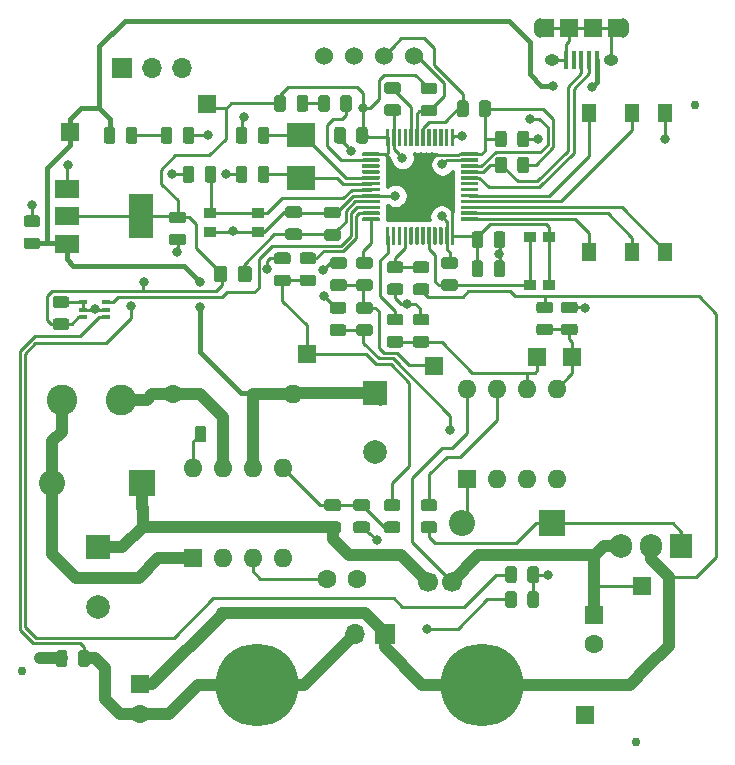
<source format=gbr>
G04 #@! TF.GenerationSoftware,KiCad,Pcbnew,(5.1.5-0-10_14)*
G04 #@! TF.CreationDate,2019-12-09T00:47:21-08:00*
G04 #@! TF.ProjectId,powersupply,706f7765-7273-4757-9070-6c792e6b6963,rev?*
G04 #@! TF.SameCoordinates,Original*
G04 #@! TF.FileFunction,Copper,L1,Top*
G04 #@! TF.FilePolarity,Positive*
%FSLAX46Y46*%
G04 Gerber Fmt 4.6, Leading zero omitted, Abs format (unit mm)*
G04 Created by KiCad (PCBNEW (5.1.5-0-10_14)) date 2019-12-09 00:47:21*
%MOMM*%
%LPD*%
G04 APERTURE LIST*
%ADD10R,1.500000X1.500000*%
%ADD11C,1.524000*%
%ADD12C,0.100000*%
%ADD13R,1.000000X0.900000*%
%ADD14O,1.905000X2.000000*%
%ADD15R,1.905000X2.000000*%
%ADD16R,1.300000X1.600000*%
%ADD17C,0.750000*%
%ADD18O,1.700000X1.700000*%
%ADD19R,1.700000X1.700000*%
%ADD20R,2.400000X2.000000*%
%ADD21C,1.600000*%
%ADD22R,1.600000X1.600000*%
%ADD23C,2.000000*%
%ADD24R,2.000000X2.000000*%
%ADD25O,1.600000X1.600000*%
%ADD26R,0.650000X0.400000*%
%ADD27C,1.700000*%
%ADD28C,2.600000*%
%ADD29C,7.000000*%
%ADD30R,2.000000X1.500000*%
%ADD31R,2.000000X3.800000*%
%ADD32R,1.200000X1.650000*%
%ADD33R,0.400000X1.650000*%
%ADD34O,1.250000X0.950000*%
%ADD35O,1.000000X1.650000*%
%ADD36R,1.500000X1.650000*%
%ADD37O,2.200000X2.200000*%
%ADD38R,2.200000X2.200000*%
%ADD39C,0.800000*%
%ADD40C,0.400000*%
%ADD41C,0.250000*%
%ADD42C,1.000000*%
%ADD43C,1.500000*%
%ADD44C,0.254000*%
G04 APERTURE END LIST*
D10*
X73600000Y-57400000D03*
X77700000Y-87700000D03*
X82500000Y-76800000D03*
X76600000Y-57400000D03*
X54100000Y-57100000D03*
X64850000Y-58100000D03*
X45675000Y-35975000D03*
X34036000Y-38354000D03*
D11*
X55535000Y-31850000D03*
X58075000Y-31850000D03*
X60615000Y-31850000D03*
X63155000Y-31850000D03*
G04 #@! TA.AperFunction,SMDPad,CuDef*
D12*
G36*
X55830142Y-35201174D02*
G01*
X55853803Y-35204684D01*
X55877007Y-35210496D01*
X55899529Y-35218554D01*
X55921153Y-35228782D01*
X55941670Y-35241079D01*
X55960883Y-35255329D01*
X55978607Y-35271393D01*
X55994671Y-35289117D01*
X56008921Y-35308330D01*
X56021218Y-35328847D01*
X56031446Y-35350471D01*
X56039504Y-35372993D01*
X56045316Y-35396197D01*
X56048826Y-35419858D01*
X56050000Y-35443750D01*
X56050000Y-36356250D01*
X56048826Y-36380142D01*
X56045316Y-36403803D01*
X56039504Y-36427007D01*
X56031446Y-36449529D01*
X56021218Y-36471153D01*
X56008921Y-36491670D01*
X55994671Y-36510883D01*
X55978607Y-36528607D01*
X55960883Y-36544671D01*
X55941670Y-36558921D01*
X55921153Y-36571218D01*
X55899529Y-36581446D01*
X55877007Y-36589504D01*
X55853803Y-36595316D01*
X55830142Y-36598826D01*
X55806250Y-36600000D01*
X55318750Y-36600000D01*
X55294858Y-36598826D01*
X55271197Y-36595316D01*
X55247993Y-36589504D01*
X55225471Y-36581446D01*
X55203847Y-36571218D01*
X55183330Y-36558921D01*
X55164117Y-36544671D01*
X55146393Y-36528607D01*
X55130329Y-36510883D01*
X55116079Y-36491670D01*
X55103782Y-36471153D01*
X55093554Y-36449529D01*
X55085496Y-36427007D01*
X55079684Y-36403803D01*
X55076174Y-36380142D01*
X55075000Y-36356250D01*
X55075000Y-35443750D01*
X55076174Y-35419858D01*
X55079684Y-35396197D01*
X55085496Y-35372993D01*
X55093554Y-35350471D01*
X55103782Y-35328847D01*
X55116079Y-35308330D01*
X55130329Y-35289117D01*
X55146393Y-35271393D01*
X55164117Y-35255329D01*
X55183330Y-35241079D01*
X55203847Y-35228782D01*
X55225471Y-35218554D01*
X55247993Y-35210496D01*
X55271197Y-35204684D01*
X55294858Y-35201174D01*
X55318750Y-35200000D01*
X55806250Y-35200000D01*
X55830142Y-35201174D01*
G37*
G04 #@! TD.AperFunction*
G04 #@! TA.AperFunction,SMDPad,CuDef*
G36*
X57705142Y-35201174D02*
G01*
X57728803Y-35204684D01*
X57752007Y-35210496D01*
X57774529Y-35218554D01*
X57796153Y-35228782D01*
X57816670Y-35241079D01*
X57835883Y-35255329D01*
X57853607Y-35271393D01*
X57869671Y-35289117D01*
X57883921Y-35308330D01*
X57896218Y-35328847D01*
X57906446Y-35350471D01*
X57914504Y-35372993D01*
X57920316Y-35396197D01*
X57923826Y-35419858D01*
X57925000Y-35443750D01*
X57925000Y-36356250D01*
X57923826Y-36380142D01*
X57920316Y-36403803D01*
X57914504Y-36427007D01*
X57906446Y-36449529D01*
X57896218Y-36471153D01*
X57883921Y-36491670D01*
X57869671Y-36510883D01*
X57853607Y-36528607D01*
X57835883Y-36544671D01*
X57816670Y-36558921D01*
X57796153Y-36571218D01*
X57774529Y-36581446D01*
X57752007Y-36589504D01*
X57728803Y-36595316D01*
X57705142Y-36598826D01*
X57681250Y-36600000D01*
X57193750Y-36600000D01*
X57169858Y-36598826D01*
X57146197Y-36595316D01*
X57122993Y-36589504D01*
X57100471Y-36581446D01*
X57078847Y-36571218D01*
X57058330Y-36558921D01*
X57039117Y-36544671D01*
X57021393Y-36528607D01*
X57005329Y-36510883D01*
X56991079Y-36491670D01*
X56978782Y-36471153D01*
X56968554Y-36449529D01*
X56960496Y-36427007D01*
X56954684Y-36403803D01*
X56951174Y-36380142D01*
X56950000Y-36356250D01*
X56950000Y-35443750D01*
X56951174Y-35419858D01*
X56954684Y-35396197D01*
X56960496Y-35372993D01*
X56968554Y-35350471D01*
X56978782Y-35328847D01*
X56991079Y-35308330D01*
X57005329Y-35289117D01*
X57021393Y-35271393D01*
X57039117Y-35255329D01*
X57058330Y-35241079D01*
X57078847Y-35228782D01*
X57100471Y-35218554D01*
X57122993Y-35210496D01*
X57146197Y-35204684D01*
X57169858Y-35201174D01*
X57193750Y-35200000D01*
X57681250Y-35200000D01*
X57705142Y-35201174D01*
G37*
G04 #@! TD.AperFunction*
G04 #@! TA.AperFunction,SMDPad,CuDef*
G36*
X52130142Y-35201174D02*
G01*
X52153803Y-35204684D01*
X52177007Y-35210496D01*
X52199529Y-35218554D01*
X52221153Y-35228782D01*
X52241670Y-35241079D01*
X52260883Y-35255329D01*
X52278607Y-35271393D01*
X52294671Y-35289117D01*
X52308921Y-35308330D01*
X52321218Y-35328847D01*
X52331446Y-35350471D01*
X52339504Y-35372993D01*
X52345316Y-35396197D01*
X52348826Y-35419858D01*
X52350000Y-35443750D01*
X52350000Y-36356250D01*
X52348826Y-36380142D01*
X52345316Y-36403803D01*
X52339504Y-36427007D01*
X52331446Y-36449529D01*
X52321218Y-36471153D01*
X52308921Y-36491670D01*
X52294671Y-36510883D01*
X52278607Y-36528607D01*
X52260883Y-36544671D01*
X52241670Y-36558921D01*
X52221153Y-36571218D01*
X52199529Y-36581446D01*
X52177007Y-36589504D01*
X52153803Y-36595316D01*
X52130142Y-36598826D01*
X52106250Y-36600000D01*
X51618750Y-36600000D01*
X51594858Y-36598826D01*
X51571197Y-36595316D01*
X51547993Y-36589504D01*
X51525471Y-36581446D01*
X51503847Y-36571218D01*
X51483330Y-36558921D01*
X51464117Y-36544671D01*
X51446393Y-36528607D01*
X51430329Y-36510883D01*
X51416079Y-36491670D01*
X51403782Y-36471153D01*
X51393554Y-36449529D01*
X51385496Y-36427007D01*
X51379684Y-36403803D01*
X51376174Y-36380142D01*
X51375000Y-36356250D01*
X51375000Y-35443750D01*
X51376174Y-35419858D01*
X51379684Y-35396197D01*
X51385496Y-35372993D01*
X51393554Y-35350471D01*
X51403782Y-35328847D01*
X51416079Y-35308330D01*
X51430329Y-35289117D01*
X51446393Y-35271393D01*
X51464117Y-35255329D01*
X51483330Y-35241079D01*
X51503847Y-35228782D01*
X51525471Y-35218554D01*
X51547993Y-35210496D01*
X51571197Y-35204684D01*
X51594858Y-35201174D01*
X51618750Y-35200000D01*
X52106250Y-35200000D01*
X52130142Y-35201174D01*
G37*
G04 #@! TD.AperFunction*
G04 #@! TA.AperFunction,SMDPad,CuDef*
G36*
X54005142Y-35201174D02*
G01*
X54028803Y-35204684D01*
X54052007Y-35210496D01*
X54074529Y-35218554D01*
X54096153Y-35228782D01*
X54116670Y-35241079D01*
X54135883Y-35255329D01*
X54153607Y-35271393D01*
X54169671Y-35289117D01*
X54183921Y-35308330D01*
X54196218Y-35328847D01*
X54206446Y-35350471D01*
X54214504Y-35372993D01*
X54220316Y-35396197D01*
X54223826Y-35419858D01*
X54225000Y-35443750D01*
X54225000Y-36356250D01*
X54223826Y-36380142D01*
X54220316Y-36403803D01*
X54214504Y-36427007D01*
X54206446Y-36449529D01*
X54196218Y-36471153D01*
X54183921Y-36491670D01*
X54169671Y-36510883D01*
X54153607Y-36528607D01*
X54135883Y-36544671D01*
X54116670Y-36558921D01*
X54096153Y-36571218D01*
X54074529Y-36581446D01*
X54052007Y-36589504D01*
X54028803Y-36595316D01*
X54005142Y-36598826D01*
X53981250Y-36600000D01*
X53493750Y-36600000D01*
X53469858Y-36598826D01*
X53446197Y-36595316D01*
X53422993Y-36589504D01*
X53400471Y-36581446D01*
X53378847Y-36571218D01*
X53358330Y-36558921D01*
X53339117Y-36544671D01*
X53321393Y-36528607D01*
X53305329Y-36510883D01*
X53291079Y-36491670D01*
X53278782Y-36471153D01*
X53268554Y-36449529D01*
X53260496Y-36427007D01*
X53254684Y-36403803D01*
X53251174Y-36380142D01*
X53250000Y-36356250D01*
X53250000Y-35443750D01*
X53251174Y-35419858D01*
X53254684Y-35396197D01*
X53260496Y-35372993D01*
X53268554Y-35350471D01*
X53278782Y-35328847D01*
X53291079Y-35308330D01*
X53305329Y-35289117D01*
X53321393Y-35271393D01*
X53339117Y-35255329D01*
X53358330Y-35241079D01*
X53378847Y-35228782D01*
X53400471Y-35218554D01*
X53422993Y-35210496D01*
X53446197Y-35204684D01*
X53469858Y-35201174D01*
X53493750Y-35200000D01*
X53981250Y-35200000D01*
X54005142Y-35201174D01*
G37*
G04 #@! TD.AperFunction*
D13*
X73000000Y-51300000D03*
X74600000Y-51300000D03*
X73000000Y-47200000D03*
X74600000Y-47200000D03*
D14*
X80720000Y-73400000D03*
X83260000Y-73400000D03*
D15*
X85800000Y-73400000D03*
G04 #@! TA.AperFunction,SMDPad,CuDef*
D12*
G36*
X66680142Y-48926174D02*
G01*
X66703803Y-48929684D01*
X66727007Y-48935496D01*
X66749529Y-48943554D01*
X66771153Y-48953782D01*
X66791670Y-48966079D01*
X66810883Y-48980329D01*
X66828607Y-48996393D01*
X66844671Y-49014117D01*
X66858921Y-49033330D01*
X66871218Y-49053847D01*
X66881446Y-49075471D01*
X66889504Y-49097993D01*
X66895316Y-49121197D01*
X66898826Y-49144858D01*
X66900000Y-49168750D01*
X66900000Y-49656250D01*
X66898826Y-49680142D01*
X66895316Y-49703803D01*
X66889504Y-49727007D01*
X66881446Y-49749529D01*
X66871218Y-49771153D01*
X66858921Y-49791670D01*
X66844671Y-49810883D01*
X66828607Y-49828607D01*
X66810883Y-49844671D01*
X66791670Y-49858921D01*
X66771153Y-49871218D01*
X66749529Y-49881446D01*
X66727007Y-49889504D01*
X66703803Y-49895316D01*
X66680142Y-49898826D01*
X66656250Y-49900000D01*
X65743750Y-49900000D01*
X65719858Y-49898826D01*
X65696197Y-49895316D01*
X65672993Y-49889504D01*
X65650471Y-49881446D01*
X65628847Y-49871218D01*
X65608330Y-49858921D01*
X65589117Y-49844671D01*
X65571393Y-49828607D01*
X65555329Y-49810883D01*
X65541079Y-49791670D01*
X65528782Y-49771153D01*
X65518554Y-49749529D01*
X65510496Y-49727007D01*
X65504684Y-49703803D01*
X65501174Y-49680142D01*
X65500000Y-49656250D01*
X65500000Y-49168750D01*
X65501174Y-49144858D01*
X65504684Y-49121197D01*
X65510496Y-49097993D01*
X65518554Y-49075471D01*
X65528782Y-49053847D01*
X65541079Y-49033330D01*
X65555329Y-49014117D01*
X65571393Y-48996393D01*
X65589117Y-48980329D01*
X65608330Y-48966079D01*
X65628847Y-48953782D01*
X65650471Y-48943554D01*
X65672993Y-48935496D01*
X65696197Y-48929684D01*
X65719858Y-48926174D01*
X65743750Y-48925000D01*
X66656250Y-48925000D01*
X66680142Y-48926174D01*
G37*
G04 #@! TD.AperFunction*
G04 #@! TA.AperFunction,SMDPad,CuDef*
G36*
X66680142Y-50801174D02*
G01*
X66703803Y-50804684D01*
X66727007Y-50810496D01*
X66749529Y-50818554D01*
X66771153Y-50828782D01*
X66791670Y-50841079D01*
X66810883Y-50855329D01*
X66828607Y-50871393D01*
X66844671Y-50889117D01*
X66858921Y-50908330D01*
X66871218Y-50928847D01*
X66881446Y-50950471D01*
X66889504Y-50972993D01*
X66895316Y-50996197D01*
X66898826Y-51019858D01*
X66900000Y-51043750D01*
X66900000Y-51531250D01*
X66898826Y-51555142D01*
X66895316Y-51578803D01*
X66889504Y-51602007D01*
X66881446Y-51624529D01*
X66871218Y-51646153D01*
X66858921Y-51666670D01*
X66844671Y-51685883D01*
X66828607Y-51703607D01*
X66810883Y-51719671D01*
X66791670Y-51733921D01*
X66771153Y-51746218D01*
X66749529Y-51756446D01*
X66727007Y-51764504D01*
X66703803Y-51770316D01*
X66680142Y-51773826D01*
X66656250Y-51775000D01*
X65743750Y-51775000D01*
X65719858Y-51773826D01*
X65696197Y-51770316D01*
X65672993Y-51764504D01*
X65650471Y-51756446D01*
X65628847Y-51746218D01*
X65608330Y-51733921D01*
X65589117Y-51719671D01*
X65571393Y-51703607D01*
X65555329Y-51685883D01*
X65541079Y-51666670D01*
X65528782Y-51646153D01*
X65518554Y-51624529D01*
X65510496Y-51602007D01*
X65504684Y-51578803D01*
X65501174Y-51555142D01*
X65500000Y-51531250D01*
X65500000Y-51043750D01*
X65501174Y-51019858D01*
X65504684Y-50996197D01*
X65510496Y-50972993D01*
X65518554Y-50950471D01*
X65528782Y-50928847D01*
X65541079Y-50908330D01*
X65555329Y-50889117D01*
X65571393Y-50871393D01*
X65589117Y-50855329D01*
X65608330Y-50841079D01*
X65628847Y-50828782D01*
X65650471Y-50818554D01*
X65672993Y-50810496D01*
X65696197Y-50804684D01*
X65719858Y-50801174D01*
X65743750Y-50800000D01*
X66656250Y-50800000D01*
X66680142Y-50801174D01*
G37*
G04 #@! TD.AperFunction*
D16*
X84470000Y-36700000D03*
X77970000Y-36700000D03*
X77970000Y-48500000D03*
X84470000Y-48500000D03*
X81670000Y-36700000D03*
X81670000Y-48500000D03*
D17*
X30000000Y-84000000D03*
X87000000Y-36000000D03*
X82000000Y-90000000D03*
G04 #@! TA.AperFunction,SMDPad,CuDef*
D12*
G36*
X47164505Y-49651204D02*
G01*
X47188773Y-49654804D01*
X47212572Y-49660765D01*
X47235671Y-49669030D01*
X47257850Y-49679520D01*
X47278893Y-49692132D01*
X47298599Y-49706747D01*
X47316777Y-49723223D01*
X47333253Y-49741401D01*
X47347868Y-49761107D01*
X47360480Y-49782150D01*
X47370970Y-49804329D01*
X47379235Y-49827428D01*
X47385196Y-49851227D01*
X47388796Y-49875495D01*
X47390000Y-49899999D01*
X47390000Y-50800001D01*
X47388796Y-50824505D01*
X47385196Y-50848773D01*
X47379235Y-50872572D01*
X47370970Y-50895671D01*
X47360480Y-50917850D01*
X47347868Y-50938893D01*
X47333253Y-50958599D01*
X47316777Y-50976777D01*
X47298599Y-50993253D01*
X47278893Y-51007868D01*
X47257850Y-51020480D01*
X47235671Y-51030970D01*
X47212572Y-51039235D01*
X47188773Y-51045196D01*
X47164505Y-51048796D01*
X47140001Y-51050000D01*
X46489999Y-51050000D01*
X46465495Y-51048796D01*
X46441227Y-51045196D01*
X46417428Y-51039235D01*
X46394329Y-51030970D01*
X46372150Y-51020480D01*
X46351107Y-51007868D01*
X46331401Y-50993253D01*
X46313223Y-50976777D01*
X46296747Y-50958599D01*
X46282132Y-50938893D01*
X46269520Y-50917850D01*
X46259030Y-50895671D01*
X46250765Y-50872572D01*
X46244804Y-50848773D01*
X46241204Y-50824505D01*
X46240000Y-50800001D01*
X46240000Y-49899999D01*
X46241204Y-49875495D01*
X46244804Y-49851227D01*
X46250765Y-49827428D01*
X46259030Y-49804329D01*
X46269520Y-49782150D01*
X46282132Y-49761107D01*
X46296747Y-49741401D01*
X46313223Y-49723223D01*
X46331401Y-49706747D01*
X46351107Y-49692132D01*
X46372150Y-49679520D01*
X46394329Y-49669030D01*
X46417428Y-49660765D01*
X46441227Y-49654804D01*
X46465495Y-49651204D01*
X46489999Y-49650000D01*
X47140001Y-49650000D01*
X47164505Y-49651204D01*
G37*
G04 #@! TD.AperFunction*
G04 #@! TA.AperFunction,SMDPad,CuDef*
G36*
X49214505Y-49651204D02*
G01*
X49238773Y-49654804D01*
X49262572Y-49660765D01*
X49285671Y-49669030D01*
X49307850Y-49679520D01*
X49328893Y-49692132D01*
X49348599Y-49706747D01*
X49366777Y-49723223D01*
X49383253Y-49741401D01*
X49397868Y-49761107D01*
X49410480Y-49782150D01*
X49420970Y-49804329D01*
X49429235Y-49827428D01*
X49435196Y-49851227D01*
X49438796Y-49875495D01*
X49440000Y-49899999D01*
X49440000Y-50800001D01*
X49438796Y-50824505D01*
X49435196Y-50848773D01*
X49429235Y-50872572D01*
X49420970Y-50895671D01*
X49410480Y-50917850D01*
X49397868Y-50938893D01*
X49383253Y-50958599D01*
X49366777Y-50976777D01*
X49348599Y-50993253D01*
X49328893Y-51007868D01*
X49307850Y-51020480D01*
X49285671Y-51030970D01*
X49262572Y-51039235D01*
X49238773Y-51045196D01*
X49214505Y-51048796D01*
X49190001Y-51050000D01*
X48539999Y-51050000D01*
X48515495Y-51048796D01*
X48491227Y-51045196D01*
X48467428Y-51039235D01*
X48444329Y-51030970D01*
X48422150Y-51020480D01*
X48401107Y-51007868D01*
X48381401Y-50993253D01*
X48363223Y-50976777D01*
X48346747Y-50958599D01*
X48332132Y-50938893D01*
X48319520Y-50917850D01*
X48309030Y-50895671D01*
X48300765Y-50872572D01*
X48294804Y-50848773D01*
X48291204Y-50824505D01*
X48290000Y-50800001D01*
X48290000Y-49899999D01*
X48291204Y-49875495D01*
X48294804Y-49851227D01*
X48300765Y-49827428D01*
X48309030Y-49804329D01*
X48319520Y-49782150D01*
X48332132Y-49761107D01*
X48346747Y-49741401D01*
X48363223Y-49723223D01*
X48381401Y-49706747D01*
X48401107Y-49692132D01*
X48422150Y-49679520D01*
X48444329Y-49669030D01*
X48467428Y-49660765D01*
X48491227Y-49654804D01*
X48515495Y-49651204D01*
X48539999Y-49650000D01*
X49190001Y-49650000D01*
X49214505Y-49651204D01*
G37*
G04 #@! TD.AperFunction*
G04 #@! TA.AperFunction,SMDPad,CuDef*
G36*
X42510142Y-37909174D02*
G01*
X42533803Y-37912684D01*
X42557007Y-37918496D01*
X42579529Y-37926554D01*
X42601153Y-37936782D01*
X42621670Y-37949079D01*
X42640883Y-37963329D01*
X42658607Y-37979393D01*
X42674671Y-37997117D01*
X42688921Y-38016330D01*
X42701218Y-38036847D01*
X42711446Y-38058471D01*
X42719504Y-38080993D01*
X42725316Y-38104197D01*
X42728826Y-38127858D01*
X42730000Y-38151750D01*
X42730000Y-39064250D01*
X42728826Y-39088142D01*
X42725316Y-39111803D01*
X42719504Y-39135007D01*
X42711446Y-39157529D01*
X42701218Y-39179153D01*
X42688921Y-39199670D01*
X42674671Y-39218883D01*
X42658607Y-39236607D01*
X42640883Y-39252671D01*
X42621670Y-39266921D01*
X42601153Y-39279218D01*
X42579529Y-39289446D01*
X42557007Y-39297504D01*
X42533803Y-39303316D01*
X42510142Y-39306826D01*
X42486250Y-39308000D01*
X41998750Y-39308000D01*
X41974858Y-39306826D01*
X41951197Y-39303316D01*
X41927993Y-39297504D01*
X41905471Y-39289446D01*
X41883847Y-39279218D01*
X41863330Y-39266921D01*
X41844117Y-39252671D01*
X41826393Y-39236607D01*
X41810329Y-39218883D01*
X41796079Y-39199670D01*
X41783782Y-39179153D01*
X41773554Y-39157529D01*
X41765496Y-39135007D01*
X41759684Y-39111803D01*
X41756174Y-39088142D01*
X41755000Y-39064250D01*
X41755000Y-38151750D01*
X41756174Y-38127858D01*
X41759684Y-38104197D01*
X41765496Y-38080993D01*
X41773554Y-38058471D01*
X41783782Y-38036847D01*
X41796079Y-38016330D01*
X41810329Y-37997117D01*
X41826393Y-37979393D01*
X41844117Y-37963329D01*
X41863330Y-37949079D01*
X41883847Y-37936782D01*
X41905471Y-37926554D01*
X41927993Y-37918496D01*
X41951197Y-37912684D01*
X41974858Y-37909174D01*
X41998750Y-37908000D01*
X42486250Y-37908000D01*
X42510142Y-37909174D01*
G37*
G04 #@! TD.AperFunction*
G04 #@! TA.AperFunction,SMDPad,CuDef*
G36*
X44385142Y-37909174D02*
G01*
X44408803Y-37912684D01*
X44432007Y-37918496D01*
X44454529Y-37926554D01*
X44476153Y-37936782D01*
X44496670Y-37949079D01*
X44515883Y-37963329D01*
X44533607Y-37979393D01*
X44549671Y-37997117D01*
X44563921Y-38016330D01*
X44576218Y-38036847D01*
X44586446Y-38058471D01*
X44594504Y-38080993D01*
X44600316Y-38104197D01*
X44603826Y-38127858D01*
X44605000Y-38151750D01*
X44605000Y-39064250D01*
X44603826Y-39088142D01*
X44600316Y-39111803D01*
X44594504Y-39135007D01*
X44586446Y-39157529D01*
X44576218Y-39179153D01*
X44563921Y-39199670D01*
X44549671Y-39218883D01*
X44533607Y-39236607D01*
X44515883Y-39252671D01*
X44496670Y-39266921D01*
X44476153Y-39279218D01*
X44454529Y-39289446D01*
X44432007Y-39297504D01*
X44408803Y-39303316D01*
X44385142Y-39306826D01*
X44361250Y-39308000D01*
X43873750Y-39308000D01*
X43849858Y-39306826D01*
X43826197Y-39303316D01*
X43802993Y-39297504D01*
X43780471Y-39289446D01*
X43758847Y-39279218D01*
X43738330Y-39266921D01*
X43719117Y-39252671D01*
X43701393Y-39236607D01*
X43685329Y-39218883D01*
X43671079Y-39199670D01*
X43658782Y-39179153D01*
X43648554Y-39157529D01*
X43640496Y-39135007D01*
X43634684Y-39111803D01*
X43631174Y-39088142D01*
X43630000Y-39064250D01*
X43630000Y-38151750D01*
X43631174Y-38127858D01*
X43634684Y-38104197D01*
X43640496Y-38080993D01*
X43648554Y-38058471D01*
X43658782Y-38036847D01*
X43671079Y-38016330D01*
X43685329Y-37997117D01*
X43701393Y-37979393D01*
X43719117Y-37963329D01*
X43738330Y-37949079D01*
X43758847Y-37936782D01*
X43780471Y-37926554D01*
X43802993Y-37918496D01*
X43826197Y-37912684D01*
X43849858Y-37909174D01*
X43873750Y-37908000D01*
X44361250Y-37908000D01*
X44385142Y-37909174D01*
G37*
G04 #@! TD.AperFunction*
G04 #@! TA.AperFunction,SMDPad,CuDef*
G36*
X39559142Y-37909174D02*
G01*
X39582803Y-37912684D01*
X39606007Y-37918496D01*
X39628529Y-37926554D01*
X39650153Y-37936782D01*
X39670670Y-37949079D01*
X39689883Y-37963329D01*
X39707607Y-37979393D01*
X39723671Y-37997117D01*
X39737921Y-38016330D01*
X39750218Y-38036847D01*
X39760446Y-38058471D01*
X39768504Y-38080993D01*
X39774316Y-38104197D01*
X39777826Y-38127858D01*
X39779000Y-38151750D01*
X39779000Y-39064250D01*
X39777826Y-39088142D01*
X39774316Y-39111803D01*
X39768504Y-39135007D01*
X39760446Y-39157529D01*
X39750218Y-39179153D01*
X39737921Y-39199670D01*
X39723671Y-39218883D01*
X39707607Y-39236607D01*
X39689883Y-39252671D01*
X39670670Y-39266921D01*
X39650153Y-39279218D01*
X39628529Y-39289446D01*
X39606007Y-39297504D01*
X39582803Y-39303316D01*
X39559142Y-39306826D01*
X39535250Y-39308000D01*
X39047750Y-39308000D01*
X39023858Y-39306826D01*
X39000197Y-39303316D01*
X38976993Y-39297504D01*
X38954471Y-39289446D01*
X38932847Y-39279218D01*
X38912330Y-39266921D01*
X38893117Y-39252671D01*
X38875393Y-39236607D01*
X38859329Y-39218883D01*
X38845079Y-39199670D01*
X38832782Y-39179153D01*
X38822554Y-39157529D01*
X38814496Y-39135007D01*
X38808684Y-39111803D01*
X38805174Y-39088142D01*
X38804000Y-39064250D01*
X38804000Y-38151750D01*
X38805174Y-38127858D01*
X38808684Y-38104197D01*
X38814496Y-38080993D01*
X38822554Y-38058471D01*
X38832782Y-38036847D01*
X38845079Y-38016330D01*
X38859329Y-37997117D01*
X38875393Y-37979393D01*
X38893117Y-37963329D01*
X38912330Y-37949079D01*
X38932847Y-37936782D01*
X38954471Y-37926554D01*
X38976993Y-37918496D01*
X39000197Y-37912684D01*
X39023858Y-37909174D01*
X39047750Y-37908000D01*
X39535250Y-37908000D01*
X39559142Y-37909174D01*
G37*
G04 #@! TD.AperFunction*
G04 #@! TA.AperFunction,SMDPad,CuDef*
G36*
X37684142Y-37909174D02*
G01*
X37707803Y-37912684D01*
X37731007Y-37918496D01*
X37753529Y-37926554D01*
X37775153Y-37936782D01*
X37795670Y-37949079D01*
X37814883Y-37963329D01*
X37832607Y-37979393D01*
X37848671Y-37997117D01*
X37862921Y-38016330D01*
X37875218Y-38036847D01*
X37885446Y-38058471D01*
X37893504Y-38080993D01*
X37899316Y-38104197D01*
X37902826Y-38127858D01*
X37904000Y-38151750D01*
X37904000Y-39064250D01*
X37902826Y-39088142D01*
X37899316Y-39111803D01*
X37893504Y-39135007D01*
X37885446Y-39157529D01*
X37875218Y-39179153D01*
X37862921Y-39199670D01*
X37848671Y-39218883D01*
X37832607Y-39236607D01*
X37814883Y-39252671D01*
X37795670Y-39266921D01*
X37775153Y-39279218D01*
X37753529Y-39289446D01*
X37731007Y-39297504D01*
X37707803Y-39303316D01*
X37684142Y-39306826D01*
X37660250Y-39308000D01*
X37172750Y-39308000D01*
X37148858Y-39306826D01*
X37125197Y-39303316D01*
X37101993Y-39297504D01*
X37079471Y-39289446D01*
X37057847Y-39279218D01*
X37037330Y-39266921D01*
X37018117Y-39252671D01*
X37000393Y-39236607D01*
X36984329Y-39218883D01*
X36970079Y-39199670D01*
X36957782Y-39179153D01*
X36947554Y-39157529D01*
X36939496Y-39135007D01*
X36933684Y-39111803D01*
X36930174Y-39088142D01*
X36929000Y-39064250D01*
X36929000Y-38151750D01*
X36930174Y-38127858D01*
X36933684Y-38104197D01*
X36939496Y-38080993D01*
X36947554Y-38058471D01*
X36957782Y-38036847D01*
X36970079Y-38016330D01*
X36984329Y-37997117D01*
X37000393Y-37979393D01*
X37018117Y-37963329D01*
X37037330Y-37949079D01*
X37057847Y-37936782D01*
X37079471Y-37926554D01*
X37101993Y-37918496D01*
X37125197Y-37912684D01*
X37148858Y-37909174D01*
X37172750Y-37908000D01*
X37660250Y-37908000D01*
X37684142Y-37909174D01*
G37*
G04 #@! TD.AperFunction*
D18*
X43530000Y-32900000D03*
X40990000Y-32900000D03*
D19*
X38450000Y-32900000D03*
G04 #@! TA.AperFunction,SMDPad,CuDef*
D12*
G36*
X33630142Y-82201174D02*
G01*
X33653803Y-82204684D01*
X33677007Y-82210496D01*
X33699529Y-82218554D01*
X33721153Y-82228782D01*
X33741670Y-82241079D01*
X33760883Y-82255329D01*
X33778607Y-82271393D01*
X33794671Y-82289117D01*
X33808921Y-82308330D01*
X33821218Y-82328847D01*
X33831446Y-82350471D01*
X33839504Y-82372993D01*
X33845316Y-82396197D01*
X33848826Y-82419858D01*
X33850000Y-82443750D01*
X33850000Y-83356250D01*
X33848826Y-83380142D01*
X33845316Y-83403803D01*
X33839504Y-83427007D01*
X33831446Y-83449529D01*
X33821218Y-83471153D01*
X33808921Y-83491670D01*
X33794671Y-83510883D01*
X33778607Y-83528607D01*
X33760883Y-83544671D01*
X33741670Y-83558921D01*
X33721153Y-83571218D01*
X33699529Y-83581446D01*
X33677007Y-83589504D01*
X33653803Y-83595316D01*
X33630142Y-83598826D01*
X33606250Y-83600000D01*
X33118750Y-83600000D01*
X33094858Y-83598826D01*
X33071197Y-83595316D01*
X33047993Y-83589504D01*
X33025471Y-83581446D01*
X33003847Y-83571218D01*
X32983330Y-83558921D01*
X32964117Y-83544671D01*
X32946393Y-83528607D01*
X32930329Y-83510883D01*
X32916079Y-83491670D01*
X32903782Y-83471153D01*
X32893554Y-83449529D01*
X32885496Y-83427007D01*
X32879684Y-83403803D01*
X32876174Y-83380142D01*
X32875000Y-83356250D01*
X32875000Y-82443750D01*
X32876174Y-82419858D01*
X32879684Y-82396197D01*
X32885496Y-82372993D01*
X32893554Y-82350471D01*
X32903782Y-82328847D01*
X32916079Y-82308330D01*
X32930329Y-82289117D01*
X32946393Y-82271393D01*
X32964117Y-82255329D01*
X32983330Y-82241079D01*
X33003847Y-82228782D01*
X33025471Y-82218554D01*
X33047993Y-82210496D01*
X33071197Y-82204684D01*
X33094858Y-82201174D01*
X33118750Y-82200000D01*
X33606250Y-82200000D01*
X33630142Y-82201174D01*
G37*
G04 #@! TD.AperFunction*
G04 #@! TA.AperFunction,SMDPad,CuDef*
G36*
X35505142Y-82201174D02*
G01*
X35528803Y-82204684D01*
X35552007Y-82210496D01*
X35574529Y-82218554D01*
X35596153Y-82228782D01*
X35616670Y-82241079D01*
X35635883Y-82255329D01*
X35653607Y-82271393D01*
X35669671Y-82289117D01*
X35683921Y-82308330D01*
X35696218Y-82328847D01*
X35706446Y-82350471D01*
X35714504Y-82372993D01*
X35720316Y-82396197D01*
X35723826Y-82419858D01*
X35725000Y-82443750D01*
X35725000Y-83356250D01*
X35723826Y-83380142D01*
X35720316Y-83403803D01*
X35714504Y-83427007D01*
X35706446Y-83449529D01*
X35696218Y-83471153D01*
X35683921Y-83491670D01*
X35669671Y-83510883D01*
X35653607Y-83528607D01*
X35635883Y-83544671D01*
X35616670Y-83558921D01*
X35596153Y-83571218D01*
X35574529Y-83581446D01*
X35552007Y-83589504D01*
X35528803Y-83595316D01*
X35505142Y-83598826D01*
X35481250Y-83600000D01*
X34993750Y-83600000D01*
X34969858Y-83598826D01*
X34946197Y-83595316D01*
X34922993Y-83589504D01*
X34900471Y-83581446D01*
X34878847Y-83571218D01*
X34858330Y-83558921D01*
X34839117Y-83544671D01*
X34821393Y-83528607D01*
X34805329Y-83510883D01*
X34791079Y-83491670D01*
X34778782Y-83471153D01*
X34768554Y-83449529D01*
X34760496Y-83427007D01*
X34754684Y-83403803D01*
X34751174Y-83380142D01*
X34750000Y-83356250D01*
X34750000Y-82443750D01*
X34751174Y-82419858D01*
X34754684Y-82396197D01*
X34760496Y-82372993D01*
X34768554Y-82350471D01*
X34778782Y-82328847D01*
X34791079Y-82308330D01*
X34805329Y-82289117D01*
X34821393Y-82271393D01*
X34839117Y-82255329D01*
X34858330Y-82241079D01*
X34878847Y-82228782D01*
X34900471Y-82218554D01*
X34922993Y-82210496D01*
X34946197Y-82204684D01*
X34969858Y-82201174D01*
X34993750Y-82200000D01*
X35481250Y-82200000D01*
X35505142Y-82201174D01*
G37*
G04 #@! TD.AperFunction*
G04 #@! TA.AperFunction,SMDPad,CuDef*
G36*
X70705142Y-49201174D02*
G01*
X70728803Y-49204684D01*
X70752007Y-49210496D01*
X70774529Y-49218554D01*
X70796153Y-49228782D01*
X70816670Y-49241079D01*
X70835883Y-49255329D01*
X70853607Y-49271393D01*
X70869671Y-49289117D01*
X70883921Y-49308330D01*
X70896218Y-49328847D01*
X70906446Y-49350471D01*
X70914504Y-49372993D01*
X70920316Y-49396197D01*
X70923826Y-49419858D01*
X70925000Y-49443750D01*
X70925000Y-50356250D01*
X70923826Y-50380142D01*
X70920316Y-50403803D01*
X70914504Y-50427007D01*
X70906446Y-50449529D01*
X70896218Y-50471153D01*
X70883921Y-50491670D01*
X70869671Y-50510883D01*
X70853607Y-50528607D01*
X70835883Y-50544671D01*
X70816670Y-50558921D01*
X70796153Y-50571218D01*
X70774529Y-50581446D01*
X70752007Y-50589504D01*
X70728803Y-50595316D01*
X70705142Y-50598826D01*
X70681250Y-50600000D01*
X70193750Y-50600000D01*
X70169858Y-50598826D01*
X70146197Y-50595316D01*
X70122993Y-50589504D01*
X70100471Y-50581446D01*
X70078847Y-50571218D01*
X70058330Y-50558921D01*
X70039117Y-50544671D01*
X70021393Y-50528607D01*
X70005329Y-50510883D01*
X69991079Y-50491670D01*
X69978782Y-50471153D01*
X69968554Y-50449529D01*
X69960496Y-50427007D01*
X69954684Y-50403803D01*
X69951174Y-50380142D01*
X69950000Y-50356250D01*
X69950000Y-49443750D01*
X69951174Y-49419858D01*
X69954684Y-49396197D01*
X69960496Y-49372993D01*
X69968554Y-49350471D01*
X69978782Y-49328847D01*
X69991079Y-49308330D01*
X70005329Y-49289117D01*
X70021393Y-49271393D01*
X70039117Y-49255329D01*
X70058330Y-49241079D01*
X70078847Y-49228782D01*
X70100471Y-49218554D01*
X70122993Y-49210496D01*
X70146197Y-49204684D01*
X70169858Y-49201174D01*
X70193750Y-49200000D01*
X70681250Y-49200000D01*
X70705142Y-49201174D01*
G37*
G04 #@! TD.AperFunction*
G04 #@! TA.AperFunction,SMDPad,CuDef*
G36*
X68830142Y-49201174D02*
G01*
X68853803Y-49204684D01*
X68877007Y-49210496D01*
X68899529Y-49218554D01*
X68921153Y-49228782D01*
X68941670Y-49241079D01*
X68960883Y-49255329D01*
X68978607Y-49271393D01*
X68994671Y-49289117D01*
X69008921Y-49308330D01*
X69021218Y-49328847D01*
X69031446Y-49350471D01*
X69039504Y-49372993D01*
X69045316Y-49396197D01*
X69048826Y-49419858D01*
X69050000Y-49443750D01*
X69050000Y-50356250D01*
X69048826Y-50380142D01*
X69045316Y-50403803D01*
X69039504Y-50427007D01*
X69031446Y-50449529D01*
X69021218Y-50471153D01*
X69008921Y-50491670D01*
X68994671Y-50510883D01*
X68978607Y-50528607D01*
X68960883Y-50544671D01*
X68941670Y-50558921D01*
X68921153Y-50571218D01*
X68899529Y-50581446D01*
X68877007Y-50589504D01*
X68853803Y-50595316D01*
X68830142Y-50598826D01*
X68806250Y-50600000D01*
X68318750Y-50600000D01*
X68294858Y-50598826D01*
X68271197Y-50595316D01*
X68247993Y-50589504D01*
X68225471Y-50581446D01*
X68203847Y-50571218D01*
X68183330Y-50558921D01*
X68164117Y-50544671D01*
X68146393Y-50528607D01*
X68130329Y-50510883D01*
X68116079Y-50491670D01*
X68103782Y-50471153D01*
X68093554Y-50449529D01*
X68085496Y-50427007D01*
X68079684Y-50403803D01*
X68076174Y-50380142D01*
X68075000Y-50356250D01*
X68075000Y-49443750D01*
X68076174Y-49419858D01*
X68079684Y-49396197D01*
X68085496Y-49372993D01*
X68093554Y-49350471D01*
X68103782Y-49328847D01*
X68116079Y-49308330D01*
X68130329Y-49289117D01*
X68146393Y-49271393D01*
X68164117Y-49255329D01*
X68183330Y-49241079D01*
X68203847Y-49228782D01*
X68225471Y-49218554D01*
X68247993Y-49210496D01*
X68271197Y-49204684D01*
X68294858Y-49201174D01*
X68318750Y-49200000D01*
X68806250Y-49200000D01*
X68830142Y-49201174D01*
G37*
G04 #@! TD.AperFunction*
G04 #@! TA.AperFunction,SMDPad,CuDef*
G36*
X61860142Y-35981174D02*
G01*
X61883803Y-35984684D01*
X61907007Y-35990496D01*
X61929529Y-35998554D01*
X61951153Y-36008782D01*
X61971670Y-36021079D01*
X61990883Y-36035329D01*
X62008607Y-36051393D01*
X62024671Y-36069117D01*
X62038921Y-36088330D01*
X62051218Y-36108847D01*
X62061446Y-36130471D01*
X62069504Y-36152993D01*
X62075316Y-36176197D01*
X62078826Y-36199858D01*
X62080000Y-36223750D01*
X62080000Y-36711250D01*
X62078826Y-36735142D01*
X62075316Y-36758803D01*
X62069504Y-36782007D01*
X62061446Y-36804529D01*
X62051218Y-36826153D01*
X62038921Y-36846670D01*
X62024671Y-36865883D01*
X62008607Y-36883607D01*
X61990883Y-36899671D01*
X61971670Y-36913921D01*
X61951153Y-36926218D01*
X61929529Y-36936446D01*
X61907007Y-36944504D01*
X61883803Y-36950316D01*
X61860142Y-36953826D01*
X61836250Y-36955000D01*
X60923750Y-36955000D01*
X60899858Y-36953826D01*
X60876197Y-36950316D01*
X60852993Y-36944504D01*
X60830471Y-36936446D01*
X60808847Y-36926218D01*
X60788330Y-36913921D01*
X60769117Y-36899671D01*
X60751393Y-36883607D01*
X60735329Y-36865883D01*
X60721079Y-36846670D01*
X60708782Y-36826153D01*
X60698554Y-36804529D01*
X60690496Y-36782007D01*
X60684684Y-36758803D01*
X60681174Y-36735142D01*
X60680000Y-36711250D01*
X60680000Y-36223750D01*
X60681174Y-36199858D01*
X60684684Y-36176197D01*
X60690496Y-36152993D01*
X60698554Y-36130471D01*
X60708782Y-36108847D01*
X60721079Y-36088330D01*
X60735329Y-36069117D01*
X60751393Y-36051393D01*
X60769117Y-36035329D01*
X60788330Y-36021079D01*
X60808847Y-36008782D01*
X60830471Y-35998554D01*
X60852993Y-35990496D01*
X60876197Y-35984684D01*
X60899858Y-35981174D01*
X60923750Y-35980000D01*
X61836250Y-35980000D01*
X61860142Y-35981174D01*
G37*
G04 #@! TD.AperFunction*
G04 #@! TA.AperFunction,SMDPad,CuDef*
G36*
X61860142Y-34106174D02*
G01*
X61883803Y-34109684D01*
X61907007Y-34115496D01*
X61929529Y-34123554D01*
X61951153Y-34133782D01*
X61971670Y-34146079D01*
X61990883Y-34160329D01*
X62008607Y-34176393D01*
X62024671Y-34194117D01*
X62038921Y-34213330D01*
X62051218Y-34233847D01*
X62061446Y-34255471D01*
X62069504Y-34277993D01*
X62075316Y-34301197D01*
X62078826Y-34324858D01*
X62080000Y-34348750D01*
X62080000Y-34836250D01*
X62078826Y-34860142D01*
X62075316Y-34883803D01*
X62069504Y-34907007D01*
X62061446Y-34929529D01*
X62051218Y-34951153D01*
X62038921Y-34971670D01*
X62024671Y-34990883D01*
X62008607Y-35008607D01*
X61990883Y-35024671D01*
X61971670Y-35038921D01*
X61951153Y-35051218D01*
X61929529Y-35061446D01*
X61907007Y-35069504D01*
X61883803Y-35075316D01*
X61860142Y-35078826D01*
X61836250Y-35080000D01*
X60923750Y-35080000D01*
X60899858Y-35078826D01*
X60876197Y-35075316D01*
X60852993Y-35069504D01*
X60830471Y-35061446D01*
X60808847Y-35051218D01*
X60788330Y-35038921D01*
X60769117Y-35024671D01*
X60751393Y-35008607D01*
X60735329Y-34990883D01*
X60721079Y-34971670D01*
X60708782Y-34951153D01*
X60698554Y-34929529D01*
X60690496Y-34907007D01*
X60684684Y-34883803D01*
X60681174Y-34860142D01*
X60680000Y-34836250D01*
X60680000Y-34348750D01*
X60681174Y-34324858D01*
X60684684Y-34301197D01*
X60690496Y-34277993D01*
X60698554Y-34255471D01*
X60708782Y-34233847D01*
X60721079Y-34213330D01*
X60735329Y-34194117D01*
X60751393Y-34176393D01*
X60769117Y-34160329D01*
X60788330Y-34146079D01*
X60808847Y-34133782D01*
X60830471Y-34123554D01*
X60852993Y-34115496D01*
X60876197Y-34109684D01*
X60899858Y-34106174D01*
X60923750Y-34105000D01*
X61836250Y-34105000D01*
X61860142Y-34106174D01*
G37*
G04 #@! TD.AperFunction*
G04 #@! TA.AperFunction,SMDPad,CuDef*
G36*
X56760142Y-46541174D02*
G01*
X56783803Y-46544684D01*
X56807007Y-46550496D01*
X56829529Y-46558554D01*
X56851153Y-46568782D01*
X56871670Y-46581079D01*
X56890883Y-46595329D01*
X56908607Y-46611393D01*
X56924671Y-46629117D01*
X56938921Y-46648330D01*
X56951218Y-46668847D01*
X56961446Y-46690471D01*
X56969504Y-46712993D01*
X56975316Y-46736197D01*
X56978826Y-46759858D01*
X56980000Y-46783750D01*
X56980000Y-47271250D01*
X56978826Y-47295142D01*
X56975316Y-47318803D01*
X56969504Y-47342007D01*
X56961446Y-47364529D01*
X56951218Y-47386153D01*
X56938921Y-47406670D01*
X56924671Y-47425883D01*
X56908607Y-47443607D01*
X56890883Y-47459671D01*
X56871670Y-47473921D01*
X56851153Y-47486218D01*
X56829529Y-47496446D01*
X56807007Y-47504504D01*
X56783803Y-47510316D01*
X56760142Y-47513826D01*
X56736250Y-47515000D01*
X55823750Y-47515000D01*
X55799858Y-47513826D01*
X55776197Y-47510316D01*
X55752993Y-47504504D01*
X55730471Y-47496446D01*
X55708847Y-47486218D01*
X55688330Y-47473921D01*
X55669117Y-47459671D01*
X55651393Y-47443607D01*
X55635329Y-47425883D01*
X55621079Y-47406670D01*
X55608782Y-47386153D01*
X55598554Y-47364529D01*
X55590496Y-47342007D01*
X55584684Y-47318803D01*
X55581174Y-47295142D01*
X55580000Y-47271250D01*
X55580000Y-46783750D01*
X55581174Y-46759858D01*
X55584684Y-46736197D01*
X55590496Y-46712993D01*
X55598554Y-46690471D01*
X55608782Y-46668847D01*
X55621079Y-46648330D01*
X55635329Y-46629117D01*
X55651393Y-46611393D01*
X55669117Y-46595329D01*
X55688330Y-46581079D01*
X55708847Y-46568782D01*
X55730471Y-46558554D01*
X55752993Y-46550496D01*
X55776197Y-46544684D01*
X55799858Y-46541174D01*
X55823750Y-46540000D01*
X56736250Y-46540000D01*
X56760142Y-46541174D01*
G37*
G04 #@! TD.AperFunction*
G04 #@! TA.AperFunction,SMDPad,CuDef*
G36*
X56760142Y-44666174D02*
G01*
X56783803Y-44669684D01*
X56807007Y-44675496D01*
X56829529Y-44683554D01*
X56851153Y-44693782D01*
X56871670Y-44706079D01*
X56890883Y-44720329D01*
X56908607Y-44736393D01*
X56924671Y-44754117D01*
X56938921Y-44773330D01*
X56951218Y-44793847D01*
X56961446Y-44815471D01*
X56969504Y-44837993D01*
X56975316Y-44861197D01*
X56978826Y-44884858D01*
X56980000Y-44908750D01*
X56980000Y-45396250D01*
X56978826Y-45420142D01*
X56975316Y-45443803D01*
X56969504Y-45467007D01*
X56961446Y-45489529D01*
X56951218Y-45511153D01*
X56938921Y-45531670D01*
X56924671Y-45550883D01*
X56908607Y-45568607D01*
X56890883Y-45584671D01*
X56871670Y-45598921D01*
X56851153Y-45611218D01*
X56829529Y-45621446D01*
X56807007Y-45629504D01*
X56783803Y-45635316D01*
X56760142Y-45638826D01*
X56736250Y-45640000D01*
X55823750Y-45640000D01*
X55799858Y-45638826D01*
X55776197Y-45635316D01*
X55752993Y-45629504D01*
X55730471Y-45621446D01*
X55708847Y-45611218D01*
X55688330Y-45598921D01*
X55669117Y-45584671D01*
X55651393Y-45568607D01*
X55635329Y-45550883D01*
X55621079Y-45531670D01*
X55608782Y-45511153D01*
X55598554Y-45489529D01*
X55590496Y-45467007D01*
X55584684Y-45443803D01*
X55581174Y-45420142D01*
X55580000Y-45396250D01*
X55580000Y-44908750D01*
X55581174Y-44884858D01*
X55584684Y-44861197D01*
X55590496Y-44837993D01*
X55598554Y-44815471D01*
X55608782Y-44793847D01*
X55621079Y-44773330D01*
X55635329Y-44754117D01*
X55651393Y-44736393D01*
X55669117Y-44720329D01*
X55688330Y-44706079D01*
X55708847Y-44693782D01*
X55730471Y-44683554D01*
X55752993Y-44675496D01*
X55776197Y-44669684D01*
X55799858Y-44666174D01*
X55823750Y-44665000D01*
X56736250Y-44665000D01*
X56760142Y-44666174D01*
G37*
G04 #@! TD.AperFunction*
G04 #@! TA.AperFunction,SMDPad,CuDef*
G36*
X53480142Y-46491174D02*
G01*
X53503803Y-46494684D01*
X53527007Y-46500496D01*
X53549529Y-46508554D01*
X53571153Y-46518782D01*
X53591670Y-46531079D01*
X53610883Y-46545329D01*
X53628607Y-46561393D01*
X53644671Y-46579117D01*
X53658921Y-46598330D01*
X53671218Y-46618847D01*
X53681446Y-46640471D01*
X53689504Y-46662993D01*
X53695316Y-46686197D01*
X53698826Y-46709858D01*
X53700000Y-46733750D01*
X53700000Y-47221250D01*
X53698826Y-47245142D01*
X53695316Y-47268803D01*
X53689504Y-47292007D01*
X53681446Y-47314529D01*
X53671218Y-47336153D01*
X53658921Y-47356670D01*
X53644671Y-47375883D01*
X53628607Y-47393607D01*
X53610883Y-47409671D01*
X53591670Y-47423921D01*
X53571153Y-47436218D01*
X53549529Y-47446446D01*
X53527007Y-47454504D01*
X53503803Y-47460316D01*
X53480142Y-47463826D01*
X53456250Y-47465000D01*
X52543750Y-47465000D01*
X52519858Y-47463826D01*
X52496197Y-47460316D01*
X52472993Y-47454504D01*
X52450471Y-47446446D01*
X52428847Y-47436218D01*
X52408330Y-47423921D01*
X52389117Y-47409671D01*
X52371393Y-47393607D01*
X52355329Y-47375883D01*
X52341079Y-47356670D01*
X52328782Y-47336153D01*
X52318554Y-47314529D01*
X52310496Y-47292007D01*
X52304684Y-47268803D01*
X52301174Y-47245142D01*
X52300000Y-47221250D01*
X52300000Y-46733750D01*
X52301174Y-46709858D01*
X52304684Y-46686197D01*
X52310496Y-46662993D01*
X52318554Y-46640471D01*
X52328782Y-46618847D01*
X52341079Y-46598330D01*
X52355329Y-46579117D01*
X52371393Y-46561393D01*
X52389117Y-46545329D01*
X52408330Y-46531079D01*
X52428847Y-46518782D01*
X52450471Y-46508554D01*
X52472993Y-46500496D01*
X52496197Y-46494684D01*
X52519858Y-46491174D01*
X52543750Y-46490000D01*
X53456250Y-46490000D01*
X53480142Y-46491174D01*
G37*
G04 #@! TD.AperFunction*
G04 #@! TA.AperFunction,SMDPad,CuDef*
G36*
X53480142Y-44616174D02*
G01*
X53503803Y-44619684D01*
X53527007Y-44625496D01*
X53549529Y-44633554D01*
X53571153Y-44643782D01*
X53591670Y-44656079D01*
X53610883Y-44670329D01*
X53628607Y-44686393D01*
X53644671Y-44704117D01*
X53658921Y-44723330D01*
X53671218Y-44743847D01*
X53681446Y-44765471D01*
X53689504Y-44787993D01*
X53695316Y-44811197D01*
X53698826Y-44834858D01*
X53700000Y-44858750D01*
X53700000Y-45346250D01*
X53698826Y-45370142D01*
X53695316Y-45393803D01*
X53689504Y-45417007D01*
X53681446Y-45439529D01*
X53671218Y-45461153D01*
X53658921Y-45481670D01*
X53644671Y-45500883D01*
X53628607Y-45518607D01*
X53610883Y-45534671D01*
X53591670Y-45548921D01*
X53571153Y-45561218D01*
X53549529Y-45571446D01*
X53527007Y-45579504D01*
X53503803Y-45585316D01*
X53480142Y-45588826D01*
X53456250Y-45590000D01*
X52543750Y-45590000D01*
X52519858Y-45588826D01*
X52496197Y-45585316D01*
X52472993Y-45579504D01*
X52450471Y-45571446D01*
X52428847Y-45561218D01*
X52408330Y-45548921D01*
X52389117Y-45534671D01*
X52371393Y-45518607D01*
X52355329Y-45500883D01*
X52341079Y-45481670D01*
X52328782Y-45461153D01*
X52318554Y-45439529D01*
X52310496Y-45417007D01*
X52304684Y-45393803D01*
X52301174Y-45370142D01*
X52300000Y-45346250D01*
X52300000Y-44858750D01*
X52301174Y-44834858D01*
X52304684Y-44811197D01*
X52310496Y-44787993D01*
X52318554Y-44765471D01*
X52328782Y-44743847D01*
X52341079Y-44723330D01*
X52355329Y-44704117D01*
X52371393Y-44686393D01*
X52389117Y-44670329D01*
X52408330Y-44656079D01*
X52428847Y-44643782D01*
X52450471Y-44633554D01*
X52472993Y-44625496D01*
X52496197Y-44619684D01*
X52519858Y-44616174D01*
X52543750Y-44615000D01*
X53456250Y-44615000D01*
X53480142Y-44616174D01*
G37*
G04 #@! TD.AperFunction*
G04 #@! TA.AperFunction,SMDPad,CuDef*
G36*
X59067642Y-37901174D02*
G01*
X59091303Y-37904684D01*
X59114507Y-37910496D01*
X59137029Y-37918554D01*
X59158653Y-37928782D01*
X59179170Y-37941079D01*
X59198383Y-37955329D01*
X59216107Y-37971393D01*
X59232171Y-37989117D01*
X59246421Y-38008330D01*
X59258718Y-38028847D01*
X59268946Y-38050471D01*
X59277004Y-38072993D01*
X59282816Y-38096197D01*
X59286326Y-38119858D01*
X59287500Y-38143750D01*
X59287500Y-39056250D01*
X59286326Y-39080142D01*
X59282816Y-39103803D01*
X59277004Y-39127007D01*
X59268946Y-39149529D01*
X59258718Y-39171153D01*
X59246421Y-39191670D01*
X59232171Y-39210883D01*
X59216107Y-39228607D01*
X59198383Y-39244671D01*
X59179170Y-39258921D01*
X59158653Y-39271218D01*
X59137029Y-39281446D01*
X59114507Y-39289504D01*
X59091303Y-39295316D01*
X59067642Y-39298826D01*
X59043750Y-39300000D01*
X58556250Y-39300000D01*
X58532358Y-39298826D01*
X58508697Y-39295316D01*
X58485493Y-39289504D01*
X58462971Y-39281446D01*
X58441347Y-39271218D01*
X58420830Y-39258921D01*
X58401617Y-39244671D01*
X58383893Y-39228607D01*
X58367829Y-39210883D01*
X58353579Y-39191670D01*
X58341282Y-39171153D01*
X58331054Y-39149529D01*
X58322996Y-39127007D01*
X58317184Y-39103803D01*
X58313674Y-39080142D01*
X58312500Y-39056250D01*
X58312500Y-38143750D01*
X58313674Y-38119858D01*
X58317184Y-38096197D01*
X58322996Y-38072993D01*
X58331054Y-38050471D01*
X58341282Y-38028847D01*
X58353579Y-38008330D01*
X58367829Y-37989117D01*
X58383893Y-37971393D01*
X58401617Y-37955329D01*
X58420830Y-37941079D01*
X58441347Y-37928782D01*
X58462971Y-37918554D01*
X58485493Y-37910496D01*
X58508697Y-37904684D01*
X58532358Y-37901174D01*
X58556250Y-37900000D01*
X59043750Y-37900000D01*
X59067642Y-37901174D01*
G37*
G04 #@! TD.AperFunction*
G04 #@! TA.AperFunction,SMDPad,CuDef*
G36*
X57192642Y-37901174D02*
G01*
X57216303Y-37904684D01*
X57239507Y-37910496D01*
X57262029Y-37918554D01*
X57283653Y-37928782D01*
X57304170Y-37941079D01*
X57323383Y-37955329D01*
X57341107Y-37971393D01*
X57357171Y-37989117D01*
X57371421Y-38008330D01*
X57383718Y-38028847D01*
X57393946Y-38050471D01*
X57402004Y-38072993D01*
X57407816Y-38096197D01*
X57411326Y-38119858D01*
X57412500Y-38143750D01*
X57412500Y-39056250D01*
X57411326Y-39080142D01*
X57407816Y-39103803D01*
X57402004Y-39127007D01*
X57393946Y-39149529D01*
X57383718Y-39171153D01*
X57371421Y-39191670D01*
X57357171Y-39210883D01*
X57341107Y-39228607D01*
X57323383Y-39244671D01*
X57304170Y-39258921D01*
X57283653Y-39271218D01*
X57262029Y-39281446D01*
X57239507Y-39289504D01*
X57216303Y-39295316D01*
X57192642Y-39298826D01*
X57168750Y-39300000D01*
X56681250Y-39300000D01*
X56657358Y-39298826D01*
X56633697Y-39295316D01*
X56610493Y-39289504D01*
X56587971Y-39281446D01*
X56566347Y-39271218D01*
X56545830Y-39258921D01*
X56526617Y-39244671D01*
X56508893Y-39228607D01*
X56492829Y-39210883D01*
X56478579Y-39191670D01*
X56466282Y-39171153D01*
X56456054Y-39149529D01*
X56447996Y-39127007D01*
X56442184Y-39103803D01*
X56438674Y-39080142D01*
X56437500Y-39056250D01*
X56437500Y-38143750D01*
X56438674Y-38119858D01*
X56442184Y-38096197D01*
X56447996Y-38072993D01*
X56456054Y-38050471D01*
X56466282Y-38028847D01*
X56478579Y-38008330D01*
X56492829Y-37989117D01*
X56508893Y-37971393D01*
X56526617Y-37955329D01*
X56545830Y-37941079D01*
X56566347Y-37928782D01*
X56587971Y-37918554D01*
X56610493Y-37910496D01*
X56633697Y-37904684D01*
X56657358Y-37901174D01*
X56681250Y-37900000D01*
X57168750Y-37900000D01*
X57192642Y-37901174D01*
G37*
G04 #@! TD.AperFunction*
G04 #@! TA.AperFunction,SMDPad,CuDef*
G36*
X70820142Y-38201174D02*
G01*
X70843803Y-38204684D01*
X70867007Y-38210496D01*
X70889529Y-38218554D01*
X70911153Y-38228782D01*
X70931670Y-38241079D01*
X70950883Y-38255329D01*
X70968607Y-38271393D01*
X70984671Y-38289117D01*
X70998921Y-38308330D01*
X71011218Y-38328847D01*
X71021446Y-38350471D01*
X71029504Y-38372993D01*
X71035316Y-38396197D01*
X71038826Y-38419858D01*
X71040000Y-38443750D01*
X71040000Y-39356250D01*
X71038826Y-39380142D01*
X71035316Y-39403803D01*
X71029504Y-39427007D01*
X71021446Y-39449529D01*
X71011218Y-39471153D01*
X70998921Y-39491670D01*
X70984671Y-39510883D01*
X70968607Y-39528607D01*
X70950883Y-39544671D01*
X70931670Y-39558921D01*
X70911153Y-39571218D01*
X70889529Y-39581446D01*
X70867007Y-39589504D01*
X70843803Y-39595316D01*
X70820142Y-39598826D01*
X70796250Y-39600000D01*
X70308750Y-39600000D01*
X70284858Y-39598826D01*
X70261197Y-39595316D01*
X70237993Y-39589504D01*
X70215471Y-39581446D01*
X70193847Y-39571218D01*
X70173330Y-39558921D01*
X70154117Y-39544671D01*
X70136393Y-39528607D01*
X70120329Y-39510883D01*
X70106079Y-39491670D01*
X70093782Y-39471153D01*
X70083554Y-39449529D01*
X70075496Y-39427007D01*
X70069684Y-39403803D01*
X70066174Y-39380142D01*
X70065000Y-39356250D01*
X70065000Y-38443750D01*
X70066174Y-38419858D01*
X70069684Y-38396197D01*
X70075496Y-38372993D01*
X70083554Y-38350471D01*
X70093782Y-38328847D01*
X70106079Y-38308330D01*
X70120329Y-38289117D01*
X70136393Y-38271393D01*
X70154117Y-38255329D01*
X70173330Y-38241079D01*
X70193847Y-38228782D01*
X70215471Y-38218554D01*
X70237993Y-38210496D01*
X70261197Y-38204684D01*
X70284858Y-38201174D01*
X70308750Y-38200000D01*
X70796250Y-38200000D01*
X70820142Y-38201174D01*
G37*
G04 #@! TD.AperFunction*
G04 #@! TA.AperFunction,SMDPad,CuDef*
G36*
X72695142Y-38201174D02*
G01*
X72718803Y-38204684D01*
X72742007Y-38210496D01*
X72764529Y-38218554D01*
X72786153Y-38228782D01*
X72806670Y-38241079D01*
X72825883Y-38255329D01*
X72843607Y-38271393D01*
X72859671Y-38289117D01*
X72873921Y-38308330D01*
X72886218Y-38328847D01*
X72896446Y-38350471D01*
X72904504Y-38372993D01*
X72910316Y-38396197D01*
X72913826Y-38419858D01*
X72915000Y-38443750D01*
X72915000Y-39356250D01*
X72913826Y-39380142D01*
X72910316Y-39403803D01*
X72904504Y-39427007D01*
X72896446Y-39449529D01*
X72886218Y-39471153D01*
X72873921Y-39491670D01*
X72859671Y-39510883D01*
X72843607Y-39528607D01*
X72825883Y-39544671D01*
X72806670Y-39558921D01*
X72786153Y-39571218D01*
X72764529Y-39581446D01*
X72742007Y-39589504D01*
X72718803Y-39595316D01*
X72695142Y-39598826D01*
X72671250Y-39600000D01*
X72183750Y-39600000D01*
X72159858Y-39598826D01*
X72136197Y-39595316D01*
X72112993Y-39589504D01*
X72090471Y-39581446D01*
X72068847Y-39571218D01*
X72048330Y-39558921D01*
X72029117Y-39544671D01*
X72011393Y-39528607D01*
X71995329Y-39510883D01*
X71981079Y-39491670D01*
X71968782Y-39471153D01*
X71958554Y-39449529D01*
X71950496Y-39427007D01*
X71944684Y-39403803D01*
X71941174Y-39380142D01*
X71940000Y-39356250D01*
X71940000Y-38443750D01*
X71941174Y-38419858D01*
X71944684Y-38396197D01*
X71950496Y-38372993D01*
X71958554Y-38350471D01*
X71968782Y-38328847D01*
X71981079Y-38308330D01*
X71995329Y-38289117D01*
X72011393Y-38271393D01*
X72029117Y-38255329D01*
X72048330Y-38241079D01*
X72068847Y-38228782D01*
X72090471Y-38218554D01*
X72112993Y-38210496D01*
X72136197Y-38204684D01*
X72159858Y-38201174D01*
X72183750Y-38200000D01*
X72671250Y-38200000D01*
X72695142Y-38201174D01*
G37*
G04 #@! TD.AperFunction*
G04 #@! TA.AperFunction,SMDPad,CuDef*
G36*
X70705142Y-46731174D02*
G01*
X70728803Y-46734684D01*
X70752007Y-46740496D01*
X70774529Y-46748554D01*
X70796153Y-46758782D01*
X70816670Y-46771079D01*
X70835883Y-46785329D01*
X70853607Y-46801393D01*
X70869671Y-46819117D01*
X70883921Y-46838330D01*
X70896218Y-46858847D01*
X70906446Y-46880471D01*
X70914504Y-46902993D01*
X70920316Y-46926197D01*
X70923826Y-46949858D01*
X70925000Y-46973750D01*
X70925000Y-47886250D01*
X70923826Y-47910142D01*
X70920316Y-47933803D01*
X70914504Y-47957007D01*
X70906446Y-47979529D01*
X70896218Y-48001153D01*
X70883921Y-48021670D01*
X70869671Y-48040883D01*
X70853607Y-48058607D01*
X70835883Y-48074671D01*
X70816670Y-48088921D01*
X70796153Y-48101218D01*
X70774529Y-48111446D01*
X70752007Y-48119504D01*
X70728803Y-48125316D01*
X70705142Y-48128826D01*
X70681250Y-48130000D01*
X70193750Y-48130000D01*
X70169858Y-48128826D01*
X70146197Y-48125316D01*
X70122993Y-48119504D01*
X70100471Y-48111446D01*
X70078847Y-48101218D01*
X70058330Y-48088921D01*
X70039117Y-48074671D01*
X70021393Y-48058607D01*
X70005329Y-48040883D01*
X69991079Y-48021670D01*
X69978782Y-48001153D01*
X69968554Y-47979529D01*
X69960496Y-47957007D01*
X69954684Y-47933803D01*
X69951174Y-47910142D01*
X69950000Y-47886250D01*
X69950000Y-46973750D01*
X69951174Y-46949858D01*
X69954684Y-46926197D01*
X69960496Y-46902993D01*
X69968554Y-46880471D01*
X69978782Y-46858847D01*
X69991079Y-46838330D01*
X70005329Y-46819117D01*
X70021393Y-46801393D01*
X70039117Y-46785329D01*
X70058330Y-46771079D01*
X70078847Y-46758782D01*
X70100471Y-46748554D01*
X70122993Y-46740496D01*
X70146197Y-46734684D01*
X70169858Y-46731174D01*
X70193750Y-46730000D01*
X70681250Y-46730000D01*
X70705142Y-46731174D01*
G37*
G04 #@! TD.AperFunction*
G04 #@! TA.AperFunction,SMDPad,CuDef*
G36*
X68830142Y-46731174D02*
G01*
X68853803Y-46734684D01*
X68877007Y-46740496D01*
X68899529Y-46748554D01*
X68921153Y-46758782D01*
X68941670Y-46771079D01*
X68960883Y-46785329D01*
X68978607Y-46801393D01*
X68994671Y-46819117D01*
X69008921Y-46838330D01*
X69021218Y-46858847D01*
X69031446Y-46880471D01*
X69039504Y-46902993D01*
X69045316Y-46926197D01*
X69048826Y-46949858D01*
X69050000Y-46973750D01*
X69050000Y-47886250D01*
X69048826Y-47910142D01*
X69045316Y-47933803D01*
X69039504Y-47957007D01*
X69031446Y-47979529D01*
X69021218Y-48001153D01*
X69008921Y-48021670D01*
X68994671Y-48040883D01*
X68978607Y-48058607D01*
X68960883Y-48074671D01*
X68941670Y-48088921D01*
X68921153Y-48101218D01*
X68899529Y-48111446D01*
X68877007Y-48119504D01*
X68853803Y-48125316D01*
X68830142Y-48128826D01*
X68806250Y-48130000D01*
X68318750Y-48130000D01*
X68294858Y-48128826D01*
X68271197Y-48125316D01*
X68247993Y-48119504D01*
X68225471Y-48111446D01*
X68203847Y-48101218D01*
X68183330Y-48088921D01*
X68164117Y-48074671D01*
X68146393Y-48058607D01*
X68130329Y-48040883D01*
X68116079Y-48021670D01*
X68103782Y-48001153D01*
X68093554Y-47979529D01*
X68085496Y-47957007D01*
X68079684Y-47933803D01*
X68076174Y-47910142D01*
X68075000Y-47886250D01*
X68075000Y-46973750D01*
X68076174Y-46949858D01*
X68079684Y-46926197D01*
X68085496Y-46902993D01*
X68093554Y-46880471D01*
X68103782Y-46858847D01*
X68116079Y-46838330D01*
X68130329Y-46819117D01*
X68146393Y-46801393D01*
X68164117Y-46785329D01*
X68183330Y-46771079D01*
X68203847Y-46758782D01*
X68225471Y-46748554D01*
X68247993Y-46740496D01*
X68271197Y-46734684D01*
X68294858Y-46731174D01*
X68318750Y-46730000D01*
X68806250Y-46730000D01*
X68830142Y-46731174D01*
G37*
G04 #@! TD.AperFunction*
D20*
X53594000Y-42236000D03*
X53594000Y-38536000D03*
D13*
X45880000Y-45210000D03*
X45880000Y-46810000D03*
X49980000Y-45210000D03*
X49980000Y-46810000D03*
G04 #@! TA.AperFunction,SMDPad,CuDef*
D12*
G36*
X70830142Y-40401174D02*
G01*
X70853803Y-40404684D01*
X70877007Y-40410496D01*
X70899529Y-40418554D01*
X70921153Y-40428782D01*
X70941670Y-40441079D01*
X70960883Y-40455329D01*
X70978607Y-40471393D01*
X70994671Y-40489117D01*
X71008921Y-40508330D01*
X71021218Y-40528847D01*
X71031446Y-40550471D01*
X71039504Y-40572993D01*
X71045316Y-40596197D01*
X71048826Y-40619858D01*
X71050000Y-40643750D01*
X71050000Y-41556250D01*
X71048826Y-41580142D01*
X71045316Y-41603803D01*
X71039504Y-41627007D01*
X71031446Y-41649529D01*
X71021218Y-41671153D01*
X71008921Y-41691670D01*
X70994671Y-41710883D01*
X70978607Y-41728607D01*
X70960883Y-41744671D01*
X70941670Y-41758921D01*
X70921153Y-41771218D01*
X70899529Y-41781446D01*
X70877007Y-41789504D01*
X70853803Y-41795316D01*
X70830142Y-41798826D01*
X70806250Y-41800000D01*
X70318750Y-41800000D01*
X70294858Y-41798826D01*
X70271197Y-41795316D01*
X70247993Y-41789504D01*
X70225471Y-41781446D01*
X70203847Y-41771218D01*
X70183330Y-41758921D01*
X70164117Y-41744671D01*
X70146393Y-41728607D01*
X70130329Y-41710883D01*
X70116079Y-41691670D01*
X70103782Y-41671153D01*
X70093554Y-41649529D01*
X70085496Y-41627007D01*
X70079684Y-41603803D01*
X70076174Y-41580142D01*
X70075000Y-41556250D01*
X70075000Y-40643750D01*
X70076174Y-40619858D01*
X70079684Y-40596197D01*
X70085496Y-40572993D01*
X70093554Y-40550471D01*
X70103782Y-40528847D01*
X70116079Y-40508330D01*
X70130329Y-40489117D01*
X70146393Y-40471393D01*
X70164117Y-40455329D01*
X70183330Y-40441079D01*
X70203847Y-40428782D01*
X70225471Y-40418554D01*
X70247993Y-40410496D01*
X70271197Y-40404684D01*
X70294858Y-40401174D01*
X70318750Y-40400000D01*
X70806250Y-40400000D01*
X70830142Y-40401174D01*
G37*
G04 #@! TD.AperFunction*
G04 #@! TA.AperFunction,SMDPad,CuDef*
G36*
X72705142Y-40401174D02*
G01*
X72728803Y-40404684D01*
X72752007Y-40410496D01*
X72774529Y-40418554D01*
X72796153Y-40428782D01*
X72816670Y-40441079D01*
X72835883Y-40455329D01*
X72853607Y-40471393D01*
X72869671Y-40489117D01*
X72883921Y-40508330D01*
X72896218Y-40528847D01*
X72906446Y-40550471D01*
X72914504Y-40572993D01*
X72920316Y-40596197D01*
X72923826Y-40619858D01*
X72925000Y-40643750D01*
X72925000Y-41556250D01*
X72923826Y-41580142D01*
X72920316Y-41603803D01*
X72914504Y-41627007D01*
X72906446Y-41649529D01*
X72896218Y-41671153D01*
X72883921Y-41691670D01*
X72869671Y-41710883D01*
X72853607Y-41728607D01*
X72835883Y-41744671D01*
X72816670Y-41758921D01*
X72796153Y-41771218D01*
X72774529Y-41781446D01*
X72752007Y-41789504D01*
X72728803Y-41795316D01*
X72705142Y-41798826D01*
X72681250Y-41800000D01*
X72193750Y-41800000D01*
X72169858Y-41798826D01*
X72146197Y-41795316D01*
X72122993Y-41789504D01*
X72100471Y-41781446D01*
X72078847Y-41771218D01*
X72058330Y-41758921D01*
X72039117Y-41744671D01*
X72021393Y-41728607D01*
X72005329Y-41710883D01*
X71991079Y-41691670D01*
X71978782Y-41671153D01*
X71968554Y-41649529D01*
X71960496Y-41627007D01*
X71954684Y-41603803D01*
X71951174Y-41580142D01*
X71950000Y-41556250D01*
X71950000Y-40643750D01*
X71951174Y-40619858D01*
X71954684Y-40596197D01*
X71960496Y-40572993D01*
X71968554Y-40550471D01*
X71978782Y-40528847D01*
X71991079Y-40508330D01*
X72005329Y-40489117D01*
X72021393Y-40471393D01*
X72039117Y-40455329D01*
X72058330Y-40441079D01*
X72078847Y-40428782D01*
X72100471Y-40418554D01*
X72122993Y-40410496D01*
X72146197Y-40404684D01*
X72169858Y-40401174D01*
X72193750Y-40400000D01*
X72681250Y-40400000D01*
X72705142Y-40401174D01*
G37*
G04 #@! TD.AperFunction*
G04 #@! TA.AperFunction,SMDPad,CuDef*
G36*
X64280142Y-49276174D02*
G01*
X64303803Y-49279684D01*
X64327007Y-49285496D01*
X64349529Y-49293554D01*
X64371153Y-49303782D01*
X64391670Y-49316079D01*
X64410883Y-49330329D01*
X64428607Y-49346393D01*
X64444671Y-49364117D01*
X64458921Y-49383330D01*
X64471218Y-49403847D01*
X64481446Y-49425471D01*
X64489504Y-49447993D01*
X64495316Y-49471197D01*
X64498826Y-49494858D01*
X64500000Y-49518750D01*
X64500000Y-50006250D01*
X64498826Y-50030142D01*
X64495316Y-50053803D01*
X64489504Y-50077007D01*
X64481446Y-50099529D01*
X64471218Y-50121153D01*
X64458921Y-50141670D01*
X64444671Y-50160883D01*
X64428607Y-50178607D01*
X64410883Y-50194671D01*
X64391670Y-50208921D01*
X64371153Y-50221218D01*
X64349529Y-50231446D01*
X64327007Y-50239504D01*
X64303803Y-50245316D01*
X64280142Y-50248826D01*
X64256250Y-50250000D01*
X63343750Y-50250000D01*
X63319858Y-50248826D01*
X63296197Y-50245316D01*
X63272993Y-50239504D01*
X63250471Y-50231446D01*
X63228847Y-50221218D01*
X63208330Y-50208921D01*
X63189117Y-50194671D01*
X63171393Y-50178607D01*
X63155329Y-50160883D01*
X63141079Y-50141670D01*
X63128782Y-50121153D01*
X63118554Y-50099529D01*
X63110496Y-50077007D01*
X63104684Y-50053803D01*
X63101174Y-50030142D01*
X63100000Y-50006250D01*
X63100000Y-49518750D01*
X63101174Y-49494858D01*
X63104684Y-49471197D01*
X63110496Y-49447993D01*
X63118554Y-49425471D01*
X63128782Y-49403847D01*
X63141079Y-49383330D01*
X63155329Y-49364117D01*
X63171393Y-49346393D01*
X63189117Y-49330329D01*
X63208330Y-49316079D01*
X63228847Y-49303782D01*
X63250471Y-49293554D01*
X63272993Y-49285496D01*
X63296197Y-49279684D01*
X63319858Y-49276174D01*
X63343750Y-49275000D01*
X64256250Y-49275000D01*
X64280142Y-49276174D01*
G37*
G04 #@! TD.AperFunction*
G04 #@! TA.AperFunction,SMDPad,CuDef*
G36*
X64280142Y-51151174D02*
G01*
X64303803Y-51154684D01*
X64327007Y-51160496D01*
X64349529Y-51168554D01*
X64371153Y-51178782D01*
X64391670Y-51191079D01*
X64410883Y-51205329D01*
X64428607Y-51221393D01*
X64444671Y-51239117D01*
X64458921Y-51258330D01*
X64471218Y-51278847D01*
X64481446Y-51300471D01*
X64489504Y-51322993D01*
X64495316Y-51346197D01*
X64498826Y-51369858D01*
X64500000Y-51393750D01*
X64500000Y-51881250D01*
X64498826Y-51905142D01*
X64495316Y-51928803D01*
X64489504Y-51952007D01*
X64481446Y-51974529D01*
X64471218Y-51996153D01*
X64458921Y-52016670D01*
X64444671Y-52035883D01*
X64428607Y-52053607D01*
X64410883Y-52069671D01*
X64391670Y-52083921D01*
X64371153Y-52096218D01*
X64349529Y-52106446D01*
X64327007Y-52114504D01*
X64303803Y-52120316D01*
X64280142Y-52123826D01*
X64256250Y-52125000D01*
X63343750Y-52125000D01*
X63319858Y-52123826D01*
X63296197Y-52120316D01*
X63272993Y-52114504D01*
X63250471Y-52106446D01*
X63228847Y-52096218D01*
X63208330Y-52083921D01*
X63189117Y-52069671D01*
X63171393Y-52053607D01*
X63155329Y-52035883D01*
X63141079Y-52016670D01*
X63128782Y-51996153D01*
X63118554Y-51974529D01*
X63110496Y-51952007D01*
X63104684Y-51928803D01*
X63101174Y-51905142D01*
X63100000Y-51881250D01*
X63100000Y-51393750D01*
X63101174Y-51369858D01*
X63104684Y-51346197D01*
X63110496Y-51322993D01*
X63118554Y-51300471D01*
X63128782Y-51278847D01*
X63141079Y-51258330D01*
X63155329Y-51239117D01*
X63171393Y-51221393D01*
X63189117Y-51205329D01*
X63208330Y-51191079D01*
X63228847Y-51178782D01*
X63250471Y-51168554D01*
X63272993Y-51160496D01*
X63296197Y-51154684D01*
X63319858Y-51151174D01*
X63343750Y-51150000D01*
X64256250Y-51150000D01*
X64280142Y-51151174D01*
G37*
G04 #@! TD.AperFunction*
G04 #@! TA.AperFunction,SMDPad,CuDef*
G36*
X62080142Y-51151174D02*
G01*
X62103803Y-51154684D01*
X62127007Y-51160496D01*
X62149529Y-51168554D01*
X62171153Y-51178782D01*
X62191670Y-51191079D01*
X62210883Y-51205329D01*
X62228607Y-51221393D01*
X62244671Y-51239117D01*
X62258921Y-51258330D01*
X62271218Y-51278847D01*
X62281446Y-51300471D01*
X62289504Y-51322993D01*
X62295316Y-51346197D01*
X62298826Y-51369858D01*
X62300000Y-51393750D01*
X62300000Y-51881250D01*
X62298826Y-51905142D01*
X62295316Y-51928803D01*
X62289504Y-51952007D01*
X62281446Y-51974529D01*
X62271218Y-51996153D01*
X62258921Y-52016670D01*
X62244671Y-52035883D01*
X62228607Y-52053607D01*
X62210883Y-52069671D01*
X62191670Y-52083921D01*
X62171153Y-52096218D01*
X62149529Y-52106446D01*
X62127007Y-52114504D01*
X62103803Y-52120316D01*
X62080142Y-52123826D01*
X62056250Y-52125000D01*
X61143750Y-52125000D01*
X61119858Y-52123826D01*
X61096197Y-52120316D01*
X61072993Y-52114504D01*
X61050471Y-52106446D01*
X61028847Y-52096218D01*
X61008330Y-52083921D01*
X60989117Y-52069671D01*
X60971393Y-52053607D01*
X60955329Y-52035883D01*
X60941079Y-52016670D01*
X60928782Y-51996153D01*
X60918554Y-51974529D01*
X60910496Y-51952007D01*
X60904684Y-51928803D01*
X60901174Y-51905142D01*
X60900000Y-51881250D01*
X60900000Y-51393750D01*
X60901174Y-51369858D01*
X60904684Y-51346197D01*
X60910496Y-51322993D01*
X60918554Y-51300471D01*
X60928782Y-51278847D01*
X60941079Y-51258330D01*
X60955329Y-51239117D01*
X60971393Y-51221393D01*
X60989117Y-51205329D01*
X61008330Y-51191079D01*
X61028847Y-51178782D01*
X61050471Y-51168554D01*
X61072993Y-51160496D01*
X61096197Y-51154684D01*
X61119858Y-51151174D01*
X61143750Y-51150000D01*
X62056250Y-51150000D01*
X62080142Y-51151174D01*
G37*
G04 #@! TD.AperFunction*
G04 #@! TA.AperFunction,SMDPad,CuDef*
G36*
X62080142Y-49276174D02*
G01*
X62103803Y-49279684D01*
X62127007Y-49285496D01*
X62149529Y-49293554D01*
X62171153Y-49303782D01*
X62191670Y-49316079D01*
X62210883Y-49330329D01*
X62228607Y-49346393D01*
X62244671Y-49364117D01*
X62258921Y-49383330D01*
X62271218Y-49403847D01*
X62281446Y-49425471D01*
X62289504Y-49447993D01*
X62295316Y-49471197D01*
X62298826Y-49494858D01*
X62300000Y-49518750D01*
X62300000Y-50006250D01*
X62298826Y-50030142D01*
X62295316Y-50053803D01*
X62289504Y-50077007D01*
X62281446Y-50099529D01*
X62271218Y-50121153D01*
X62258921Y-50141670D01*
X62244671Y-50160883D01*
X62228607Y-50178607D01*
X62210883Y-50194671D01*
X62191670Y-50208921D01*
X62171153Y-50221218D01*
X62149529Y-50231446D01*
X62127007Y-50239504D01*
X62103803Y-50245316D01*
X62080142Y-50248826D01*
X62056250Y-50250000D01*
X61143750Y-50250000D01*
X61119858Y-50248826D01*
X61096197Y-50245316D01*
X61072993Y-50239504D01*
X61050471Y-50231446D01*
X61028847Y-50221218D01*
X61008330Y-50208921D01*
X60989117Y-50194671D01*
X60971393Y-50178607D01*
X60955329Y-50160883D01*
X60941079Y-50141670D01*
X60928782Y-50121153D01*
X60918554Y-50099529D01*
X60910496Y-50077007D01*
X60904684Y-50053803D01*
X60901174Y-50030142D01*
X60900000Y-50006250D01*
X60900000Y-49518750D01*
X60901174Y-49494858D01*
X60904684Y-49471197D01*
X60910496Y-49447993D01*
X60918554Y-49425471D01*
X60928782Y-49403847D01*
X60941079Y-49383330D01*
X60955329Y-49364117D01*
X60971393Y-49346393D01*
X60989117Y-49330329D01*
X61008330Y-49316079D01*
X61028847Y-49303782D01*
X61050471Y-49293554D01*
X61072993Y-49285496D01*
X61096197Y-49279684D01*
X61119858Y-49276174D01*
X61143750Y-49275000D01*
X62056250Y-49275000D01*
X62080142Y-49276174D01*
G37*
G04 #@! TD.AperFunction*
G04 #@! TA.AperFunction,SMDPad,CuDef*
G36*
X59480142Y-50801174D02*
G01*
X59503803Y-50804684D01*
X59527007Y-50810496D01*
X59549529Y-50818554D01*
X59571153Y-50828782D01*
X59591670Y-50841079D01*
X59610883Y-50855329D01*
X59628607Y-50871393D01*
X59644671Y-50889117D01*
X59658921Y-50908330D01*
X59671218Y-50928847D01*
X59681446Y-50950471D01*
X59689504Y-50972993D01*
X59695316Y-50996197D01*
X59698826Y-51019858D01*
X59700000Y-51043750D01*
X59700000Y-51531250D01*
X59698826Y-51555142D01*
X59695316Y-51578803D01*
X59689504Y-51602007D01*
X59681446Y-51624529D01*
X59671218Y-51646153D01*
X59658921Y-51666670D01*
X59644671Y-51685883D01*
X59628607Y-51703607D01*
X59610883Y-51719671D01*
X59591670Y-51733921D01*
X59571153Y-51746218D01*
X59549529Y-51756446D01*
X59527007Y-51764504D01*
X59503803Y-51770316D01*
X59480142Y-51773826D01*
X59456250Y-51775000D01*
X58543750Y-51775000D01*
X58519858Y-51773826D01*
X58496197Y-51770316D01*
X58472993Y-51764504D01*
X58450471Y-51756446D01*
X58428847Y-51746218D01*
X58408330Y-51733921D01*
X58389117Y-51719671D01*
X58371393Y-51703607D01*
X58355329Y-51685883D01*
X58341079Y-51666670D01*
X58328782Y-51646153D01*
X58318554Y-51624529D01*
X58310496Y-51602007D01*
X58304684Y-51578803D01*
X58301174Y-51555142D01*
X58300000Y-51531250D01*
X58300000Y-51043750D01*
X58301174Y-51019858D01*
X58304684Y-50996197D01*
X58310496Y-50972993D01*
X58318554Y-50950471D01*
X58328782Y-50928847D01*
X58341079Y-50908330D01*
X58355329Y-50889117D01*
X58371393Y-50871393D01*
X58389117Y-50855329D01*
X58408330Y-50841079D01*
X58428847Y-50828782D01*
X58450471Y-50818554D01*
X58472993Y-50810496D01*
X58496197Y-50804684D01*
X58519858Y-50801174D01*
X58543750Y-50800000D01*
X59456250Y-50800000D01*
X59480142Y-50801174D01*
G37*
G04 #@! TD.AperFunction*
G04 #@! TA.AperFunction,SMDPad,CuDef*
G36*
X59480142Y-48926174D02*
G01*
X59503803Y-48929684D01*
X59527007Y-48935496D01*
X59549529Y-48943554D01*
X59571153Y-48953782D01*
X59591670Y-48966079D01*
X59610883Y-48980329D01*
X59628607Y-48996393D01*
X59644671Y-49014117D01*
X59658921Y-49033330D01*
X59671218Y-49053847D01*
X59681446Y-49075471D01*
X59689504Y-49097993D01*
X59695316Y-49121197D01*
X59698826Y-49144858D01*
X59700000Y-49168750D01*
X59700000Y-49656250D01*
X59698826Y-49680142D01*
X59695316Y-49703803D01*
X59689504Y-49727007D01*
X59681446Y-49749529D01*
X59671218Y-49771153D01*
X59658921Y-49791670D01*
X59644671Y-49810883D01*
X59628607Y-49828607D01*
X59610883Y-49844671D01*
X59591670Y-49858921D01*
X59571153Y-49871218D01*
X59549529Y-49881446D01*
X59527007Y-49889504D01*
X59503803Y-49895316D01*
X59480142Y-49898826D01*
X59456250Y-49900000D01*
X58543750Y-49900000D01*
X58519858Y-49898826D01*
X58496197Y-49895316D01*
X58472993Y-49889504D01*
X58450471Y-49881446D01*
X58428847Y-49871218D01*
X58408330Y-49858921D01*
X58389117Y-49844671D01*
X58371393Y-49828607D01*
X58355329Y-49810883D01*
X58341079Y-49791670D01*
X58328782Y-49771153D01*
X58318554Y-49749529D01*
X58310496Y-49727007D01*
X58304684Y-49703803D01*
X58301174Y-49680142D01*
X58300000Y-49656250D01*
X58300000Y-49168750D01*
X58301174Y-49144858D01*
X58304684Y-49121197D01*
X58310496Y-49097993D01*
X58318554Y-49075471D01*
X58328782Y-49053847D01*
X58341079Y-49033330D01*
X58355329Y-49014117D01*
X58371393Y-48996393D01*
X58389117Y-48980329D01*
X58408330Y-48966079D01*
X58428847Y-48953782D01*
X58450471Y-48943554D01*
X58472993Y-48935496D01*
X58496197Y-48929684D01*
X58519858Y-48926174D01*
X58543750Y-48925000D01*
X59456250Y-48925000D01*
X59480142Y-48926174D01*
G37*
G04 #@! TD.AperFunction*
G04 #@! TA.AperFunction,SMDPad,CuDef*
G36*
X62080142Y-53726174D02*
G01*
X62103803Y-53729684D01*
X62127007Y-53735496D01*
X62149529Y-53743554D01*
X62171153Y-53753782D01*
X62191670Y-53766079D01*
X62210883Y-53780329D01*
X62228607Y-53796393D01*
X62244671Y-53814117D01*
X62258921Y-53833330D01*
X62271218Y-53853847D01*
X62281446Y-53875471D01*
X62289504Y-53897993D01*
X62295316Y-53921197D01*
X62298826Y-53944858D01*
X62300000Y-53968750D01*
X62300000Y-54456250D01*
X62298826Y-54480142D01*
X62295316Y-54503803D01*
X62289504Y-54527007D01*
X62281446Y-54549529D01*
X62271218Y-54571153D01*
X62258921Y-54591670D01*
X62244671Y-54610883D01*
X62228607Y-54628607D01*
X62210883Y-54644671D01*
X62191670Y-54658921D01*
X62171153Y-54671218D01*
X62149529Y-54681446D01*
X62127007Y-54689504D01*
X62103803Y-54695316D01*
X62080142Y-54698826D01*
X62056250Y-54700000D01*
X61143750Y-54700000D01*
X61119858Y-54698826D01*
X61096197Y-54695316D01*
X61072993Y-54689504D01*
X61050471Y-54681446D01*
X61028847Y-54671218D01*
X61008330Y-54658921D01*
X60989117Y-54644671D01*
X60971393Y-54628607D01*
X60955329Y-54610883D01*
X60941079Y-54591670D01*
X60928782Y-54571153D01*
X60918554Y-54549529D01*
X60910496Y-54527007D01*
X60904684Y-54503803D01*
X60901174Y-54480142D01*
X60900000Y-54456250D01*
X60900000Y-53968750D01*
X60901174Y-53944858D01*
X60904684Y-53921197D01*
X60910496Y-53897993D01*
X60918554Y-53875471D01*
X60928782Y-53853847D01*
X60941079Y-53833330D01*
X60955329Y-53814117D01*
X60971393Y-53796393D01*
X60989117Y-53780329D01*
X61008330Y-53766079D01*
X61028847Y-53753782D01*
X61050471Y-53743554D01*
X61072993Y-53735496D01*
X61096197Y-53729684D01*
X61119858Y-53726174D01*
X61143750Y-53725000D01*
X62056250Y-53725000D01*
X62080142Y-53726174D01*
G37*
G04 #@! TD.AperFunction*
G04 #@! TA.AperFunction,SMDPad,CuDef*
G36*
X62080142Y-55601174D02*
G01*
X62103803Y-55604684D01*
X62127007Y-55610496D01*
X62149529Y-55618554D01*
X62171153Y-55628782D01*
X62191670Y-55641079D01*
X62210883Y-55655329D01*
X62228607Y-55671393D01*
X62244671Y-55689117D01*
X62258921Y-55708330D01*
X62271218Y-55728847D01*
X62281446Y-55750471D01*
X62289504Y-55772993D01*
X62295316Y-55796197D01*
X62298826Y-55819858D01*
X62300000Y-55843750D01*
X62300000Y-56331250D01*
X62298826Y-56355142D01*
X62295316Y-56378803D01*
X62289504Y-56402007D01*
X62281446Y-56424529D01*
X62271218Y-56446153D01*
X62258921Y-56466670D01*
X62244671Y-56485883D01*
X62228607Y-56503607D01*
X62210883Y-56519671D01*
X62191670Y-56533921D01*
X62171153Y-56546218D01*
X62149529Y-56556446D01*
X62127007Y-56564504D01*
X62103803Y-56570316D01*
X62080142Y-56573826D01*
X62056250Y-56575000D01*
X61143750Y-56575000D01*
X61119858Y-56573826D01*
X61096197Y-56570316D01*
X61072993Y-56564504D01*
X61050471Y-56556446D01*
X61028847Y-56546218D01*
X61008330Y-56533921D01*
X60989117Y-56519671D01*
X60971393Y-56503607D01*
X60955329Y-56485883D01*
X60941079Y-56466670D01*
X60928782Y-56446153D01*
X60918554Y-56424529D01*
X60910496Y-56402007D01*
X60904684Y-56378803D01*
X60901174Y-56355142D01*
X60900000Y-56331250D01*
X60900000Y-55843750D01*
X60901174Y-55819858D01*
X60904684Y-55796197D01*
X60910496Y-55772993D01*
X60918554Y-55750471D01*
X60928782Y-55728847D01*
X60941079Y-55708330D01*
X60955329Y-55689117D01*
X60971393Y-55671393D01*
X60989117Y-55655329D01*
X61008330Y-55641079D01*
X61028847Y-55628782D01*
X61050471Y-55618554D01*
X61072993Y-55610496D01*
X61096197Y-55604684D01*
X61119858Y-55601174D01*
X61143750Y-55600000D01*
X62056250Y-55600000D01*
X62080142Y-55601174D01*
G37*
G04 #@! TD.AperFunction*
G04 #@! TA.AperFunction,SMDPad,CuDef*
G36*
X54680142Y-48526174D02*
G01*
X54703803Y-48529684D01*
X54727007Y-48535496D01*
X54749529Y-48543554D01*
X54771153Y-48553782D01*
X54791670Y-48566079D01*
X54810883Y-48580329D01*
X54828607Y-48596393D01*
X54844671Y-48614117D01*
X54858921Y-48633330D01*
X54871218Y-48653847D01*
X54881446Y-48675471D01*
X54889504Y-48697993D01*
X54895316Y-48721197D01*
X54898826Y-48744858D01*
X54900000Y-48768750D01*
X54900000Y-49256250D01*
X54898826Y-49280142D01*
X54895316Y-49303803D01*
X54889504Y-49327007D01*
X54881446Y-49349529D01*
X54871218Y-49371153D01*
X54858921Y-49391670D01*
X54844671Y-49410883D01*
X54828607Y-49428607D01*
X54810883Y-49444671D01*
X54791670Y-49458921D01*
X54771153Y-49471218D01*
X54749529Y-49481446D01*
X54727007Y-49489504D01*
X54703803Y-49495316D01*
X54680142Y-49498826D01*
X54656250Y-49500000D01*
X53743750Y-49500000D01*
X53719858Y-49498826D01*
X53696197Y-49495316D01*
X53672993Y-49489504D01*
X53650471Y-49481446D01*
X53628847Y-49471218D01*
X53608330Y-49458921D01*
X53589117Y-49444671D01*
X53571393Y-49428607D01*
X53555329Y-49410883D01*
X53541079Y-49391670D01*
X53528782Y-49371153D01*
X53518554Y-49349529D01*
X53510496Y-49327007D01*
X53504684Y-49303803D01*
X53501174Y-49280142D01*
X53500000Y-49256250D01*
X53500000Y-48768750D01*
X53501174Y-48744858D01*
X53504684Y-48721197D01*
X53510496Y-48697993D01*
X53518554Y-48675471D01*
X53528782Y-48653847D01*
X53541079Y-48633330D01*
X53555329Y-48614117D01*
X53571393Y-48596393D01*
X53589117Y-48580329D01*
X53608330Y-48566079D01*
X53628847Y-48553782D01*
X53650471Y-48543554D01*
X53672993Y-48535496D01*
X53696197Y-48529684D01*
X53719858Y-48526174D01*
X53743750Y-48525000D01*
X54656250Y-48525000D01*
X54680142Y-48526174D01*
G37*
G04 #@! TD.AperFunction*
G04 #@! TA.AperFunction,SMDPad,CuDef*
G36*
X54680142Y-50401174D02*
G01*
X54703803Y-50404684D01*
X54727007Y-50410496D01*
X54749529Y-50418554D01*
X54771153Y-50428782D01*
X54791670Y-50441079D01*
X54810883Y-50455329D01*
X54828607Y-50471393D01*
X54844671Y-50489117D01*
X54858921Y-50508330D01*
X54871218Y-50528847D01*
X54881446Y-50550471D01*
X54889504Y-50572993D01*
X54895316Y-50596197D01*
X54898826Y-50619858D01*
X54900000Y-50643750D01*
X54900000Y-51131250D01*
X54898826Y-51155142D01*
X54895316Y-51178803D01*
X54889504Y-51202007D01*
X54881446Y-51224529D01*
X54871218Y-51246153D01*
X54858921Y-51266670D01*
X54844671Y-51285883D01*
X54828607Y-51303607D01*
X54810883Y-51319671D01*
X54791670Y-51333921D01*
X54771153Y-51346218D01*
X54749529Y-51356446D01*
X54727007Y-51364504D01*
X54703803Y-51370316D01*
X54680142Y-51373826D01*
X54656250Y-51375000D01*
X53743750Y-51375000D01*
X53719858Y-51373826D01*
X53696197Y-51370316D01*
X53672993Y-51364504D01*
X53650471Y-51356446D01*
X53628847Y-51346218D01*
X53608330Y-51333921D01*
X53589117Y-51319671D01*
X53571393Y-51303607D01*
X53555329Y-51285883D01*
X53541079Y-51266670D01*
X53528782Y-51246153D01*
X53518554Y-51224529D01*
X53510496Y-51202007D01*
X53504684Y-51178803D01*
X53501174Y-51155142D01*
X53500000Y-51131250D01*
X53500000Y-50643750D01*
X53501174Y-50619858D01*
X53504684Y-50596197D01*
X53510496Y-50572993D01*
X53518554Y-50550471D01*
X53528782Y-50528847D01*
X53541079Y-50508330D01*
X53555329Y-50489117D01*
X53571393Y-50471393D01*
X53589117Y-50455329D01*
X53608330Y-50441079D01*
X53628847Y-50428782D01*
X53650471Y-50418554D01*
X53672993Y-50410496D01*
X53696197Y-50404684D01*
X53719858Y-50401174D01*
X53743750Y-50400000D01*
X54656250Y-50400000D01*
X54680142Y-50401174D01*
G37*
G04 #@! TD.AperFunction*
G04 #@! TA.AperFunction,SMDPad,CuDef*
G36*
X48860142Y-41211174D02*
G01*
X48883803Y-41214684D01*
X48907007Y-41220496D01*
X48929529Y-41228554D01*
X48951153Y-41238782D01*
X48971670Y-41251079D01*
X48990883Y-41265329D01*
X49008607Y-41281393D01*
X49024671Y-41299117D01*
X49038921Y-41318330D01*
X49051218Y-41338847D01*
X49061446Y-41360471D01*
X49069504Y-41382993D01*
X49075316Y-41406197D01*
X49078826Y-41429858D01*
X49080000Y-41453750D01*
X49080000Y-42366250D01*
X49078826Y-42390142D01*
X49075316Y-42413803D01*
X49069504Y-42437007D01*
X49061446Y-42459529D01*
X49051218Y-42481153D01*
X49038921Y-42501670D01*
X49024671Y-42520883D01*
X49008607Y-42538607D01*
X48990883Y-42554671D01*
X48971670Y-42568921D01*
X48951153Y-42581218D01*
X48929529Y-42591446D01*
X48907007Y-42599504D01*
X48883803Y-42605316D01*
X48860142Y-42608826D01*
X48836250Y-42610000D01*
X48348750Y-42610000D01*
X48324858Y-42608826D01*
X48301197Y-42605316D01*
X48277993Y-42599504D01*
X48255471Y-42591446D01*
X48233847Y-42581218D01*
X48213330Y-42568921D01*
X48194117Y-42554671D01*
X48176393Y-42538607D01*
X48160329Y-42520883D01*
X48146079Y-42501670D01*
X48133782Y-42481153D01*
X48123554Y-42459529D01*
X48115496Y-42437007D01*
X48109684Y-42413803D01*
X48106174Y-42390142D01*
X48105000Y-42366250D01*
X48105000Y-41453750D01*
X48106174Y-41429858D01*
X48109684Y-41406197D01*
X48115496Y-41382993D01*
X48123554Y-41360471D01*
X48133782Y-41338847D01*
X48146079Y-41318330D01*
X48160329Y-41299117D01*
X48176393Y-41281393D01*
X48194117Y-41265329D01*
X48213330Y-41251079D01*
X48233847Y-41238782D01*
X48255471Y-41228554D01*
X48277993Y-41220496D01*
X48301197Y-41214684D01*
X48324858Y-41211174D01*
X48348750Y-41210000D01*
X48836250Y-41210000D01*
X48860142Y-41211174D01*
G37*
G04 #@! TD.AperFunction*
G04 #@! TA.AperFunction,SMDPad,CuDef*
G36*
X50735142Y-41211174D02*
G01*
X50758803Y-41214684D01*
X50782007Y-41220496D01*
X50804529Y-41228554D01*
X50826153Y-41238782D01*
X50846670Y-41251079D01*
X50865883Y-41265329D01*
X50883607Y-41281393D01*
X50899671Y-41299117D01*
X50913921Y-41318330D01*
X50926218Y-41338847D01*
X50936446Y-41360471D01*
X50944504Y-41382993D01*
X50950316Y-41406197D01*
X50953826Y-41429858D01*
X50955000Y-41453750D01*
X50955000Y-42366250D01*
X50953826Y-42390142D01*
X50950316Y-42413803D01*
X50944504Y-42437007D01*
X50936446Y-42459529D01*
X50926218Y-42481153D01*
X50913921Y-42501670D01*
X50899671Y-42520883D01*
X50883607Y-42538607D01*
X50865883Y-42554671D01*
X50846670Y-42568921D01*
X50826153Y-42581218D01*
X50804529Y-42591446D01*
X50782007Y-42599504D01*
X50758803Y-42605316D01*
X50735142Y-42608826D01*
X50711250Y-42610000D01*
X50223750Y-42610000D01*
X50199858Y-42608826D01*
X50176197Y-42605316D01*
X50152993Y-42599504D01*
X50130471Y-42591446D01*
X50108847Y-42581218D01*
X50088330Y-42568921D01*
X50069117Y-42554671D01*
X50051393Y-42538607D01*
X50035329Y-42520883D01*
X50021079Y-42501670D01*
X50008782Y-42481153D01*
X49998554Y-42459529D01*
X49990496Y-42437007D01*
X49984684Y-42413803D01*
X49981174Y-42390142D01*
X49980000Y-42366250D01*
X49980000Y-41453750D01*
X49981174Y-41429858D01*
X49984684Y-41406197D01*
X49990496Y-41382993D01*
X49998554Y-41360471D01*
X50008782Y-41338847D01*
X50021079Y-41318330D01*
X50035329Y-41299117D01*
X50051393Y-41281393D01*
X50069117Y-41265329D01*
X50088330Y-41251079D01*
X50108847Y-41238782D01*
X50130471Y-41228554D01*
X50152993Y-41220496D01*
X50176197Y-41214684D01*
X50199858Y-41211174D01*
X50223750Y-41210000D01*
X50711250Y-41210000D01*
X50735142Y-41211174D01*
G37*
G04 #@! TD.AperFunction*
G04 #@! TA.AperFunction,SMDPad,CuDef*
G36*
X48860142Y-37909174D02*
G01*
X48883803Y-37912684D01*
X48907007Y-37918496D01*
X48929529Y-37926554D01*
X48951153Y-37936782D01*
X48971670Y-37949079D01*
X48990883Y-37963329D01*
X49008607Y-37979393D01*
X49024671Y-37997117D01*
X49038921Y-38016330D01*
X49051218Y-38036847D01*
X49061446Y-38058471D01*
X49069504Y-38080993D01*
X49075316Y-38104197D01*
X49078826Y-38127858D01*
X49080000Y-38151750D01*
X49080000Y-39064250D01*
X49078826Y-39088142D01*
X49075316Y-39111803D01*
X49069504Y-39135007D01*
X49061446Y-39157529D01*
X49051218Y-39179153D01*
X49038921Y-39199670D01*
X49024671Y-39218883D01*
X49008607Y-39236607D01*
X48990883Y-39252671D01*
X48971670Y-39266921D01*
X48951153Y-39279218D01*
X48929529Y-39289446D01*
X48907007Y-39297504D01*
X48883803Y-39303316D01*
X48860142Y-39306826D01*
X48836250Y-39308000D01*
X48348750Y-39308000D01*
X48324858Y-39306826D01*
X48301197Y-39303316D01*
X48277993Y-39297504D01*
X48255471Y-39289446D01*
X48233847Y-39279218D01*
X48213330Y-39266921D01*
X48194117Y-39252671D01*
X48176393Y-39236607D01*
X48160329Y-39218883D01*
X48146079Y-39199670D01*
X48133782Y-39179153D01*
X48123554Y-39157529D01*
X48115496Y-39135007D01*
X48109684Y-39111803D01*
X48106174Y-39088142D01*
X48105000Y-39064250D01*
X48105000Y-38151750D01*
X48106174Y-38127858D01*
X48109684Y-38104197D01*
X48115496Y-38080993D01*
X48123554Y-38058471D01*
X48133782Y-38036847D01*
X48146079Y-38016330D01*
X48160329Y-37997117D01*
X48176393Y-37979393D01*
X48194117Y-37963329D01*
X48213330Y-37949079D01*
X48233847Y-37936782D01*
X48255471Y-37926554D01*
X48277993Y-37918496D01*
X48301197Y-37912684D01*
X48324858Y-37909174D01*
X48348750Y-37908000D01*
X48836250Y-37908000D01*
X48860142Y-37909174D01*
G37*
G04 #@! TD.AperFunction*
G04 #@! TA.AperFunction,SMDPad,CuDef*
G36*
X50735142Y-37909174D02*
G01*
X50758803Y-37912684D01*
X50782007Y-37918496D01*
X50804529Y-37926554D01*
X50826153Y-37936782D01*
X50846670Y-37949079D01*
X50865883Y-37963329D01*
X50883607Y-37979393D01*
X50899671Y-37997117D01*
X50913921Y-38016330D01*
X50926218Y-38036847D01*
X50936446Y-38058471D01*
X50944504Y-38080993D01*
X50950316Y-38104197D01*
X50953826Y-38127858D01*
X50955000Y-38151750D01*
X50955000Y-39064250D01*
X50953826Y-39088142D01*
X50950316Y-39111803D01*
X50944504Y-39135007D01*
X50936446Y-39157529D01*
X50926218Y-39179153D01*
X50913921Y-39199670D01*
X50899671Y-39218883D01*
X50883607Y-39236607D01*
X50865883Y-39252671D01*
X50846670Y-39266921D01*
X50826153Y-39279218D01*
X50804529Y-39289446D01*
X50782007Y-39297504D01*
X50758803Y-39303316D01*
X50735142Y-39306826D01*
X50711250Y-39308000D01*
X50223750Y-39308000D01*
X50199858Y-39306826D01*
X50176197Y-39303316D01*
X50152993Y-39297504D01*
X50130471Y-39289446D01*
X50108847Y-39279218D01*
X50088330Y-39266921D01*
X50069117Y-39252671D01*
X50051393Y-39236607D01*
X50035329Y-39218883D01*
X50021079Y-39199670D01*
X50008782Y-39179153D01*
X49998554Y-39157529D01*
X49990496Y-39135007D01*
X49984684Y-39111803D01*
X49981174Y-39088142D01*
X49980000Y-39064250D01*
X49980000Y-38151750D01*
X49981174Y-38127858D01*
X49984684Y-38104197D01*
X49990496Y-38080993D01*
X49998554Y-38058471D01*
X50008782Y-38036847D01*
X50021079Y-38016330D01*
X50035329Y-37997117D01*
X50051393Y-37979393D01*
X50069117Y-37963329D01*
X50088330Y-37949079D01*
X50108847Y-37936782D01*
X50130471Y-37926554D01*
X50152993Y-37918496D01*
X50176197Y-37912684D01*
X50199858Y-37909174D01*
X50223750Y-37908000D01*
X50711250Y-37908000D01*
X50735142Y-37909174D01*
G37*
G04 #@! TD.AperFunction*
G04 #@! TA.AperFunction,SMDPad,CuDef*
G36*
X44366642Y-41211174D02*
G01*
X44390303Y-41214684D01*
X44413507Y-41220496D01*
X44436029Y-41228554D01*
X44457653Y-41238782D01*
X44478170Y-41251079D01*
X44497383Y-41265329D01*
X44515107Y-41281393D01*
X44531171Y-41299117D01*
X44545421Y-41318330D01*
X44557718Y-41338847D01*
X44567946Y-41360471D01*
X44576004Y-41382993D01*
X44581816Y-41406197D01*
X44585326Y-41429858D01*
X44586500Y-41453750D01*
X44586500Y-42366250D01*
X44585326Y-42390142D01*
X44581816Y-42413803D01*
X44576004Y-42437007D01*
X44567946Y-42459529D01*
X44557718Y-42481153D01*
X44545421Y-42501670D01*
X44531171Y-42520883D01*
X44515107Y-42538607D01*
X44497383Y-42554671D01*
X44478170Y-42568921D01*
X44457653Y-42581218D01*
X44436029Y-42591446D01*
X44413507Y-42599504D01*
X44390303Y-42605316D01*
X44366642Y-42608826D01*
X44342750Y-42610000D01*
X43855250Y-42610000D01*
X43831358Y-42608826D01*
X43807697Y-42605316D01*
X43784493Y-42599504D01*
X43761971Y-42591446D01*
X43740347Y-42581218D01*
X43719830Y-42568921D01*
X43700617Y-42554671D01*
X43682893Y-42538607D01*
X43666829Y-42520883D01*
X43652579Y-42501670D01*
X43640282Y-42481153D01*
X43630054Y-42459529D01*
X43621996Y-42437007D01*
X43616184Y-42413803D01*
X43612674Y-42390142D01*
X43611500Y-42366250D01*
X43611500Y-41453750D01*
X43612674Y-41429858D01*
X43616184Y-41406197D01*
X43621996Y-41382993D01*
X43630054Y-41360471D01*
X43640282Y-41338847D01*
X43652579Y-41318330D01*
X43666829Y-41299117D01*
X43682893Y-41281393D01*
X43700617Y-41265329D01*
X43719830Y-41251079D01*
X43740347Y-41238782D01*
X43761971Y-41228554D01*
X43784493Y-41220496D01*
X43807697Y-41214684D01*
X43831358Y-41211174D01*
X43855250Y-41210000D01*
X44342750Y-41210000D01*
X44366642Y-41211174D01*
G37*
G04 #@! TD.AperFunction*
G04 #@! TA.AperFunction,SMDPad,CuDef*
G36*
X46241642Y-41211174D02*
G01*
X46265303Y-41214684D01*
X46288507Y-41220496D01*
X46311029Y-41228554D01*
X46332653Y-41238782D01*
X46353170Y-41251079D01*
X46372383Y-41265329D01*
X46390107Y-41281393D01*
X46406171Y-41299117D01*
X46420421Y-41318330D01*
X46432718Y-41338847D01*
X46442946Y-41360471D01*
X46451004Y-41382993D01*
X46456816Y-41406197D01*
X46460326Y-41429858D01*
X46461500Y-41453750D01*
X46461500Y-42366250D01*
X46460326Y-42390142D01*
X46456816Y-42413803D01*
X46451004Y-42437007D01*
X46442946Y-42459529D01*
X46432718Y-42481153D01*
X46420421Y-42501670D01*
X46406171Y-42520883D01*
X46390107Y-42538607D01*
X46372383Y-42554671D01*
X46353170Y-42568921D01*
X46332653Y-42581218D01*
X46311029Y-42591446D01*
X46288507Y-42599504D01*
X46265303Y-42605316D01*
X46241642Y-42608826D01*
X46217750Y-42610000D01*
X45730250Y-42610000D01*
X45706358Y-42608826D01*
X45682697Y-42605316D01*
X45659493Y-42599504D01*
X45636971Y-42591446D01*
X45615347Y-42581218D01*
X45594830Y-42568921D01*
X45575617Y-42554671D01*
X45557893Y-42538607D01*
X45541829Y-42520883D01*
X45527579Y-42501670D01*
X45515282Y-42481153D01*
X45505054Y-42459529D01*
X45496996Y-42437007D01*
X45491184Y-42413803D01*
X45487674Y-42390142D01*
X45486500Y-42366250D01*
X45486500Y-41453750D01*
X45487674Y-41429858D01*
X45491184Y-41406197D01*
X45496996Y-41382993D01*
X45505054Y-41360471D01*
X45515282Y-41338847D01*
X45527579Y-41318330D01*
X45541829Y-41299117D01*
X45557893Y-41281393D01*
X45575617Y-41265329D01*
X45594830Y-41251079D01*
X45615347Y-41238782D01*
X45636971Y-41228554D01*
X45659493Y-41220496D01*
X45682697Y-41214684D01*
X45706358Y-41211174D01*
X45730250Y-41210000D01*
X46217750Y-41210000D01*
X46241642Y-41211174D01*
G37*
G04 #@! TD.AperFunction*
G04 #@! TA.AperFunction,SMDPad,CuDef*
G36*
X52530142Y-48526174D02*
G01*
X52553803Y-48529684D01*
X52577007Y-48535496D01*
X52599529Y-48543554D01*
X52621153Y-48553782D01*
X52641670Y-48566079D01*
X52660883Y-48580329D01*
X52678607Y-48596393D01*
X52694671Y-48614117D01*
X52708921Y-48633330D01*
X52721218Y-48653847D01*
X52731446Y-48675471D01*
X52739504Y-48697993D01*
X52745316Y-48721197D01*
X52748826Y-48744858D01*
X52750000Y-48768750D01*
X52750000Y-49256250D01*
X52748826Y-49280142D01*
X52745316Y-49303803D01*
X52739504Y-49327007D01*
X52731446Y-49349529D01*
X52721218Y-49371153D01*
X52708921Y-49391670D01*
X52694671Y-49410883D01*
X52678607Y-49428607D01*
X52660883Y-49444671D01*
X52641670Y-49458921D01*
X52621153Y-49471218D01*
X52599529Y-49481446D01*
X52577007Y-49489504D01*
X52553803Y-49495316D01*
X52530142Y-49498826D01*
X52506250Y-49500000D01*
X51593750Y-49500000D01*
X51569858Y-49498826D01*
X51546197Y-49495316D01*
X51522993Y-49489504D01*
X51500471Y-49481446D01*
X51478847Y-49471218D01*
X51458330Y-49458921D01*
X51439117Y-49444671D01*
X51421393Y-49428607D01*
X51405329Y-49410883D01*
X51391079Y-49391670D01*
X51378782Y-49371153D01*
X51368554Y-49349529D01*
X51360496Y-49327007D01*
X51354684Y-49303803D01*
X51351174Y-49280142D01*
X51350000Y-49256250D01*
X51350000Y-48768750D01*
X51351174Y-48744858D01*
X51354684Y-48721197D01*
X51360496Y-48697993D01*
X51368554Y-48675471D01*
X51378782Y-48653847D01*
X51391079Y-48633330D01*
X51405329Y-48614117D01*
X51421393Y-48596393D01*
X51439117Y-48580329D01*
X51458330Y-48566079D01*
X51478847Y-48553782D01*
X51500471Y-48543554D01*
X51522993Y-48535496D01*
X51546197Y-48529684D01*
X51569858Y-48526174D01*
X51593750Y-48525000D01*
X52506250Y-48525000D01*
X52530142Y-48526174D01*
G37*
G04 #@! TD.AperFunction*
G04 #@! TA.AperFunction,SMDPad,CuDef*
G36*
X52530142Y-50401174D02*
G01*
X52553803Y-50404684D01*
X52577007Y-50410496D01*
X52599529Y-50418554D01*
X52621153Y-50428782D01*
X52641670Y-50441079D01*
X52660883Y-50455329D01*
X52678607Y-50471393D01*
X52694671Y-50489117D01*
X52708921Y-50508330D01*
X52721218Y-50528847D01*
X52731446Y-50550471D01*
X52739504Y-50572993D01*
X52745316Y-50596197D01*
X52748826Y-50619858D01*
X52750000Y-50643750D01*
X52750000Y-51131250D01*
X52748826Y-51155142D01*
X52745316Y-51178803D01*
X52739504Y-51202007D01*
X52731446Y-51224529D01*
X52721218Y-51246153D01*
X52708921Y-51266670D01*
X52694671Y-51285883D01*
X52678607Y-51303607D01*
X52660883Y-51319671D01*
X52641670Y-51333921D01*
X52621153Y-51346218D01*
X52599529Y-51356446D01*
X52577007Y-51364504D01*
X52553803Y-51370316D01*
X52530142Y-51373826D01*
X52506250Y-51375000D01*
X51593750Y-51375000D01*
X51569858Y-51373826D01*
X51546197Y-51370316D01*
X51522993Y-51364504D01*
X51500471Y-51356446D01*
X51478847Y-51346218D01*
X51458330Y-51333921D01*
X51439117Y-51319671D01*
X51421393Y-51303607D01*
X51405329Y-51285883D01*
X51391079Y-51266670D01*
X51378782Y-51246153D01*
X51368554Y-51224529D01*
X51360496Y-51202007D01*
X51354684Y-51178803D01*
X51351174Y-51155142D01*
X51350000Y-51131250D01*
X51350000Y-50643750D01*
X51351174Y-50619858D01*
X51354684Y-50596197D01*
X51360496Y-50572993D01*
X51368554Y-50550471D01*
X51378782Y-50528847D01*
X51391079Y-50508330D01*
X51405329Y-50489117D01*
X51421393Y-50471393D01*
X51439117Y-50455329D01*
X51458330Y-50441079D01*
X51478847Y-50428782D01*
X51500471Y-50418554D01*
X51522993Y-50410496D01*
X51546197Y-50404684D01*
X51569858Y-50401174D01*
X51593750Y-50400000D01*
X52506250Y-50400000D01*
X52530142Y-50401174D01*
G37*
G04 #@! TD.AperFunction*
G04 #@! TA.AperFunction,SMDPad,CuDef*
G36*
X57280142Y-48926174D02*
G01*
X57303803Y-48929684D01*
X57327007Y-48935496D01*
X57349529Y-48943554D01*
X57371153Y-48953782D01*
X57391670Y-48966079D01*
X57410883Y-48980329D01*
X57428607Y-48996393D01*
X57444671Y-49014117D01*
X57458921Y-49033330D01*
X57471218Y-49053847D01*
X57481446Y-49075471D01*
X57489504Y-49097993D01*
X57495316Y-49121197D01*
X57498826Y-49144858D01*
X57500000Y-49168750D01*
X57500000Y-49656250D01*
X57498826Y-49680142D01*
X57495316Y-49703803D01*
X57489504Y-49727007D01*
X57481446Y-49749529D01*
X57471218Y-49771153D01*
X57458921Y-49791670D01*
X57444671Y-49810883D01*
X57428607Y-49828607D01*
X57410883Y-49844671D01*
X57391670Y-49858921D01*
X57371153Y-49871218D01*
X57349529Y-49881446D01*
X57327007Y-49889504D01*
X57303803Y-49895316D01*
X57280142Y-49898826D01*
X57256250Y-49900000D01*
X56343750Y-49900000D01*
X56319858Y-49898826D01*
X56296197Y-49895316D01*
X56272993Y-49889504D01*
X56250471Y-49881446D01*
X56228847Y-49871218D01*
X56208330Y-49858921D01*
X56189117Y-49844671D01*
X56171393Y-49828607D01*
X56155329Y-49810883D01*
X56141079Y-49791670D01*
X56128782Y-49771153D01*
X56118554Y-49749529D01*
X56110496Y-49727007D01*
X56104684Y-49703803D01*
X56101174Y-49680142D01*
X56100000Y-49656250D01*
X56100000Y-49168750D01*
X56101174Y-49144858D01*
X56104684Y-49121197D01*
X56110496Y-49097993D01*
X56118554Y-49075471D01*
X56128782Y-49053847D01*
X56141079Y-49033330D01*
X56155329Y-49014117D01*
X56171393Y-48996393D01*
X56189117Y-48980329D01*
X56208330Y-48966079D01*
X56228847Y-48953782D01*
X56250471Y-48943554D01*
X56272993Y-48935496D01*
X56296197Y-48929684D01*
X56319858Y-48926174D01*
X56343750Y-48925000D01*
X57256250Y-48925000D01*
X57280142Y-48926174D01*
G37*
G04 #@! TD.AperFunction*
G04 #@! TA.AperFunction,SMDPad,CuDef*
G36*
X57280142Y-50801174D02*
G01*
X57303803Y-50804684D01*
X57327007Y-50810496D01*
X57349529Y-50818554D01*
X57371153Y-50828782D01*
X57391670Y-50841079D01*
X57410883Y-50855329D01*
X57428607Y-50871393D01*
X57444671Y-50889117D01*
X57458921Y-50908330D01*
X57471218Y-50928847D01*
X57481446Y-50950471D01*
X57489504Y-50972993D01*
X57495316Y-50996197D01*
X57498826Y-51019858D01*
X57500000Y-51043750D01*
X57500000Y-51531250D01*
X57498826Y-51555142D01*
X57495316Y-51578803D01*
X57489504Y-51602007D01*
X57481446Y-51624529D01*
X57471218Y-51646153D01*
X57458921Y-51666670D01*
X57444671Y-51685883D01*
X57428607Y-51703607D01*
X57410883Y-51719671D01*
X57391670Y-51733921D01*
X57371153Y-51746218D01*
X57349529Y-51756446D01*
X57327007Y-51764504D01*
X57303803Y-51770316D01*
X57280142Y-51773826D01*
X57256250Y-51775000D01*
X56343750Y-51775000D01*
X56319858Y-51773826D01*
X56296197Y-51770316D01*
X56272993Y-51764504D01*
X56250471Y-51756446D01*
X56228847Y-51746218D01*
X56208330Y-51733921D01*
X56189117Y-51719671D01*
X56171393Y-51703607D01*
X56155329Y-51685883D01*
X56141079Y-51666670D01*
X56128782Y-51646153D01*
X56118554Y-51624529D01*
X56110496Y-51602007D01*
X56104684Y-51578803D01*
X56101174Y-51555142D01*
X56100000Y-51531250D01*
X56100000Y-51043750D01*
X56101174Y-51019858D01*
X56104684Y-50996197D01*
X56110496Y-50972993D01*
X56118554Y-50950471D01*
X56128782Y-50928847D01*
X56141079Y-50908330D01*
X56155329Y-50889117D01*
X56171393Y-50871393D01*
X56189117Y-50855329D01*
X56208330Y-50841079D01*
X56228847Y-50828782D01*
X56250471Y-50818554D01*
X56272993Y-50810496D01*
X56296197Y-50804684D01*
X56319858Y-50801174D01*
X56343750Y-50800000D01*
X57256250Y-50800000D01*
X57280142Y-50801174D01*
G37*
G04 #@! TD.AperFunction*
G04 #@! TA.AperFunction,SMDPad,CuDef*
G36*
X64280142Y-53726174D02*
G01*
X64303803Y-53729684D01*
X64327007Y-53735496D01*
X64349529Y-53743554D01*
X64371153Y-53753782D01*
X64391670Y-53766079D01*
X64410883Y-53780329D01*
X64428607Y-53796393D01*
X64444671Y-53814117D01*
X64458921Y-53833330D01*
X64471218Y-53853847D01*
X64481446Y-53875471D01*
X64489504Y-53897993D01*
X64495316Y-53921197D01*
X64498826Y-53944858D01*
X64500000Y-53968750D01*
X64500000Y-54456250D01*
X64498826Y-54480142D01*
X64495316Y-54503803D01*
X64489504Y-54527007D01*
X64481446Y-54549529D01*
X64471218Y-54571153D01*
X64458921Y-54591670D01*
X64444671Y-54610883D01*
X64428607Y-54628607D01*
X64410883Y-54644671D01*
X64391670Y-54658921D01*
X64371153Y-54671218D01*
X64349529Y-54681446D01*
X64327007Y-54689504D01*
X64303803Y-54695316D01*
X64280142Y-54698826D01*
X64256250Y-54700000D01*
X63343750Y-54700000D01*
X63319858Y-54698826D01*
X63296197Y-54695316D01*
X63272993Y-54689504D01*
X63250471Y-54681446D01*
X63228847Y-54671218D01*
X63208330Y-54658921D01*
X63189117Y-54644671D01*
X63171393Y-54628607D01*
X63155329Y-54610883D01*
X63141079Y-54591670D01*
X63128782Y-54571153D01*
X63118554Y-54549529D01*
X63110496Y-54527007D01*
X63104684Y-54503803D01*
X63101174Y-54480142D01*
X63100000Y-54456250D01*
X63100000Y-53968750D01*
X63101174Y-53944858D01*
X63104684Y-53921197D01*
X63110496Y-53897993D01*
X63118554Y-53875471D01*
X63128782Y-53853847D01*
X63141079Y-53833330D01*
X63155329Y-53814117D01*
X63171393Y-53796393D01*
X63189117Y-53780329D01*
X63208330Y-53766079D01*
X63228847Y-53753782D01*
X63250471Y-53743554D01*
X63272993Y-53735496D01*
X63296197Y-53729684D01*
X63319858Y-53726174D01*
X63343750Y-53725000D01*
X64256250Y-53725000D01*
X64280142Y-53726174D01*
G37*
G04 #@! TD.AperFunction*
G04 #@! TA.AperFunction,SMDPad,CuDef*
G36*
X64280142Y-55601174D02*
G01*
X64303803Y-55604684D01*
X64327007Y-55610496D01*
X64349529Y-55618554D01*
X64371153Y-55628782D01*
X64391670Y-55641079D01*
X64410883Y-55655329D01*
X64428607Y-55671393D01*
X64444671Y-55689117D01*
X64458921Y-55708330D01*
X64471218Y-55728847D01*
X64481446Y-55750471D01*
X64489504Y-55772993D01*
X64495316Y-55796197D01*
X64498826Y-55819858D01*
X64500000Y-55843750D01*
X64500000Y-56331250D01*
X64498826Y-56355142D01*
X64495316Y-56378803D01*
X64489504Y-56402007D01*
X64481446Y-56424529D01*
X64471218Y-56446153D01*
X64458921Y-56466670D01*
X64444671Y-56485883D01*
X64428607Y-56503607D01*
X64410883Y-56519671D01*
X64391670Y-56533921D01*
X64371153Y-56546218D01*
X64349529Y-56556446D01*
X64327007Y-56564504D01*
X64303803Y-56570316D01*
X64280142Y-56573826D01*
X64256250Y-56575000D01*
X63343750Y-56575000D01*
X63319858Y-56573826D01*
X63296197Y-56570316D01*
X63272993Y-56564504D01*
X63250471Y-56556446D01*
X63228847Y-56546218D01*
X63208330Y-56533921D01*
X63189117Y-56519671D01*
X63171393Y-56503607D01*
X63155329Y-56485883D01*
X63141079Y-56466670D01*
X63128782Y-56446153D01*
X63118554Y-56424529D01*
X63110496Y-56402007D01*
X63104684Y-56378803D01*
X63101174Y-56355142D01*
X63100000Y-56331250D01*
X63100000Y-55843750D01*
X63101174Y-55819858D01*
X63104684Y-55796197D01*
X63110496Y-55772993D01*
X63118554Y-55750471D01*
X63128782Y-55728847D01*
X63141079Y-55708330D01*
X63155329Y-55689117D01*
X63171393Y-55671393D01*
X63189117Y-55655329D01*
X63208330Y-55641079D01*
X63228847Y-55628782D01*
X63250471Y-55618554D01*
X63272993Y-55610496D01*
X63296197Y-55604684D01*
X63319858Y-55601174D01*
X63343750Y-55600000D01*
X64256250Y-55600000D01*
X64280142Y-55601174D01*
G37*
G04 #@! TD.AperFunction*
G04 #@! TA.AperFunction,SMDPad,CuDef*
G36*
X61042351Y-38050361D02*
G01*
X61049632Y-38051441D01*
X61056771Y-38053229D01*
X61063701Y-38055709D01*
X61070355Y-38058856D01*
X61076668Y-38062640D01*
X61082579Y-38067024D01*
X61088033Y-38071967D01*
X61092976Y-38077421D01*
X61097360Y-38083332D01*
X61101144Y-38089645D01*
X61104291Y-38096299D01*
X61106771Y-38103229D01*
X61108559Y-38110368D01*
X61109639Y-38117649D01*
X61110000Y-38125000D01*
X61110000Y-39450000D01*
X61109639Y-39457351D01*
X61108559Y-39464632D01*
X61106771Y-39471771D01*
X61104291Y-39478701D01*
X61101144Y-39485355D01*
X61097360Y-39491668D01*
X61092976Y-39497579D01*
X61088033Y-39503033D01*
X61082579Y-39507976D01*
X61076668Y-39512360D01*
X61070355Y-39516144D01*
X61063701Y-39519291D01*
X61056771Y-39521771D01*
X61049632Y-39523559D01*
X61042351Y-39524639D01*
X61035000Y-39525000D01*
X60885000Y-39525000D01*
X60877649Y-39524639D01*
X60870368Y-39523559D01*
X60863229Y-39521771D01*
X60856299Y-39519291D01*
X60849645Y-39516144D01*
X60843332Y-39512360D01*
X60837421Y-39507976D01*
X60831967Y-39503033D01*
X60827024Y-39497579D01*
X60822640Y-39491668D01*
X60818856Y-39485355D01*
X60815709Y-39478701D01*
X60813229Y-39471771D01*
X60811441Y-39464632D01*
X60810361Y-39457351D01*
X60810000Y-39450000D01*
X60810000Y-38125000D01*
X60810361Y-38117649D01*
X60811441Y-38110368D01*
X60813229Y-38103229D01*
X60815709Y-38096299D01*
X60818856Y-38089645D01*
X60822640Y-38083332D01*
X60827024Y-38077421D01*
X60831967Y-38071967D01*
X60837421Y-38067024D01*
X60843332Y-38062640D01*
X60849645Y-38058856D01*
X60856299Y-38055709D01*
X60863229Y-38053229D01*
X60870368Y-38051441D01*
X60877649Y-38050361D01*
X60885000Y-38050000D01*
X61035000Y-38050000D01*
X61042351Y-38050361D01*
G37*
G04 #@! TD.AperFunction*
G04 #@! TA.AperFunction,SMDPad,CuDef*
G36*
X61542351Y-38050361D02*
G01*
X61549632Y-38051441D01*
X61556771Y-38053229D01*
X61563701Y-38055709D01*
X61570355Y-38058856D01*
X61576668Y-38062640D01*
X61582579Y-38067024D01*
X61588033Y-38071967D01*
X61592976Y-38077421D01*
X61597360Y-38083332D01*
X61601144Y-38089645D01*
X61604291Y-38096299D01*
X61606771Y-38103229D01*
X61608559Y-38110368D01*
X61609639Y-38117649D01*
X61610000Y-38125000D01*
X61610000Y-39450000D01*
X61609639Y-39457351D01*
X61608559Y-39464632D01*
X61606771Y-39471771D01*
X61604291Y-39478701D01*
X61601144Y-39485355D01*
X61597360Y-39491668D01*
X61592976Y-39497579D01*
X61588033Y-39503033D01*
X61582579Y-39507976D01*
X61576668Y-39512360D01*
X61570355Y-39516144D01*
X61563701Y-39519291D01*
X61556771Y-39521771D01*
X61549632Y-39523559D01*
X61542351Y-39524639D01*
X61535000Y-39525000D01*
X61385000Y-39525000D01*
X61377649Y-39524639D01*
X61370368Y-39523559D01*
X61363229Y-39521771D01*
X61356299Y-39519291D01*
X61349645Y-39516144D01*
X61343332Y-39512360D01*
X61337421Y-39507976D01*
X61331967Y-39503033D01*
X61327024Y-39497579D01*
X61322640Y-39491668D01*
X61318856Y-39485355D01*
X61315709Y-39478701D01*
X61313229Y-39471771D01*
X61311441Y-39464632D01*
X61310361Y-39457351D01*
X61310000Y-39450000D01*
X61310000Y-38125000D01*
X61310361Y-38117649D01*
X61311441Y-38110368D01*
X61313229Y-38103229D01*
X61315709Y-38096299D01*
X61318856Y-38089645D01*
X61322640Y-38083332D01*
X61327024Y-38077421D01*
X61331967Y-38071967D01*
X61337421Y-38067024D01*
X61343332Y-38062640D01*
X61349645Y-38058856D01*
X61356299Y-38055709D01*
X61363229Y-38053229D01*
X61370368Y-38051441D01*
X61377649Y-38050361D01*
X61385000Y-38050000D01*
X61535000Y-38050000D01*
X61542351Y-38050361D01*
G37*
G04 #@! TD.AperFunction*
G04 #@! TA.AperFunction,SMDPad,CuDef*
G36*
X62042351Y-38050361D02*
G01*
X62049632Y-38051441D01*
X62056771Y-38053229D01*
X62063701Y-38055709D01*
X62070355Y-38058856D01*
X62076668Y-38062640D01*
X62082579Y-38067024D01*
X62088033Y-38071967D01*
X62092976Y-38077421D01*
X62097360Y-38083332D01*
X62101144Y-38089645D01*
X62104291Y-38096299D01*
X62106771Y-38103229D01*
X62108559Y-38110368D01*
X62109639Y-38117649D01*
X62110000Y-38125000D01*
X62110000Y-39450000D01*
X62109639Y-39457351D01*
X62108559Y-39464632D01*
X62106771Y-39471771D01*
X62104291Y-39478701D01*
X62101144Y-39485355D01*
X62097360Y-39491668D01*
X62092976Y-39497579D01*
X62088033Y-39503033D01*
X62082579Y-39507976D01*
X62076668Y-39512360D01*
X62070355Y-39516144D01*
X62063701Y-39519291D01*
X62056771Y-39521771D01*
X62049632Y-39523559D01*
X62042351Y-39524639D01*
X62035000Y-39525000D01*
X61885000Y-39525000D01*
X61877649Y-39524639D01*
X61870368Y-39523559D01*
X61863229Y-39521771D01*
X61856299Y-39519291D01*
X61849645Y-39516144D01*
X61843332Y-39512360D01*
X61837421Y-39507976D01*
X61831967Y-39503033D01*
X61827024Y-39497579D01*
X61822640Y-39491668D01*
X61818856Y-39485355D01*
X61815709Y-39478701D01*
X61813229Y-39471771D01*
X61811441Y-39464632D01*
X61810361Y-39457351D01*
X61810000Y-39450000D01*
X61810000Y-38125000D01*
X61810361Y-38117649D01*
X61811441Y-38110368D01*
X61813229Y-38103229D01*
X61815709Y-38096299D01*
X61818856Y-38089645D01*
X61822640Y-38083332D01*
X61827024Y-38077421D01*
X61831967Y-38071967D01*
X61837421Y-38067024D01*
X61843332Y-38062640D01*
X61849645Y-38058856D01*
X61856299Y-38055709D01*
X61863229Y-38053229D01*
X61870368Y-38051441D01*
X61877649Y-38050361D01*
X61885000Y-38050000D01*
X62035000Y-38050000D01*
X62042351Y-38050361D01*
G37*
G04 #@! TD.AperFunction*
G04 #@! TA.AperFunction,SMDPad,CuDef*
G36*
X62542351Y-38050361D02*
G01*
X62549632Y-38051441D01*
X62556771Y-38053229D01*
X62563701Y-38055709D01*
X62570355Y-38058856D01*
X62576668Y-38062640D01*
X62582579Y-38067024D01*
X62588033Y-38071967D01*
X62592976Y-38077421D01*
X62597360Y-38083332D01*
X62601144Y-38089645D01*
X62604291Y-38096299D01*
X62606771Y-38103229D01*
X62608559Y-38110368D01*
X62609639Y-38117649D01*
X62610000Y-38125000D01*
X62610000Y-39450000D01*
X62609639Y-39457351D01*
X62608559Y-39464632D01*
X62606771Y-39471771D01*
X62604291Y-39478701D01*
X62601144Y-39485355D01*
X62597360Y-39491668D01*
X62592976Y-39497579D01*
X62588033Y-39503033D01*
X62582579Y-39507976D01*
X62576668Y-39512360D01*
X62570355Y-39516144D01*
X62563701Y-39519291D01*
X62556771Y-39521771D01*
X62549632Y-39523559D01*
X62542351Y-39524639D01*
X62535000Y-39525000D01*
X62385000Y-39525000D01*
X62377649Y-39524639D01*
X62370368Y-39523559D01*
X62363229Y-39521771D01*
X62356299Y-39519291D01*
X62349645Y-39516144D01*
X62343332Y-39512360D01*
X62337421Y-39507976D01*
X62331967Y-39503033D01*
X62327024Y-39497579D01*
X62322640Y-39491668D01*
X62318856Y-39485355D01*
X62315709Y-39478701D01*
X62313229Y-39471771D01*
X62311441Y-39464632D01*
X62310361Y-39457351D01*
X62310000Y-39450000D01*
X62310000Y-38125000D01*
X62310361Y-38117649D01*
X62311441Y-38110368D01*
X62313229Y-38103229D01*
X62315709Y-38096299D01*
X62318856Y-38089645D01*
X62322640Y-38083332D01*
X62327024Y-38077421D01*
X62331967Y-38071967D01*
X62337421Y-38067024D01*
X62343332Y-38062640D01*
X62349645Y-38058856D01*
X62356299Y-38055709D01*
X62363229Y-38053229D01*
X62370368Y-38051441D01*
X62377649Y-38050361D01*
X62385000Y-38050000D01*
X62535000Y-38050000D01*
X62542351Y-38050361D01*
G37*
G04 #@! TD.AperFunction*
G04 #@! TA.AperFunction,SMDPad,CuDef*
G36*
X63042351Y-38050361D02*
G01*
X63049632Y-38051441D01*
X63056771Y-38053229D01*
X63063701Y-38055709D01*
X63070355Y-38058856D01*
X63076668Y-38062640D01*
X63082579Y-38067024D01*
X63088033Y-38071967D01*
X63092976Y-38077421D01*
X63097360Y-38083332D01*
X63101144Y-38089645D01*
X63104291Y-38096299D01*
X63106771Y-38103229D01*
X63108559Y-38110368D01*
X63109639Y-38117649D01*
X63110000Y-38125000D01*
X63110000Y-39450000D01*
X63109639Y-39457351D01*
X63108559Y-39464632D01*
X63106771Y-39471771D01*
X63104291Y-39478701D01*
X63101144Y-39485355D01*
X63097360Y-39491668D01*
X63092976Y-39497579D01*
X63088033Y-39503033D01*
X63082579Y-39507976D01*
X63076668Y-39512360D01*
X63070355Y-39516144D01*
X63063701Y-39519291D01*
X63056771Y-39521771D01*
X63049632Y-39523559D01*
X63042351Y-39524639D01*
X63035000Y-39525000D01*
X62885000Y-39525000D01*
X62877649Y-39524639D01*
X62870368Y-39523559D01*
X62863229Y-39521771D01*
X62856299Y-39519291D01*
X62849645Y-39516144D01*
X62843332Y-39512360D01*
X62837421Y-39507976D01*
X62831967Y-39503033D01*
X62827024Y-39497579D01*
X62822640Y-39491668D01*
X62818856Y-39485355D01*
X62815709Y-39478701D01*
X62813229Y-39471771D01*
X62811441Y-39464632D01*
X62810361Y-39457351D01*
X62810000Y-39450000D01*
X62810000Y-38125000D01*
X62810361Y-38117649D01*
X62811441Y-38110368D01*
X62813229Y-38103229D01*
X62815709Y-38096299D01*
X62818856Y-38089645D01*
X62822640Y-38083332D01*
X62827024Y-38077421D01*
X62831967Y-38071967D01*
X62837421Y-38067024D01*
X62843332Y-38062640D01*
X62849645Y-38058856D01*
X62856299Y-38055709D01*
X62863229Y-38053229D01*
X62870368Y-38051441D01*
X62877649Y-38050361D01*
X62885000Y-38050000D01*
X63035000Y-38050000D01*
X63042351Y-38050361D01*
G37*
G04 #@! TD.AperFunction*
G04 #@! TA.AperFunction,SMDPad,CuDef*
G36*
X63542351Y-38050361D02*
G01*
X63549632Y-38051441D01*
X63556771Y-38053229D01*
X63563701Y-38055709D01*
X63570355Y-38058856D01*
X63576668Y-38062640D01*
X63582579Y-38067024D01*
X63588033Y-38071967D01*
X63592976Y-38077421D01*
X63597360Y-38083332D01*
X63601144Y-38089645D01*
X63604291Y-38096299D01*
X63606771Y-38103229D01*
X63608559Y-38110368D01*
X63609639Y-38117649D01*
X63610000Y-38125000D01*
X63610000Y-39450000D01*
X63609639Y-39457351D01*
X63608559Y-39464632D01*
X63606771Y-39471771D01*
X63604291Y-39478701D01*
X63601144Y-39485355D01*
X63597360Y-39491668D01*
X63592976Y-39497579D01*
X63588033Y-39503033D01*
X63582579Y-39507976D01*
X63576668Y-39512360D01*
X63570355Y-39516144D01*
X63563701Y-39519291D01*
X63556771Y-39521771D01*
X63549632Y-39523559D01*
X63542351Y-39524639D01*
X63535000Y-39525000D01*
X63385000Y-39525000D01*
X63377649Y-39524639D01*
X63370368Y-39523559D01*
X63363229Y-39521771D01*
X63356299Y-39519291D01*
X63349645Y-39516144D01*
X63343332Y-39512360D01*
X63337421Y-39507976D01*
X63331967Y-39503033D01*
X63327024Y-39497579D01*
X63322640Y-39491668D01*
X63318856Y-39485355D01*
X63315709Y-39478701D01*
X63313229Y-39471771D01*
X63311441Y-39464632D01*
X63310361Y-39457351D01*
X63310000Y-39450000D01*
X63310000Y-38125000D01*
X63310361Y-38117649D01*
X63311441Y-38110368D01*
X63313229Y-38103229D01*
X63315709Y-38096299D01*
X63318856Y-38089645D01*
X63322640Y-38083332D01*
X63327024Y-38077421D01*
X63331967Y-38071967D01*
X63337421Y-38067024D01*
X63343332Y-38062640D01*
X63349645Y-38058856D01*
X63356299Y-38055709D01*
X63363229Y-38053229D01*
X63370368Y-38051441D01*
X63377649Y-38050361D01*
X63385000Y-38050000D01*
X63535000Y-38050000D01*
X63542351Y-38050361D01*
G37*
G04 #@! TD.AperFunction*
G04 #@! TA.AperFunction,SMDPad,CuDef*
G36*
X64042351Y-38050361D02*
G01*
X64049632Y-38051441D01*
X64056771Y-38053229D01*
X64063701Y-38055709D01*
X64070355Y-38058856D01*
X64076668Y-38062640D01*
X64082579Y-38067024D01*
X64088033Y-38071967D01*
X64092976Y-38077421D01*
X64097360Y-38083332D01*
X64101144Y-38089645D01*
X64104291Y-38096299D01*
X64106771Y-38103229D01*
X64108559Y-38110368D01*
X64109639Y-38117649D01*
X64110000Y-38125000D01*
X64110000Y-39450000D01*
X64109639Y-39457351D01*
X64108559Y-39464632D01*
X64106771Y-39471771D01*
X64104291Y-39478701D01*
X64101144Y-39485355D01*
X64097360Y-39491668D01*
X64092976Y-39497579D01*
X64088033Y-39503033D01*
X64082579Y-39507976D01*
X64076668Y-39512360D01*
X64070355Y-39516144D01*
X64063701Y-39519291D01*
X64056771Y-39521771D01*
X64049632Y-39523559D01*
X64042351Y-39524639D01*
X64035000Y-39525000D01*
X63885000Y-39525000D01*
X63877649Y-39524639D01*
X63870368Y-39523559D01*
X63863229Y-39521771D01*
X63856299Y-39519291D01*
X63849645Y-39516144D01*
X63843332Y-39512360D01*
X63837421Y-39507976D01*
X63831967Y-39503033D01*
X63827024Y-39497579D01*
X63822640Y-39491668D01*
X63818856Y-39485355D01*
X63815709Y-39478701D01*
X63813229Y-39471771D01*
X63811441Y-39464632D01*
X63810361Y-39457351D01*
X63810000Y-39450000D01*
X63810000Y-38125000D01*
X63810361Y-38117649D01*
X63811441Y-38110368D01*
X63813229Y-38103229D01*
X63815709Y-38096299D01*
X63818856Y-38089645D01*
X63822640Y-38083332D01*
X63827024Y-38077421D01*
X63831967Y-38071967D01*
X63837421Y-38067024D01*
X63843332Y-38062640D01*
X63849645Y-38058856D01*
X63856299Y-38055709D01*
X63863229Y-38053229D01*
X63870368Y-38051441D01*
X63877649Y-38050361D01*
X63885000Y-38050000D01*
X64035000Y-38050000D01*
X64042351Y-38050361D01*
G37*
G04 #@! TD.AperFunction*
G04 #@! TA.AperFunction,SMDPad,CuDef*
G36*
X64542351Y-38050361D02*
G01*
X64549632Y-38051441D01*
X64556771Y-38053229D01*
X64563701Y-38055709D01*
X64570355Y-38058856D01*
X64576668Y-38062640D01*
X64582579Y-38067024D01*
X64588033Y-38071967D01*
X64592976Y-38077421D01*
X64597360Y-38083332D01*
X64601144Y-38089645D01*
X64604291Y-38096299D01*
X64606771Y-38103229D01*
X64608559Y-38110368D01*
X64609639Y-38117649D01*
X64610000Y-38125000D01*
X64610000Y-39450000D01*
X64609639Y-39457351D01*
X64608559Y-39464632D01*
X64606771Y-39471771D01*
X64604291Y-39478701D01*
X64601144Y-39485355D01*
X64597360Y-39491668D01*
X64592976Y-39497579D01*
X64588033Y-39503033D01*
X64582579Y-39507976D01*
X64576668Y-39512360D01*
X64570355Y-39516144D01*
X64563701Y-39519291D01*
X64556771Y-39521771D01*
X64549632Y-39523559D01*
X64542351Y-39524639D01*
X64535000Y-39525000D01*
X64385000Y-39525000D01*
X64377649Y-39524639D01*
X64370368Y-39523559D01*
X64363229Y-39521771D01*
X64356299Y-39519291D01*
X64349645Y-39516144D01*
X64343332Y-39512360D01*
X64337421Y-39507976D01*
X64331967Y-39503033D01*
X64327024Y-39497579D01*
X64322640Y-39491668D01*
X64318856Y-39485355D01*
X64315709Y-39478701D01*
X64313229Y-39471771D01*
X64311441Y-39464632D01*
X64310361Y-39457351D01*
X64310000Y-39450000D01*
X64310000Y-38125000D01*
X64310361Y-38117649D01*
X64311441Y-38110368D01*
X64313229Y-38103229D01*
X64315709Y-38096299D01*
X64318856Y-38089645D01*
X64322640Y-38083332D01*
X64327024Y-38077421D01*
X64331967Y-38071967D01*
X64337421Y-38067024D01*
X64343332Y-38062640D01*
X64349645Y-38058856D01*
X64356299Y-38055709D01*
X64363229Y-38053229D01*
X64370368Y-38051441D01*
X64377649Y-38050361D01*
X64385000Y-38050000D01*
X64535000Y-38050000D01*
X64542351Y-38050361D01*
G37*
G04 #@! TD.AperFunction*
G04 #@! TA.AperFunction,SMDPad,CuDef*
G36*
X65042351Y-38050361D02*
G01*
X65049632Y-38051441D01*
X65056771Y-38053229D01*
X65063701Y-38055709D01*
X65070355Y-38058856D01*
X65076668Y-38062640D01*
X65082579Y-38067024D01*
X65088033Y-38071967D01*
X65092976Y-38077421D01*
X65097360Y-38083332D01*
X65101144Y-38089645D01*
X65104291Y-38096299D01*
X65106771Y-38103229D01*
X65108559Y-38110368D01*
X65109639Y-38117649D01*
X65110000Y-38125000D01*
X65110000Y-39450000D01*
X65109639Y-39457351D01*
X65108559Y-39464632D01*
X65106771Y-39471771D01*
X65104291Y-39478701D01*
X65101144Y-39485355D01*
X65097360Y-39491668D01*
X65092976Y-39497579D01*
X65088033Y-39503033D01*
X65082579Y-39507976D01*
X65076668Y-39512360D01*
X65070355Y-39516144D01*
X65063701Y-39519291D01*
X65056771Y-39521771D01*
X65049632Y-39523559D01*
X65042351Y-39524639D01*
X65035000Y-39525000D01*
X64885000Y-39525000D01*
X64877649Y-39524639D01*
X64870368Y-39523559D01*
X64863229Y-39521771D01*
X64856299Y-39519291D01*
X64849645Y-39516144D01*
X64843332Y-39512360D01*
X64837421Y-39507976D01*
X64831967Y-39503033D01*
X64827024Y-39497579D01*
X64822640Y-39491668D01*
X64818856Y-39485355D01*
X64815709Y-39478701D01*
X64813229Y-39471771D01*
X64811441Y-39464632D01*
X64810361Y-39457351D01*
X64810000Y-39450000D01*
X64810000Y-38125000D01*
X64810361Y-38117649D01*
X64811441Y-38110368D01*
X64813229Y-38103229D01*
X64815709Y-38096299D01*
X64818856Y-38089645D01*
X64822640Y-38083332D01*
X64827024Y-38077421D01*
X64831967Y-38071967D01*
X64837421Y-38067024D01*
X64843332Y-38062640D01*
X64849645Y-38058856D01*
X64856299Y-38055709D01*
X64863229Y-38053229D01*
X64870368Y-38051441D01*
X64877649Y-38050361D01*
X64885000Y-38050000D01*
X65035000Y-38050000D01*
X65042351Y-38050361D01*
G37*
G04 #@! TD.AperFunction*
G04 #@! TA.AperFunction,SMDPad,CuDef*
G36*
X65542351Y-38050361D02*
G01*
X65549632Y-38051441D01*
X65556771Y-38053229D01*
X65563701Y-38055709D01*
X65570355Y-38058856D01*
X65576668Y-38062640D01*
X65582579Y-38067024D01*
X65588033Y-38071967D01*
X65592976Y-38077421D01*
X65597360Y-38083332D01*
X65601144Y-38089645D01*
X65604291Y-38096299D01*
X65606771Y-38103229D01*
X65608559Y-38110368D01*
X65609639Y-38117649D01*
X65610000Y-38125000D01*
X65610000Y-39450000D01*
X65609639Y-39457351D01*
X65608559Y-39464632D01*
X65606771Y-39471771D01*
X65604291Y-39478701D01*
X65601144Y-39485355D01*
X65597360Y-39491668D01*
X65592976Y-39497579D01*
X65588033Y-39503033D01*
X65582579Y-39507976D01*
X65576668Y-39512360D01*
X65570355Y-39516144D01*
X65563701Y-39519291D01*
X65556771Y-39521771D01*
X65549632Y-39523559D01*
X65542351Y-39524639D01*
X65535000Y-39525000D01*
X65385000Y-39525000D01*
X65377649Y-39524639D01*
X65370368Y-39523559D01*
X65363229Y-39521771D01*
X65356299Y-39519291D01*
X65349645Y-39516144D01*
X65343332Y-39512360D01*
X65337421Y-39507976D01*
X65331967Y-39503033D01*
X65327024Y-39497579D01*
X65322640Y-39491668D01*
X65318856Y-39485355D01*
X65315709Y-39478701D01*
X65313229Y-39471771D01*
X65311441Y-39464632D01*
X65310361Y-39457351D01*
X65310000Y-39450000D01*
X65310000Y-38125000D01*
X65310361Y-38117649D01*
X65311441Y-38110368D01*
X65313229Y-38103229D01*
X65315709Y-38096299D01*
X65318856Y-38089645D01*
X65322640Y-38083332D01*
X65327024Y-38077421D01*
X65331967Y-38071967D01*
X65337421Y-38067024D01*
X65343332Y-38062640D01*
X65349645Y-38058856D01*
X65356299Y-38055709D01*
X65363229Y-38053229D01*
X65370368Y-38051441D01*
X65377649Y-38050361D01*
X65385000Y-38050000D01*
X65535000Y-38050000D01*
X65542351Y-38050361D01*
G37*
G04 #@! TD.AperFunction*
G04 #@! TA.AperFunction,SMDPad,CuDef*
G36*
X66042351Y-38050361D02*
G01*
X66049632Y-38051441D01*
X66056771Y-38053229D01*
X66063701Y-38055709D01*
X66070355Y-38058856D01*
X66076668Y-38062640D01*
X66082579Y-38067024D01*
X66088033Y-38071967D01*
X66092976Y-38077421D01*
X66097360Y-38083332D01*
X66101144Y-38089645D01*
X66104291Y-38096299D01*
X66106771Y-38103229D01*
X66108559Y-38110368D01*
X66109639Y-38117649D01*
X66110000Y-38125000D01*
X66110000Y-39450000D01*
X66109639Y-39457351D01*
X66108559Y-39464632D01*
X66106771Y-39471771D01*
X66104291Y-39478701D01*
X66101144Y-39485355D01*
X66097360Y-39491668D01*
X66092976Y-39497579D01*
X66088033Y-39503033D01*
X66082579Y-39507976D01*
X66076668Y-39512360D01*
X66070355Y-39516144D01*
X66063701Y-39519291D01*
X66056771Y-39521771D01*
X66049632Y-39523559D01*
X66042351Y-39524639D01*
X66035000Y-39525000D01*
X65885000Y-39525000D01*
X65877649Y-39524639D01*
X65870368Y-39523559D01*
X65863229Y-39521771D01*
X65856299Y-39519291D01*
X65849645Y-39516144D01*
X65843332Y-39512360D01*
X65837421Y-39507976D01*
X65831967Y-39503033D01*
X65827024Y-39497579D01*
X65822640Y-39491668D01*
X65818856Y-39485355D01*
X65815709Y-39478701D01*
X65813229Y-39471771D01*
X65811441Y-39464632D01*
X65810361Y-39457351D01*
X65810000Y-39450000D01*
X65810000Y-38125000D01*
X65810361Y-38117649D01*
X65811441Y-38110368D01*
X65813229Y-38103229D01*
X65815709Y-38096299D01*
X65818856Y-38089645D01*
X65822640Y-38083332D01*
X65827024Y-38077421D01*
X65831967Y-38071967D01*
X65837421Y-38067024D01*
X65843332Y-38062640D01*
X65849645Y-38058856D01*
X65856299Y-38055709D01*
X65863229Y-38053229D01*
X65870368Y-38051441D01*
X65877649Y-38050361D01*
X65885000Y-38050000D01*
X66035000Y-38050000D01*
X66042351Y-38050361D01*
G37*
G04 #@! TD.AperFunction*
G04 #@! TA.AperFunction,SMDPad,CuDef*
G36*
X66542351Y-38050361D02*
G01*
X66549632Y-38051441D01*
X66556771Y-38053229D01*
X66563701Y-38055709D01*
X66570355Y-38058856D01*
X66576668Y-38062640D01*
X66582579Y-38067024D01*
X66588033Y-38071967D01*
X66592976Y-38077421D01*
X66597360Y-38083332D01*
X66601144Y-38089645D01*
X66604291Y-38096299D01*
X66606771Y-38103229D01*
X66608559Y-38110368D01*
X66609639Y-38117649D01*
X66610000Y-38125000D01*
X66610000Y-39450000D01*
X66609639Y-39457351D01*
X66608559Y-39464632D01*
X66606771Y-39471771D01*
X66604291Y-39478701D01*
X66601144Y-39485355D01*
X66597360Y-39491668D01*
X66592976Y-39497579D01*
X66588033Y-39503033D01*
X66582579Y-39507976D01*
X66576668Y-39512360D01*
X66570355Y-39516144D01*
X66563701Y-39519291D01*
X66556771Y-39521771D01*
X66549632Y-39523559D01*
X66542351Y-39524639D01*
X66535000Y-39525000D01*
X66385000Y-39525000D01*
X66377649Y-39524639D01*
X66370368Y-39523559D01*
X66363229Y-39521771D01*
X66356299Y-39519291D01*
X66349645Y-39516144D01*
X66343332Y-39512360D01*
X66337421Y-39507976D01*
X66331967Y-39503033D01*
X66327024Y-39497579D01*
X66322640Y-39491668D01*
X66318856Y-39485355D01*
X66315709Y-39478701D01*
X66313229Y-39471771D01*
X66311441Y-39464632D01*
X66310361Y-39457351D01*
X66310000Y-39450000D01*
X66310000Y-38125000D01*
X66310361Y-38117649D01*
X66311441Y-38110368D01*
X66313229Y-38103229D01*
X66315709Y-38096299D01*
X66318856Y-38089645D01*
X66322640Y-38083332D01*
X66327024Y-38077421D01*
X66331967Y-38071967D01*
X66337421Y-38067024D01*
X66343332Y-38062640D01*
X66349645Y-38058856D01*
X66356299Y-38055709D01*
X66363229Y-38053229D01*
X66370368Y-38051441D01*
X66377649Y-38050361D01*
X66385000Y-38050000D01*
X66535000Y-38050000D01*
X66542351Y-38050361D01*
G37*
G04 #@! TD.AperFunction*
G04 #@! TA.AperFunction,SMDPad,CuDef*
G36*
X68542351Y-40050361D02*
G01*
X68549632Y-40051441D01*
X68556771Y-40053229D01*
X68563701Y-40055709D01*
X68570355Y-40058856D01*
X68576668Y-40062640D01*
X68582579Y-40067024D01*
X68588033Y-40071967D01*
X68592976Y-40077421D01*
X68597360Y-40083332D01*
X68601144Y-40089645D01*
X68604291Y-40096299D01*
X68606771Y-40103229D01*
X68608559Y-40110368D01*
X68609639Y-40117649D01*
X68610000Y-40125000D01*
X68610000Y-40275000D01*
X68609639Y-40282351D01*
X68608559Y-40289632D01*
X68606771Y-40296771D01*
X68604291Y-40303701D01*
X68601144Y-40310355D01*
X68597360Y-40316668D01*
X68592976Y-40322579D01*
X68588033Y-40328033D01*
X68582579Y-40332976D01*
X68576668Y-40337360D01*
X68570355Y-40341144D01*
X68563701Y-40344291D01*
X68556771Y-40346771D01*
X68549632Y-40348559D01*
X68542351Y-40349639D01*
X68535000Y-40350000D01*
X67210000Y-40350000D01*
X67202649Y-40349639D01*
X67195368Y-40348559D01*
X67188229Y-40346771D01*
X67181299Y-40344291D01*
X67174645Y-40341144D01*
X67168332Y-40337360D01*
X67162421Y-40332976D01*
X67156967Y-40328033D01*
X67152024Y-40322579D01*
X67147640Y-40316668D01*
X67143856Y-40310355D01*
X67140709Y-40303701D01*
X67138229Y-40296771D01*
X67136441Y-40289632D01*
X67135361Y-40282351D01*
X67135000Y-40275000D01*
X67135000Y-40125000D01*
X67135361Y-40117649D01*
X67136441Y-40110368D01*
X67138229Y-40103229D01*
X67140709Y-40096299D01*
X67143856Y-40089645D01*
X67147640Y-40083332D01*
X67152024Y-40077421D01*
X67156967Y-40071967D01*
X67162421Y-40067024D01*
X67168332Y-40062640D01*
X67174645Y-40058856D01*
X67181299Y-40055709D01*
X67188229Y-40053229D01*
X67195368Y-40051441D01*
X67202649Y-40050361D01*
X67210000Y-40050000D01*
X68535000Y-40050000D01*
X68542351Y-40050361D01*
G37*
G04 #@! TD.AperFunction*
G04 #@! TA.AperFunction,SMDPad,CuDef*
G36*
X68542351Y-40550361D02*
G01*
X68549632Y-40551441D01*
X68556771Y-40553229D01*
X68563701Y-40555709D01*
X68570355Y-40558856D01*
X68576668Y-40562640D01*
X68582579Y-40567024D01*
X68588033Y-40571967D01*
X68592976Y-40577421D01*
X68597360Y-40583332D01*
X68601144Y-40589645D01*
X68604291Y-40596299D01*
X68606771Y-40603229D01*
X68608559Y-40610368D01*
X68609639Y-40617649D01*
X68610000Y-40625000D01*
X68610000Y-40775000D01*
X68609639Y-40782351D01*
X68608559Y-40789632D01*
X68606771Y-40796771D01*
X68604291Y-40803701D01*
X68601144Y-40810355D01*
X68597360Y-40816668D01*
X68592976Y-40822579D01*
X68588033Y-40828033D01*
X68582579Y-40832976D01*
X68576668Y-40837360D01*
X68570355Y-40841144D01*
X68563701Y-40844291D01*
X68556771Y-40846771D01*
X68549632Y-40848559D01*
X68542351Y-40849639D01*
X68535000Y-40850000D01*
X67210000Y-40850000D01*
X67202649Y-40849639D01*
X67195368Y-40848559D01*
X67188229Y-40846771D01*
X67181299Y-40844291D01*
X67174645Y-40841144D01*
X67168332Y-40837360D01*
X67162421Y-40832976D01*
X67156967Y-40828033D01*
X67152024Y-40822579D01*
X67147640Y-40816668D01*
X67143856Y-40810355D01*
X67140709Y-40803701D01*
X67138229Y-40796771D01*
X67136441Y-40789632D01*
X67135361Y-40782351D01*
X67135000Y-40775000D01*
X67135000Y-40625000D01*
X67135361Y-40617649D01*
X67136441Y-40610368D01*
X67138229Y-40603229D01*
X67140709Y-40596299D01*
X67143856Y-40589645D01*
X67147640Y-40583332D01*
X67152024Y-40577421D01*
X67156967Y-40571967D01*
X67162421Y-40567024D01*
X67168332Y-40562640D01*
X67174645Y-40558856D01*
X67181299Y-40555709D01*
X67188229Y-40553229D01*
X67195368Y-40551441D01*
X67202649Y-40550361D01*
X67210000Y-40550000D01*
X68535000Y-40550000D01*
X68542351Y-40550361D01*
G37*
G04 #@! TD.AperFunction*
G04 #@! TA.AperFunction,SMDPad,CuDef*
G36*
X68542351Y-41050361D02*
G01*
X68549632Y-41051441D01*
X68556771Y-41053229D01*
X68563701Y-41055709D01*
X68570355Y-41058856D01*
X68576668Y-41062640D01*
X68582579Y-41067024D01*
X68588033Y-41071967D01*
X68592976Y-41077421D01*
X68597360Y-41083332D01*
X68601144Y-41089645D01*
X68604291Y-41096299D01*
X68606771Y-41103229D01*
X68608559Y-41110368D01*
X68609639Y-41117649D01*
X68610000Y-41125000D01*
X68610000Y-41275000D01*
X68609639Y-41282351D01*
X68608559Y-41289632D01*
X68606771Y-41296771D01*
X68604291Y-41303701D01*
X68601144Y-41310355D01*
X68597360Y-41316668D01*
X68592976Y-41322579D01*
X68588033Y-41328033D01*
X68582579Y-41332976D01*
X68576668Y-41337360D01*
X68570355Y-41341144D01*
X68563701Y-41344291D01*
X68556771Y-41346771D01*
X68549632Y-41348559D01*
X68542351Y-41349639D01*
X68535000Y-41350000D01*
X67210000Y-41350000D01*
X67202649Y-41349639D01*
X67195368Y-41348559D01*
X67188229Y-41346771D01*
X67181299Y-41344291D01*
X67174645Y-41341144D01*
X67168332Y-41337360D01*
X67162421Y-41332976D01*
X67156967Y-41328033D01*
X67152024Y-41322579D01*
X67147640Y-41316668D01*
X67143856Y-41310355D01*
X67140709Y-41303701D01*
X67138229Y-41296771D01*
X67136441Y-41289632D01*
X67135361Y-41282351D01*
X67135000Y-41275000D01*
X67135000Y-41125000D01*
X67135361Y-41117649D01*
X67136441Y-41110368D01*
X67138229Y-41103229D01*
X67140709Y-41096299D01*
X67143856Y-41089645D01*
X67147640Y-41083332D01*
X67152024Y-41077421D01*
X67156967Y-41071967D01*
X67162421Y-41067024D01*
X67168332Y-41062640D01*
X67174645Y-41058856D01*
X67181299Y-41055709D01*
X67188229Y-41053229D01*
X67195368Y-41051441D01*
X67202649Y-41050361D01*
X67210000Y-41050000D01*
X68535000Y-41050000D01*
X68542351Y-41050361D01*
G37*
G04 #@! TD.AperFunction*
G04 #@! TA.AperFunction,SMDPad,CuDef*
G36*
X68542351Y-41550361D02*
G01*
X68549632Y-41551441D01*
X68556771Y-41553229D01*
X68563701Y-41555709D01*
X68570355Y-41558856D01*
X68576668Y-41562640D01*
X68582579Y-41567024D01*
X68588033Y-41571967D01*
X68592976Y-41577421D01*
X68597360Y-41583332D01*
X68601144Y-41589645D01*
X68604291Y-41596299D01*
X68606771Y-41603229D01*
X68608559Y-41610368D01*
X68609639Y-41617649D01*
X68610000Y-41625000D01*
X68610000Y-41775000D01*
X68609639Y-41782351D01*
X68608559Y-41789632D01*
X68606771Y-41796771D01*
X68604291Y-41803701D01*
X68601144Y-41810355D01*
X68597360Y-41816668D01*
X68592976Y-41822579D01*
X68588033Y-41828033D01*
X68582579Y-41832976D01*
X68576668Y-41837360D01*
X68570355Y-41841144D01*
X68563701Y-41844291D01*
X68556771Y-41846771D01*
X68549632Y-41848559D01*
X68542351Y-41849639D01*
X68535000Y-41850000D01*
X67210000Y-41850000D01*
X67202649Y-41849639D01*
X67195368Y-41848559D01*
X67188229Y-41846771D01*
X67181299Y-41844291D01*
X67174645Y-41841144D01*
X67168332Y-41837360D01*
X67162421Y-41832976D01*
X67156967Y-41828033D01*
X67152024Y-41822579D01*
X67147640Y-41816668D01*
X67143856Y-41810355D01*
X67140709Y-41803701D01*
X67138229Y-41796771D01*
X67136441Y-41789632D01*
X67135361Y-41782351D01*
X67135000Y-41775000D01*
X67135000Y-41625000D01*
X67135361Y-41617649D01*
X67136441Y-41610368D01*
X67138229Y-41603229D01*
X67140709Y-41596299D01*
X67143856Y-41589645D01*
X67147640Y-41583332D01*
X67152024Y-41577421D01*
X67156967Y-41571967D01*
X67162421Y-41567024D01*
X67168332Y-41562640D01*
X67174645Y-41558856D01*
X67181299Y-41555709D01*
X67188229Y-41553229D01*
X67195368Y-41551441D01*
X67202649Y-41550361D01*
X67210000Y-41550000D01*
X68535000Y-41550000D01*
X68542351Y-41550361D01*
G37*
G04 #@! TD.AperFunction*
G04 #@! TA.AperFunction,SMDPad,CuDef*
G36*
X68542351Y-42050361D02*
G01*
X68549632Y-42051441D01*
X68556771Y-42053229D01*
X68563701Y-42055709D01*
X68570355Y-42058856D01*
X68576668Y-42062640D01*
X68582579Y-42067024D01*
X68588033Y-42071967D01*
X68592976Y-42077421D01*
X68597360Y-42083332D01*
X68601144Y-42089645D01*
X68604291Y-42096299D01*
X68606771Y-42103229D01*
X68608559Y-42110368D01*
X68609639Y-42117649D01*
X68610000Y-42125000D01*
X68610000Y-42275000D01*
X68609639Y-42282351D01*
X68608559Y-42289632D01*
X68606771Y-42296771D01*
X68604291Y-42303701D01*
X68601144Y-42310355D01*
X68597360Y-42316668D01*
X68592976Y-42322579D01*
X68588033Y-42328033D01*
X68582579Y-42332976D01*
X68576668Y-42337360D01*
X68570355Y-42341144D01*
X68563701Y-42344291D01*
X68556771Y-42346771D01*
X68549632Y-42348559D01*
X68542351Y-42349639D01*
X68535000Y-42350000D01*
X67210000Y-42350000D01*
X67202649Y-42349639D01*
X67195368Y-42348559D01*
X67188229Y-42346771D01*
X67181299Y-42344291D01*
X67174645Y-42341144D01*
X67168332Y-42337360D01*
X67162421Y-42332976D01*
X67156967Y-42328033D01*
X67152024Y-42322579D01*
X67147640Y-42316668D01*
X67143856Y-42310355D01*
X67140709Y-42303701D01*
X67138229Y-42296771D01*
X67136441Y-42289632D01*
X67135361Y-42282351D01*
X67135000Y-42275000D01*
X67135000Y-42125000D01*
X67135361Y-42117649D01*
X67136441Y-42110368D01*
X67138229Y-42103229D01*
X67140709Y-42096299D01*
X67143856Y-42089645D01*
X67147640Y-42083332D01*
X67152024Y-42077421D01*
X67156967Y-42071967D01*
X67162421Y-42067024D01*
X67168332Y-42062640D01*
X67174645Y-42058856D01*
X67181299Y-42055709D01*
X67188229Y-42053229D01*
X67195368Y-42051441D01*
X67202649Y-42050361D01*
X67210000Y-42050000D01*
X68535000Y-42050000D01*
X68542351Y-42050361D01*
G37*
G04 #@! TD.AperFunction*
G04 #@! TA.AperFunction,SMDPad,CuDef*
G36*
X68542351Y-42550361D02*
G01*
X68549632Y-42551441D01*
X68556771Y-42553229D01*
X68563701Y-42555709D01*
X68570355Y-42558856D01*
X68576668Y-42562640D01*
X68582579Y-42567024D01*
X68588033Y-42571967D01*
X68592976Y-42577421D01*
X68597360Y-42583332D01*
X68601144Y-42589645D01*
X68604291Y-42596299D01*
X68606771Y-42603229D01*
X68608559Y-42610368D01*
X68609639Y-42617649D01*
X68610000Y-42625000D01*
X68610000Y-42775000D01*
X68609639Y-42782351D01*
X68608559Y-42789632D01*
X68606771Y-42796771D01*
X68604291Y-42803701D01*
X68601144Y-42810355D01*
X68597360Y-42816668D01*
X68592976Y-42822579D01*
X68588033Y-42828033D01*
X68582579Y-42832976D01*
X68576668Y-42837360D01*
X68570355Y-42841144D01*
X68563701Y-42844291D01*
X68556771Y-42846771D01*
X68549632Y-42848559D01*
X68542351Y-42849639D01*
X68535000Y-42850000D01*
X67210000Y-42850000D01*
X67202649Y-42849639D01*
X67195368Y-42848559D01*
X67188229Y-42846771D01*
X67181299Y-42844291D01*
X67174645Y-42841144D01*
X67168332Y-42837360D01*
X67162421Y-42832976D01*
X67156967Y-42828033D01*
X67152024Y-42822579D01*
X67147640Y-42816668D01*
X67143856Y-42810355D01*
X67140709Y-42803701D01*
X67138229Y-42796771D01*
X67136441Y-42789632D01*
X67135361Y-42782351D01*
X67135000Y-42775000D01*
X67135000Y-42625000D01*
X67135361Y-42617649D01*
X67136441Y-42610368D01*
X67138229Y-42603229D01*
X67140709Y-42596299D01*
X67143856Y-42589645D01*
X67147640Y-42583332D01*
X67152024Y-42577421D01*
X67156967Y-42571967D01*
X67162421Y-42567024D01*
X67168332Y-42562640D01*
X67174645Y-42558856D01*
X67181299Y-42555709D01*
X67188229Y-42553229D01*
X67195368Y-42551441D01*
X67202649Y-42550361D01*
X67210000Y-42550000D01*
X68535000Y-42550000D01*
X68542351Y-42550361D01*
G37*
G04 #@! TD.AperFunction*
G04 #@! TA.AperFunction,SMDPad,CuDef*
G36*
X68542351Y-43050361D02*
G01*
X68549632Y-43051441D01*
X68556771Y-43053229D01*
X68563701Y-43055709D01*
X68570355Y-43058856D01*
X68576668Y-43062640D01*
X68582579Y-43067024D01*
X68588033Y-43071967D01*
X68592976Y-43077421D01*
X68597360Y-43083332D01*
X68601144Y-43089645D01*
X68604291Y-43096299D01*
X68606771Y-43103229D01*
X68608559Y-43110368D01*
X68609639Y-43117649D01*
X68610000Y-43125000D01*
X68610000Y-43275000D01*
X68609639Y-43282351D01*
X68608559Y-43289632D01*
X68606771Y-43296771D01*
X68604291Y-43303701D01*
X68601144Y-43310355D01*
X68597360Y-43316668D01*
X68592976Y-43322579D01*
X68588033Y-43328033D01*
X68582579Y-43332976D01*
X68576668Y-43337360D01*
X68570355Y-43341144D01*
X68563701Y-43344291D01*
X68556771Y-43346771D01*
X68549632Y-43348559D01*
X68542351Y-43349639D01*
X68535000Y-43350000D01*
X67210000Y-43350000D01*
X67202649Y-43349639D01*
X67195368Y-43348559D01*
X67188229Y-43346771D01*
X67181299Y-43344291D01*
X67174645Y-43341144D01*
X67168332Y-43337360D01*
X67162421Y-43332976D01*
X67156967Y-43328033D01*
X67152024Y-43322579D01*
X67147640Y-43316668D01*
X67143856Y-43310355D01*
X67140709Y-43303701D01*
X67138229Y-43296771D01*
X67136441Y-43289632D01*
X67135361Y-43282351D01*
X67135000Y-43275000D01*
X67135000Y-43125000D01*
X67135361Y-43117649D01*
X67136441Y-43110368D01*
X67138229Y-43103229D01*
X67140709Y-43096299D01*
X67143856Y-43089645D01*
X67147640Y-43083332D01*
X67152024Y-43077421D01*
X67156967Y-43071967D01*
X67162421Y-43067024D01*
X67168332Y-43062640D01*
X67174645Y-43058856D01*
X67181299Y-43055709D01*
X67188229Y-43053229D01*
X67195368Y-43051441D01*
X67202649Y-43050361D01*
X67210000Y-43050000D01*
X68535000Y-43050000D01*
X68542351Y-43050361D01*
G37*
G04 #@! TD.AperFunction*
G04 #@! TA.AperFunction,SMDPad,CuDef*
G36*
X68542351Y-43550361D02*
G01*
X68549632Y-43551441D01*
X68556771Y-43553229D01*
X68563701Y-43555709D01*
X68570355Y-43558856D01*
X68576668Y-43562640D01*
X68582579Y-43567024D01*
X68588033Y-43571967D01*
X68592976Y-43577421D01*
X68597360Y-43583332D01*
X68601144Y-43589645D01*
X68604291Y-43596299D01*
X68606771Y-43603229D01*
X68608559Y-43610368D01*
X68609639Y-43617649D01*
X68610000Y-43625000D01*
X68610000Y-43775000D01*
X68609639Y-43782351D01*
X68608559Y-43789632D01*
X68606771Y-43796771D01*
X68604291Y-43803701D01*
X68601144Y-43810355D01*
X68597360Y-43816668D01*
X68592976Y-43822579D01*
X68588033Y-43828033D01*
X68582579Y-43832976D01*
X68576668Y-43837360D01*
X68570355Y-43841144D01*
X68563701Y-43844291D01*
X68556771Y-43846771D01*
X68549632Y-43848559D01*
X68542351Y-43849639D01*
X68535000Y-43850000D01*
X67210000Y-43850000D01*
X67202649Y-43849639D01*
X67195368Y-43848559D01*
X67188229Y-43846771D01*
X67181299Y-43844291D01*
X67174645Y-43841144D01*
X67168332Y-43837360D01*
X67162421Y-43832976D01*
X67156967Y-43828033D01*
X67152024Y-43822579D01*
X67147640Y-43816668D01*
X67143856Y-43810355D01*
X67140709Y-43803701D01*
X67138229Y-43796771D01*
X67136441Y-43789632D01*
X67135361Y-43782351D01*
X67135000Y-43775000D01*
X67135000Y-43625000D01*
X67135361Y-43617649D01*
X67136441Y-43610368D01*
X67138229Y-43603229D01*
X67140709Y-43596299D01*
X67143856Y-43589645D01*
X67147640Y-43583332D01*
X67152024Y-43577421D01*
X67156967Y-43571967D01*
X67162421Y-43567024D01*
X67168332Y-43562640D01*
X67174645Y-43558856D01*
X67181299Y-43555709D01*
X67188229Y-43553229D01*
X67195368Y-43551441D01*
X67202649Y-43550361D01*
X67210000Y-43550000D01*
X68535000Y-43550000D01*
X68542351Y-43550361D01*
G37*
G04 #@! TD.AperFunction*
G04 #@! TA.AperFunction,SMDPad,CuDef*
G36*
X68542351Y-44050361D02*
G01*
X68549632Y-44051441D01*
X68556771Y-44053229D01*
X68563701Y-44055709D01*
X68570355Y-44058856D01*
X68576668Y-44062640D01*
X68582579Y-44067024D01*
X68588033Y-44071967D01*
X68592976Y-44077421D01*
X68597360Y-44083332D01*
X68601144Y-44089645D01*
X68604291Y-44096299D01*
X68606771Y-44103229D01*
X68608559Y-44110368D01*
X68609639Y-44117649D01*
X68610000Y-44125000D01*
X68610000Y-44275000D01*
X68609639Y-44282351D01*
X68608559Y-44289632D01*
X68606771Y-44296771D01*
X68604291Y-44303701D01*
X68601144Y-44310355D01*
X68597360Y-44316668D01*
X68592976Y-44322579D01*
X68588033Y-44328033D01*
X68582579Y-44332976D01*
X68576668Y-44337360D01*
X68570355Y-44341144D01*
X68563701Y-44344291D01*
X68556771Y-44346771D01*
X68549632Y-44348559D01*
X68542351Y-44349639D01*
X68535000Y-44350000D01*
X67210000Y-44350000D01*
X67202649Y-44349639D01*
X67195368Y-44348559D01*
X67188229Y-44346771D01*
X67181299Y-44344291D01*
X67174645Y-44341144D01*
X67168332Y-44337360D01*
X67162421Y-44332976D01*
X67156967Y-44328033D01*
X67152024Y-44322579D01*
X67147640Y-44316668D01*
X67143856Y-44310355D01*
X67140709Y-44303701D01*
X67138229Y-44296771D01*
X67136441Y-44289632D01*
X67135361Y-44282351D01*
X67135000Y-44275000D01*
X67135000Y-44125000D01*
X67135361Y-44117649D01*
X67136441Y-44110368D01*
X67138229Y-44103229D01*
X67140709Y-44096299D01*
X67143856Y-44089645D01*
X67147640Y-44083332D01*
X67152024Y-44077421D01*
X67156967Y-44071967D01*
X67162421Y-44067024D01*
X67168332Y-44062640D01*
X67174645Y-44058856D01*
X67181299Y-44055709D01*
X67188229Y-44053229D01*
X67195368Y-44051441D01*
X67202649Y-44050361D01*
X67210000Y-44050000D01*
X68535000Y-44050000D01*
X68542351Y-44050361D01*
G37*
G04 #@! TD.AperFunction*
G04 #@! TA.AperFunction,SMDPad,CuDef*
G36*
X68542351Y-44550361D02*
G01*
X68549632Y-44551441D01*
X68556771Y-44553229D01*
X68563701Y-44555709D01*
X68570355Y-44558856D01*
X68576668Y-44562640D01*
X68582579Y-44567024D01*
X68588033Y-44571967D01*
X68592976Y-44577421D01*
X68597360Y-44583332D01*
X68601144Y-44589645D01*
X68604291Y-44596299D01*
X68606771Y-44603229D01*
X68608559Y-44610368D01*
X68609639Y-44617649D01*
X68610000Y-44625000D01*
X68610000Y-44775000D01*
X68609639Y-44782351D01*
X68608559Y-44789632D01*
X68606771Y-44796771D01*
X68604291Y-44803701D01*
X68601144Y-44810355D01*
X68597360Y-44816668D01*
X68592976Y-44822579D01*
X68588033Y-44828033D01*
X68582579Y-44832976D01*
X68576668Y-44837360D01*
X68570355Y-44841144D01*
X68563701Y-44844291D01*
X68556771Y-44846771D01*
X68549632Y-44848559D01*
X68542351Y-44849639D01*
X68535000Y-44850000D01*
X67210000Y-44850000D01*
X67202649Y-44849639D01*
X67195368Y-44848559D01*
X67188229Y-44846771D01*
X67181299Y-44844291D01*
X67174645Y-44841144D01*
X67168332Y-44837360D01*
X67162421Y-44832976D01*
X67156967Y-44828033D01*
X67152024Y-44822579D01*
X67147640Y-44816668D01*
X67143856Y-44810355D01*
X67140709Y-44803701D01*
X67138229Y-44796771D01*
X67136441Y-44789632D01*
X67135361Y-44782351D01*
X67135000Y-44775000D01*
X67135000Y-44625000D01*
X67135361Y-44617649D01*
X67136441Y-44610368D01*
X67138229Y-44603229D01*
X67140709Y-44596299D01*
X67143856Y-44589645D01*
X67147640Y-44583332D01*
X67152024Y-44577421D01*
X67156967Y-44571967D01*
X67162421Y-44567024D01*
X67168332Y-44562640D01*
X67174645Y-44558856D01*
X67181299Y-44555709D01*
X67188229Y-44553229D01*
X67195368Y-44551441D01*
X67202649Y-44550361D01*
X67210000Y-44550000D01*
X68535000Y-44550000D01*
X68542351Y-44550361D01*
G37*
G04 #@! TD.AperFunction*
G04 #@! TA.AperFunction,SMDPad,CuDef*
G36*
X68542351Y-45050361D02*
G01*
X68549632Y-45051441D01*
X68556771Y-45053229D01*
X68563701Y-45055709D01*
X68570355Y-45058856D01*
X68576668Y-45062640D01*
X68582579Y-45067024D01*
X68588033Y-45071967D01*
X68592976Y-45077421D01*
X68597360Y-45083332D01*
X68601144Y-45089645D01*
X68604291Y-45096299D01*
X68606771Y-45103229D01*
X68608559Y-45110368D01*
X68609639Y-45117649D01*
X68610000Y-45125000D01*
X68610000Y-45275000D01*
X68609639Y-45282351D01*
X68608559Y-45289632D01*
X68606771Y-45296771D01*
X68604291Y-45303701D01*
X68601144Y-45310355D01*
X68597360Y-45316668D01*
X68592976Y-45322579D01*
X68588033Y-45328033D01*
X68582579Y-45332976D01*
X68576668Y-45337360D01*
X68570355Y-45341144D01*
X68563701Y-45344291D01*
X68556771Y-45346771D01*
X68549632Y-45348559D01*
X68542351Y-45349639D01*
X68535000Y-45350000D01*
X67210000Y-45350000D01*
X67202649Y-45349639D01*
X67195368Y-45348559D01*
X67188229Y-45346771D01*
X67181299Y-45344291D01*
X67174645Y-45341144D01*
X67168332Y-45337360D01*
X67162421Y-45332976D01*
X67156967Y-45328033D01*
X67152024Y-45322579D01*
X67147640Y-45316668D01*
X67143856Y-45310355D01*
X67140709Y-45303701D01*
X67138229Y-45296771D01*
X67136441Y-45289632D01*
X67135361Y-45282351D01*
X67135000Y-45275000D01*
X67135000Y-45125000D01*
X67135361Y-45117649D01*
X67136441Y-45110368D01*
X67138229Y-45103229D01*
X67140709Y-45096299D01*
X67143856Y-45089645D01*
X67147640Y-45083332D01*
X67152024Y-45077421D01*
X67156967Y-45071967D01*
X67162421Y-45067024D01*
X67168332Y-45062640D01*
X67174645Y-45058856D01*
X67181299Y-45055709D01*
X67188229Y-45053229D01*
X67195368Y-45051441D01*
X67202649Y-45050361D01*
X67210000Y-45050000D01*
X68535000Y-45050000D01*
X68542351Y-45050361D01*
G37*
G04 #@! TD.AperFunction*
G04 #@! TA.AperFunction,SMDPad,CuDef*
G36*
X68542351Y-45550361D02*
G01*
X68549632Y-45551441D01*
X68556771Y-45553229D01*
X68563701Y-45555709D01*
X68570355Y-45558856D01*
X68576668Y-45562640D01*
X68582579Y-45567024D01*
X68588033Y-45571967D01*
X68592976Y-45577421D01*
X68597360Y-45583332D01*
X68601144Y-45589645D01*
X68604291Y-45596299D01*
X68606771Y-45603229D01*
X68608559Y-45610368D01*
X68609639Y-45617649D01*
X68610000Y-45625000D01*
X68610000Y-45775000D01*
X68609639Y-45782351D01*
X68608559Y-45789632D01*
X68606771Y-45796771D01*
X68604291Y-45803701D01*
X68601144Y-45810355D01*
X68597360Y-45816668D01*
X68592976Y-45822579D01*
X68588033Y-45828033D01*
X68582579Y-45832976D01*
X68576668Y-45837360D01*
X68570355Y-45841144D01*
X68563701Y-45844291D01*
X68556771Y-45846771D01*
X68549632Y-45848559D01*
X68542351Y-45849639D01*
X68535000Y-45850000D01*
X67210000Y-45850000D01*
X67202649Y-45849639D01*
X67195368Y-45848559D01*
X67188229Y-45846771D01*
X67181299Y-45844291D01*
X67174645Y-45841144D01*
X67168332Y-45837360D01*
X67162421Y-45832976D01*
X67156967Y-45828033D01*
X67152024Y-45822579D01*
X67147640Y-45816668D01*
X67143856Y-45810355D01*
X67140709Y-45803701D01*
X67138229Y-45796771D01*
X67136441Y-45789632D01*
X67135361Y-45782351D01*
X67135000Y-45775000D01*
X67135000Y-45625000D01*
X67135361Y-45617649D01*
X67136441Y-45610368D01*
X67138229Y-45603229D01*
X67140709Y-45596299D01*
X67143856Y-45589645D01*
X67147640Y-45583332D01*
X67152024Y-45577421D01*
X67156967Y-45571967D01*
X67162421Y-45567024D01*
X67168332Y-45562640D01*
X67174645Y-45558856D01*
X67181299Y-45555709D01*
X67188229Y-45553229D01*
X67195368Y-45551441D01*
X67202649Y-45550361D01*
X67210000Y-45550000D01*
X68535000Y-45550000D01*
X68542351Y-45550361D01*
G37*
G04 #@! TD.AperFunction*
G04 #@! TA.AperFunction,SMDPad,CuDef*
G36*
X66542351Y-46375361D02*
G01*
X66549632Y-46376441D01*
X66556771Y-46378229D01*
X66563701Y-46380709D01*
X66570355Y-46383856D01*
X66576668Y-46387640D01*
X66582579Y-46392024D01*
X66588033Y-46396967D01*
X66592976Y-46402421D01*
X66597360Y-46408332D01*
X66601144Y-46414645D01*
X66604291Y-46421299D01*
X66606771Y-46428229D01*
X66608559Y-46435368D01*
X66609639Y-46442649D01*
X66610000Y-46450000D01*
X66610000Y-47775000D01*
X66609639Y-47782351D01*
X66608559Y-47789632D01*
X66606771Y-47796771D01*
X66604291Y-47803701D01*
X66601144Y-47810355D01*
X66597360Y-47816668D01*
X66592976Y-47822579D01*
X66588033Y-47828033D01*
X66582579Y-47832976D01*
X66576668Y-47837360D01*
X66570355Y-47841144D01*
X66563701Y-47844291D01*
X66556771Y-47846771D01*
X66549632Y-47848559D01*
X66542351Y-47849639D01*
X66535000Y-47850000D01*
X66385000Y-47850000D01*
X66377649Y-47849639D01*
X66370368Y-47848559D01*
X66363229Y-47846771D01*
X66356299Y-47844291D01*
X66349645Y-47841144D01*
X66343332Y-47837360D01*
X66337421Y-47832976D01*
X66331967Y-47828033D01*
X66327024Y-47822579D01*
X66322640Y-47816668D01*
X66318856Y-47810355D01*
X66315709Y-47803701D01*
X66313229Y-47796771D01*
X66311441Y-47789632D01*
X66310361Y-47782351D01*
X66310000Y-47775000D01*
X66310000Y-46450000D01*
X66310361Y-46442649D01*
X66311441Y-46435368D01*
X66313229Y-46428229D01*
X66315709Y-46421299D01*
X66318856Y-46414645D01*
X66322640Y-46408332D01*
X66327024Y-46402421D01*
X66331967Y-46396967D01*
X66337421Y-46392024D01*
X66343332Y-46387640D01*
X66349645Y-46383856D01*
X66356299Y-46380709D01*
X66363229Y-46378229D01*
X66370368Y-46376441D01*
X66377649Y-46375361D01*
X66385000Y-46375000D01*
X66535000Y-46375000D01*
X66542351Y-46375361D01*
G37*
G04 #@! TD.AperFunction*
G04 #@! TA.AperFunction,SMDPad,CuDef*
G36*
X66042351Y-46375361D02*
G01*
X66049632Y-46376441D01*
X66056771Y-46378229D01*
X66063701Y-46380709D01*
X66070355Y-46383856D01*
X66076668Y-46387640D01*
X66082579Y-46392024D01*
X66088033Y-46396967D01*
X66092976Y-46402421D01*
X66097360Y-46408332D01*
X66101144Y-46414645D01*
X66104291Y-46421299D01*
X66106771Y-46428229D01*
X66108559Y-46435368D01*
X66109639Y-46442649D01*
X66110000Y-46450000D01*
X66110000Y-47775000D01*
X66109639Y-47782351D01*
X66108559Y-47789632D01*
X66106771Y-47796771D01*
X66104291Y-47803701D01*
X66101144Y-47810355D01*
X66097360Y-47816668D01*
X66092976Y-47822579D01*
X66088033Y-47828033D01*
X66082579Y-47832976D01*
X66076668Y-47837360D01*
X66070355Y-47841144D01*
X66063701Y-47844291D01*
X66056771Y-47846771D01*
X66049632Y-47848559D01*
X66042351Y-47849639D01*
X66035000Y-47850000D01*
X65885000Y-47850000D01*
X65877649Y-47849639D01*
X65870368Y-47848559D01*
X65863229Y-47846771D01*
X65856299Y-47844291D01*
X65849645Y-47841144D01*
X65843332Y-47837360D01*
X65837421Y-47832976D01*
X65831967Y-47828033D01*
X65827024Y-47822579D01*
X65822640Y-47816668D01*
X65818856Y-47810355D01*
X65815709Y-47803701D01*
X65813229Y-47796771D01*
X65811441Y-47789632D01*
X65810361Y-47782351D01*
X65810000Y-47775000D01*
X65810000Y-46450000D01*
X65810361Y-46442649D01*
X65811441Y-46435368D01*
X65813229Y-46428229D01*
X65815709Y-46421299D01*
X65818856Y-46414645D01*
X65822640Y-46408332D01*
X65827024Y-46402421D01*
X65831967Y-46396967D01*
X65837421Y-46392024D01*
X65843332Y-46387640D01*
X65849645Y-46383856D01*
X65856299Y-46380709D01*
X65863229Y-46378229D01*
X65870368Y-46376441D01*
X65877649Y-46375361D01*
X65885000Y-46375000D01*
X66035000Y-46375000D01*
X66042351Y-46375361D01*
G37*
G04 #@! TD.AperFunction*
G04 #@! TA.AperFunction,SMDPad,CuDef*
G36*
X65542351Y-46375361D02*
G01*
X65549632Y-46376441D01*
X65556771Y-46378229D01*
X65563701Y-46380709D01*
X65570355Y-46383856D01*
X65576668Y-46387640D01*
X65582579Y-46392024D01*
X65588033Y-46396967D01*
X65592976Y-46402421D01*
X65597360Y-46408332D01*
X65601144Y-46414645D01*
X65604291Y-46421299D01*
X65606771Y-46428229D01*
X65608559Y-46435368D01*
X65609639Y-46442649D01*
X65610000Y-46450000D01*
X65610000Y-47775000D01*
X65609639Y-47782351D01*
X65608559Y-47789632D01*
X65606771Y-47796771D01*
X65604291Y-47803701D01*
X65601144Y-47810355D01*
X65597360Y-47816668D01*
X65592976Y-47822579D01*
X65588033Y-47828033D01*
X65582579Y-47832976D01*
X65576668Y-47837360D01*
X65570355Y-47841144D01*
X65563701Y-47844291D01*
X65556771Y-47846771D01*
X65549632Y-47848559D01*
X65542351Y-47849639D01*
X65535000Y-47850000D01*
X65385000Y-47850000D01*
X65377649Y-47849639D01*
X65370368Y-47848559D01*
X65363229Y-47846771D01*
X65356299Y-47844291D01*
X65349645Y-47841144D01*
X65343332Y-47837360D01*
X65337421Y-47832976D01*
X65331967Y-47828033D01*
X65327024Y-47822579D01*
X65322640Y-47816668D01*
X65318856Y-47810355D01*
X65315709Y-47803701D01*
X65313229Y-47796771D01*
X65311441Y-47789632D01*
X65310361Y-47782351D01*
X65310000Y-47775000D01*
X65310000Y-46450000D01*
X65310361Y-46442649D01*
X65311441Y-46435368D01*
X65313229Y-46428229D01*
X65315709Y-46421299D01*
X65318856Y-46414645D01*
X65322640Y-46408332D01*
X65327024Y-46402421D01*
X65331967Y-46396967D01*
X65337421Y-46392024D01*
X65343332Y-46387640D01*
X65349645Y-46383856D01*
X65356299Y-46380709D01*
X65363229Y-46378229D01*
X65370368Y-46376441D01*
X65377649Y-46375361D01*
X65385000Y-46375000D01*
X65535000Y-46375000D01*
X65542351Y-46375361D01*
G37*
G04 #@! TD.AperFunction*
G04 #@! TA.AperFunction,SMDPad,CuDef*
G36*
X65042351Y-46375361D02*
G01*
X65049632Y-46376441D01*
X65056771Y-46378229D01*
X65063701Y-46380709D01*
X65070355Y-46383856D01*
X65076668Y-46387640D01*
X65082579Y-46392024D01*
X65088033Y-46396967D01*
X65092976Y-46402421D01*
X65097360Y-46408332D01*
X65101144Y-46414645D01*
X65104291Y-46421299D01*
X65106771Y-46428229D01*
X65108559Y-46435368D01*
X65109639Y-46442649D01*
X65110000Y-46450000D01*
X65110000Y-47775000D01*
X65109639Y-47782351D01*
X65108559Y-47789632D01*
X65106771Y-47796771D01*
X65104291Y-47803701D01*
X65101144Y-47810355D01*
X65097360Y-47816668D01*
X65092976Y-47822579D01*
X65088033Y-47828033D01*
X65082579Y-47832976D01*
X65076668Y-47837360D01*
X65070355Y-47841144D01*
X65063701Y-47844291D01*
X65056771Y-47846771D01*
X65049632Y-47848559D01*
X65042351Y-47849639D01*
X65035000Y-47850000D01*
X64885000Y-47850000D01*
X64877649Y-47849639D01*
X64870368Y-47848559D01*
X64863229Y-47846771D01*
X64856299Y-47844291D01*
X64849645Y-47841144D01*
X64843332Y-47837360D01*
X64837421Y-47832976D01*
X64831967Y-47828033D01*
X64827024Y-47822579D01*
X64822640Y-47816668D01*
X64818856Y-47810355D01*
X64815709Y-47803701D01*
X64813229Y-47796771D01*
X64811441Y-47789632D01*
X64810361Y-47782351D01*
X64810000Y-47775000D01*
X64810000Y-46450000D01*
X64810361Y-46442649D01*
X64811441Y-46435368D01*
X64813229Y-46428229D01*
X64815709Y-46421299D01*
X64818856Y-46414645D01*
X64822640Y-46408332D01*
X64827024Y-46402421D01*
X64831967Y-46396967D01*
X64837421Y-46392024D01*
X64843332Y-46387640D01*
X64849645Y-46383856D01*
X64856299Y-46380709D01*
X64863229Y-46378229D01*
X64870368Y-46376441D01*
X64877649Y-46375361D01*
X64885000Y-46375000D01*
X65035000Y-46375000D01*
X65042351Y-46375361D01*
G37*
G04 #@! TD.AperFunction*
G04 #@! TA.AperFunction,SMDPad,CuDef*
G36*
X64542351Y-46375361D02*
G01*
X64549632Y-46376441D01*
X64556771Y-46378229D01*
X64563701Y-46380709D01*
X64570355Y-46383856D01*
X64576668Y-46387640D01*
X64582579Y-46392024D01*
X64588033Y-46396967D01*
X64592976Y-46402421D01*
X64597360Y-46408332D01*
X64601144Y-46414645D01*
X64604291Y-46421299D01*
X64606771Y-46428229D01*
X64608559Y-46435368D01*
X64609639Y-46442649D01*
X64610000Y-46450000D01*
X64610000Y-47775000D01*
X64609639Y-47782351D01*
X64608559Y-47789632D01*
X64606771Y-47796771D01*
X64604291Y-47803701D01*
X64601144Y-47810355D01*
X64597360Y-47816668D01*
X64592976Y-47822579D01*
X64588033Y-47828033D01*
X64582579Y-47832976D01*
X64576668Y-47837360D01*
X64570355Y-47841144D01*
X64563701Y-47844291D01*
X64556771Y-47846771D01*
X64549632Y-47848559D01*
X64542351Y-47849639D01*
X64535000Y-47850000D01*
X64385000Y-47850000D01*
X64377649Y-47849639D01*
X64370368Y-47848559D01*
X64363229Y-47846771D01*
X64356299Y-47844291D01*
X64349645Y-47841144D01*
X64343332Y-47837360D01*
X64337421Y-47832976D01*
X64331967Y-47828033D01*
X64327024Y-47822579D01*
X64322640Y-47816668D01*
X64318856Y-47810355D01*
X64315709Y-47803701D01*
X64313229Y-47796771D01*
X64311441Y-47789632D01*
X64310361Y-47782351D01*
X64310000Y-47775000D01*
X64310000Y-46450000D01*
X64310361Y-46442649D01*
X64311441Y-46435368D01*
X64313229Y-46428229D01*
X64315709Y-46421299D01*
X64318856Y-46414645D01*
X64322640Y-46408332D01*
X64327024Y-46402421D01*
X64331967Y-46396967D01*
X64337421Y-46392024D01*
X64343332Y-46387640D01*
X64349645Y-46383856D01*
X64356299Y-46380709D01*
X64363229Y-46378229D01*
X64370368Y-46376441D01*
X64377649Y-46375361D01*
X64385000Y-46375000D01*
X64535000Y-46375000D01*
X64542351Y-46375361D01*
G37*
G04 #@! TD.AperFunction*
G04 #@! TA.AperFunction,SMDPad,CuDef*
G36*
X64042351Y-46375361D02*
G01*
X64049632Y-46376441D01*
X64056771Y-46378229D01*
X64063701Y-46380709D01*
X64070355Y-46383856D01*
X64076668Y-46387640D01*
X64082579Y-46392024D01*
X64088033Y-46396967D01*
X64092976Y-46402421D01*
X64097360Y-46408332D01*
X64101144Y-46414645D01*
X64104291Y-46421299D01*
X64106771Y-46428229D01*
X64108559Y-46435368D01*
X64109639Y-46442649D01*
X64110000Y-46450000D01*
X64110000Y-47775000D01*
X64109639Y-47782351D01*
X64108559Y-47789632D01*
X64106771Y-47796771D01*
X64104291Y-47803701D01*
X64101144Y-47810355D01*
X64097360Y-47816668D01*
X64092976Y-47822579D01*
X64088033Y-47828033D01*
X64082579Y-47832976D01*
X64076668Y-47837360D01*
X64070355Y-47841144D01*
X64063701Y-47844291D01*
X64056771Y-47846771D01*
X64049632Y-47848559D01*
X64042351Y-47849639D01*
X64035000Y-47850000D01*
X63885000Y-47850000D01*
X63877649Y-47849639D01*
X63870368Y-47848559D01*
X63863229Y-47846771D01*
X63856299Y-47844291D01*
X63849645Y-47841144D01*
X63843332Y-47837360D01*
X63837421Y-47832976D01*
X63831967Y-47828033D01*
X63827024Y-47822579D01*
X63822640Y-47816668D01*
X63818856Y-47810355D01*
X63815709Y-47803701D01*
X63813229Y-47796771D01*
X63811441Y-47789632D01*
X63810361Y-47782351D01*
X63810000Y-47775000D01*
X63810000Y-46450000D01*
X63810361Y-46442649D01*
X63811441Y-46435368D01*
X63813229Y-46428229D01*
X63815709Y-46421299D01*
X63818856Y-46414645D01*
X63822640Y-46408332D01*
X63827024Y-46402421D01*
X63831967Y-46396967D01*
X63837421Y-46392024D01*
X63843332Y-46387640D01*
X63849645Y-46383856D01*
X63856299Y-46380709D01*
X63863229Y-46378229D01*
X63870368Y-46376441D01*
X63877649Y-46375361D01*
X63885000Y-46375000D01*
X64035000Y-46375000D01*
X64042351Y-46375361D01*
G37*
G04 #@! TD.AperFunction*
G04 #@! TA.AperFunction,SMDPad,CuDef*
G36*
X63542351Y-46375361D02*
G01*
X63549632Y-46376441D01*
X63556771Y-46378229D01*
X63563701Y-46380709D01*
X63570355Y-46383856D01*
X63576668Y-46387640D01*
X63582579Y-46392024D01*
X63588033Y-46396967D01*
X63592976Y-46402421D01*
X63597360Y-46408332D01*
X63601144Y-46414645D01*
X63604291Y-46421299D01*
X63606771Y-46428229D01*
X63608559Y-46435368D01*
X63609639Y-46442649D01*
X63610000Y-46450000D01*
X63610000Y-47775000D01*
X63609639Y-47782351D01*
X63608559Y-47789632D01*
X63606771Y-47796771D01*
X63604291Y-47803701D01*
X63601144Y-47810355D01*
X63597360Y-47816668D01*
X63592976Y-47822579D01*
X63588033Y-47828033D01*
X63582579Y-47832976D01*
X63576668Y-47837360D01*
X63570355Y-47841144D01*
X63563701Y-47844291D01*
X63556771Y-47846771D01*
X63549632Y-47848559D01*
X63542351Y-47849639D01*
X63535000Y-47850000D01*
X63385000Y-47850000D01*
X63377649Y-47849639D01*
X63370368Y-47848559D01*
X63363229Y-47846771D01*
X63356299Y-47844291D01*
X63349645Y-47841144D01*
X63343332Y-47837360D01*
X63337421Y-47832976D01*
X63331967Y-47828033D01*
X63327024Y-47822579D01*
X63322640Y-47816668D01*
X63318856Y-47810355D01*
X63315709Y-47803701D01*
X63313229Y-47796771D01*
X63311441Y-47789632D01*
X63310361Y-47782351D01*
X63310000Y-47775000D01*
X63310000Y-46450000D01*
X63310361Y-46442649D01*
X63311441Y-46435368D01*
X63313229Y-46428229D01*
X63315709Y-46421299D01*
X63318856Y-46414645D01*
X63322640Y-46408332D01*
X63327024Y-46402421D01*
X63331967Y-46396967D01*
X63337421Y-46392024D01*
X63343332Y-46387640D01*
X63349645Y-46383856D01*
X63356299Y-46380709D01*
X63363229Y-46378229D01*
X63370368Y-46376441D01*
X63377649Y-46375361D01*
X63385000Y-46375000D01*
X63535000Y-46375000D01*
X63542351Y-46375361D01*
G37*
G04 #@! TD.AperFunction*
G04 #@! TA.AperFunction,SMDPad,CuDef*
G36*
X63042351Y-46375361D02*
G01*
X63049632Y-46376441D01*
X63056771Y-46378229D01*
X63063701Y-46380709D01*
X63070355Y-46383856D01*
X63076668Y-46387640D01*
X63082579Y-46392024D01*
X63088033Y-46396967D01*
X63092976Y-46402421D01*
X63097360Y-46408332D01*
X63101144Y-46414645D01*
X63104291Y-46421299D01*
X63106771Y-46428229D01*
X63108559Y-46435368D01*
X63109639Y-46442649D01*
X63110000Y-46450000D01*
X63110000Y-47775000D01*
X63109639Y-47782351D01*
X63108559Y-47789632D01*
X63106771Y-47796771D01*
X63104291Y-47803701D01*
X63101144Y-47810355D01*
X63097360Y-47816668D01*
X63092976Y-47822579D01*
X63088033Y-47828033D01*
X63082579Y-47832976D01*
X63076668Y-47837360D01*
X63070355Y-47841144D01*
X63063701Y-47844291D01*
X63056771Y-47846771D01*
X63049632Y-47848559D01*
X63042351Y-47849639D01*
X63035000Y-47850000D01*
X62885000Y-47850000D01*
X62877649Y-47849639D01*
X62870368Y-47848559D01*
X62863229Y-47846771D01*
X62856299Y-47844291D01*
X62849645Y-47841144D01*
X62843332Y-47837360D01*
X62837421Y-47832976D01*
X62831967Y-47828033D01*
X62827024Y-47822579D01*
X62822640Y-47816668D01*
X62818856Y-47810355D01*
X62815709Y-47803701D01*
X62813229Y-47796771D01*
X62811441Y-47789632D01*
X62810361Y-47782351D01*
X62810000Y-47775000D01*
X62810000Y-46450000D01*
X62810361Y-46442649D01*
X62811441Y-46435368D01*
X62813229Y-46428229D01*
X62815709Y-46421299D01*
X62818856Y-46414645D01*
X62822640Y-46408332D01*
X62827024Y-46402421D01*
X62831967Y-46396967D01*
X62837421Y-46392024D01*
X62843332Y-46387640D01*
X62849645Y-46383856D01*
X62856299Y-46380709D01*
X62863229Y-46378229D01*
X62870368Y-46376441D01*
X62877649Y-46375361D01*
X62885000Y-46375000D01*
X63035000Y-46375000D01*
X63042351Y-46375361D01*
G37*
G04 #@! TD.AperFunction*
G04 #@! TA.AperFunction,SMDPad,CuDef*
G36*
X62542351Y-46375361D02*
G01*
X62549632Y-46376441D01*
X62556771Y-46378229D01*
X62563701Y-46380709D01*
X62570355Y-46383856D01*
X62576668Y-46387640D01*
X62582579Y-46392024D01*
X62588033Y-46396967D01*
X62592976Y-46402421D01*
X62597360Y-46408332D01*
X62601144Y-46414645D01*
X62604291Y-46421299D01*
X62606771Y-46428229D01*
X62608559Y-46435368D01*
X62609639Y-46442649D01*
X62610000Y-46450000D01*
X62610000Y-47775000D01*
X62609639Y-47782351D01*
X62608559Y-47789632D01*
X62606771Y-47796771D01*
X62604291Y-47803701D01*
X62601144Y-47810355D01*
X62597360Y-47816668D01*
X62592976Y-47822579D01*
X62588033Y-47828033D01*
X62582579Y-47832976D01*
X62576668Y-47837360D01*
X62570355Y-47841144D01*
X62563701Y-47844291D01*
X62556771Y-47846771D01*
X62549632Y-47848559D01*
X62542351Y-47849639D01*
X62535000Y-47850000D01*
X62385000Y-47850000D01*
X62377649Y-47849639D01*
X62370368Y-47848559D01*
X62363229Y-47846771D01*
X62356299Y-47844291D01*
X62349645Y-47841144D01*
X62343332Y-47837360D01*
X62337421Y-47832976D01*
X62331967Y-47828033D01*
X62327024Y-47822579D01*
X62322640Y-47816668D01*
X62318856Y-47810355D01*
X62315709Y-47803701D01*
X62313229Y-47796771D01*
X62311441Y-47789632D01*
X62310361Y-47782351D01*
X62310000Y-47775000D01*
X62310000Y-46450000D01*
X62310361Y-46442649D01*
X62311441Y-46435368D01*
X62313229Y-46428229D01*
X62315709Y-46421299D01*
X62318856Y-46414645D01*
X62322640Y-46408332D01*
X62327024Y-46402421D01*
X62331967Y-46396967D01*
X62337421Y-46392024D01*
X62343332Y-46387640D01*
X62349645Y-46383856D01*
X62356299Y-46380709D01*
X62363229Y-46378229D01*
X62370368Y-46376441D01*
X62377649Y-46375361D01*
X62385000Y-46375000D01*
X62535000Y-46375000D01*
X62542351Y-46375361D01*
G37*
G04 #@! TD.AperFunction*
G04 #@! TA.AperFunction,SMDPad,CuDef*
G36*
X62042351Y-46375361D02*
G01*
X62049632Y-46376441D01*
X62056771Y-46378229D01*
X62063701Y-46380709D01*
X62070355Y-46383856D01*
X62076668Y-46387640D01*
X62082579Y-46392024D01*
X62088033Y-46396967D01*
X62092976Y-46402421D01*
X62097360Y-46408332D01*
X62101144Y-46414645D01*
X62104291Y-46421299D01*
X62106771Y-46428229D01*
X62108559Y-46435368D01*
X62109639Y-46442649D01*
X62110000Y-46450000D01*
X62110000Y-47775000D01*
X62109639Y-47782351D01*
X62108559Y-47789632D01*
X62106771Y-47796771D01*
X62104291Y-47803701D01*
X62101144Y-47810355D01*
X62097360Y-47816668D01*
X62092976Y-47822579D01*
X62088033Y-47828033D01*
X62082579Y-47832976D01*
X62076668Y-47837360D01*
X62070355Y-47841144D01*
X62063701Y-47844291D01*
X62056771Y-47846771D01*
X62049632Y-47848559D01*
X62042351Y-47849639D01*
X62035000Y-47850000D01*
X61885000Y-47850000D01*
X61877649Y-47849639D01*
X61870368Y-47848559D01*
X61863229Y-47846771D01*
X61856299Y-47844291D01*
X61849645Y-47841144D01*
X61843332Y-47837360D01*
X61837421Y-47832976D01*
X61831967Y-47828033D01*
X61827024Y-47822579D01*
X61822640Y-47816668D01*
X61818856Y-47810355D01*
X61815709Y-47803701D01*
X61813229Y-47796771D01*
X61811441Y-47789632D01*
X61810361Y-47782351D01*
X61810000Y-47775000D01*
X61810000Y-46450000D01*
X61810361Y-46442649D01*
X61811441Y-46435368D01*
X61813229Y-46428229D01*
X61815709Y-46421299D01*
X61818856Y-46414645D01*
X61822640Y-46408332D01*
X61827024Y-46402421D01*
X61831967Y-46396967D01*
X61837421Y-46392024D01*
X61843332Y-46387640D01*
X61849645Y-46383856D01*
X61856299Y-46380709D01*
X61863229Y-46378229D01*
X61870368Y-46376441D01*
X61877649Y-46375361D01*
X61885000Y-46375000D01*
X62035000Y-46375000D01*
X62042351Y-46375361D01*
G37*
G04 #@! TD.AperFunction*
G04 #@! TA.AperFunction,SMDPad,CuDef*
G36*
X61542351Y-46375361D02*
G01*
X61549632Y-46376441D01*
X61556771Y-46378229D01*
X61563701Y-46380709D01*
X61570355Y-46383856D01*
X61576668Y-46387640D01*
X61582579Y-46392024D01*
X61588033Y-46396967D01*
X61592976Y-46402421D01*
X61597360Y-46408332D01*
X61601144Y-46414645D01*
X61604291Y-46421299D01*
X61606771Y-46428229D01*
X61608559Y-46435368D01*
X61609639Y-46442649D01*
X61610000Y-46450000D01*
X61610000Y-47775000D01*
X61609639Y-47782351D01*
X61608559Y-47789632D01*
X61606771Y-47796771D01*
X61604291Y-47803701D01*
X61601144Y-47810355D01*
X61597360Y-47816668D01*
X61592976Y-47822579D01*
X61588033Y-47828033D01*
X61582579Y-47832976D01*
X61576668Y-47837360D01*
X61570355Y-47841144D01*
X61563701Y-47844291D01*
X61556771Y-47846771D01*
X61549632Y-47848559D01*
X61542351Y-47849639D01*
X61535000Y-47850000D01*
X61385000Y-47850000D01*
X61377649Y-47849639D01*
X61370368Y-47848559D01*
X61363229Y-47846771D01*
X61356299Y-47844291D01*
X61349645Y-47841144D01*
X61343332Y-47837360D01*
X61337421Y-47832976D01*
X61331967Y-47828033D01*
X61327024Y-47822579D01*
X61322640Y-47816668D01*
X61318856Y-47810355D01*
X61315709Y-47803701D01*
X61313229Y-47796771D01*
X61311441Y-47789632D01*
X61310361Y-47782351D01*
X61310000Y-47775000D01*
X61310000Y-46450000D01*
X61310361Y-46442649D01*
X61311441Y-46435368D01*
X61313229Y-46428229D01*
X61315709Y-46421299D01*
X61318856Y-46414645D01*
X61322640Y-46408332D01*
X61327024Y-46402421D01*
X61331967Y-46396967D01*
X61337421Y-46392024D01*
X61343332Y-46387640D01*
X61349645Y-46383856D01*
X61356299Y-46380709D01*
X61363229Y-46378229D01*
X61370368Y-46376441D01*
X61377649Y-46375361D01*
X61385000Y-46375000D01*
X61535000Y-46375000D01*
X61542351Y-46375361D01*
G37*
G04 #@! TD.AperFunction*
G04 #@! TA.AperFunction,SMDPad,CuDef*
G36*
X61042351Y-46375361D02*
G01*
X61049632Y-46376441D01*
X61056771Y-46378229D01*
X61063701Y-46380709D01*
X61070355Y-46383856D01*
X61076668Y-46387640D01*
X61082579Y-46392024D01*
X61088033Y-46396967D01*
X61092976Y-46402421D01*
X61097360Y-46408332D01*
X61101144Y-46414645D01*
X61104291Y-46421299D01*
X61106771Y-46428229D01*
X61108559Y-46435368D01*
X61109639Y-46442649D01*
X61110000Y-46450000D01*
X61110000Y-47775000D01*
X61109639Y-47782351D01*
X61108559Y-47789632D01*
X61106771Y-47796771D01*
X61104291Y-47803701D01*
X61101144Y-47810355D01*
X61097360Y-47816668D01*
X61092976Y-47822579D01*
X61088033Y-47828033D01*
X61082579Y-47832976D01*
X61076668Y-47837360D01*
X61070355Y-47841144D01*
X61063701Y-47844291D01*
X61056771Y-47846771D01*
X61049632Y-47848559D01*
X61042351Y-47849639D01*
X61035000Y-47850000D01*
X60885000Y-47850000D01*
X60877649Y-47849639D01*
X60870368Y-47848559D01*
X60863229Y-47846771D01*
X60856299Y-47844291D01*
X60849645Y-47841144D01*
X60843332Y-47837360D01*
X60837421Y-47832976D01*
X60831967Y-47828033D01*
X60827024Y-47822579D01*
X60822640Y-47816668D01*
X60818856Y-47810355D01*
X60815709Y-47803701D01*
X60813229Y-47796771D01*
X60811441Y-47789632D01*
X60810361Y-47782351D01*
X60810000Y-47775000D01*
X60810000Y-46450000D01*
X60810361Y-46442649D01*
X60811441Y-46435368D01*
X60813229Y-46428229D01*
X60815709Y-46421299D01*
X60818856Y-46414645D01*
X60822640Y-46408332D01*
X60827024Y-46402421D01*
X60831967Y-46396967D01*
X60837421Y-46392024D01*
X60843332Y-46387640D01*
X60849645Y-46383856D01*
X60856299Y-46380709D01*
X60863229Y-46378229D01*
X60870368Y-46376441D01*
X60877649Y-46375361D01*
X60885000Y-46375000D01*
X61035000Y-46375000D01*
X61042351Y-46375361D01*
G37*
G04 #@! TD.AperFunction*
G04 #@! TA.AperFunction,SMDPad,CuDef*
G36*
X60217351Y-45550361D02*
G01*
X60224632Y-45551441D01*
X60231771Y-45553229D01*
X60238701Y-45555709D01*
X60245355Y-45558856D01*
X60251668Y-45562640D01*
X60257579Y-45567024D01*
X60263033Y-45571967D01*
X60267976Y-45577421D01*
X60272360Y-45583332D01*
X60276144Y-45589645D01*
X60279291Y-45596299D01*
X60281771Y-45603229D01*
X60283559Y-45610368D01*
X60284639Y-45617649D01*
X60285000Y-45625000D01*
X60285000Y-45775000D01*
X60284639Y-45782351D01*
X60283559Y-45789632D01*
X60281771Y-45796771D01*
X60279291Y-45803701D01*
X60276144Y-45810355D01*
X60272360Y-45816668D01*
X60267976Y-45822579D01*
X60263033Y-45828033D01*
X60257579Y-45832976D01*
X60251668Y-45837360D01*
X60245355Y-45841144D01*
X60238701Y-45844291D01*
X60231771Y-45846771D01*
X60224632Y-45848559D01*
X60217351Y-45849639D01*
X60210000Y-45850000D01*
X58885000Y-45850000D01*
X58877649Y-45849639D01*
X58870368Y-45848559D01*
X58863229Y-45846771D01*
X58856299Y-45844291D01*
X58849645Y-45841144D01*
X58843332Y-45837360D01*
X58837421Y-45832976D01*
X58831967Y-45828033D01*
X58827024Y-45822579D01*
X58822640Y-45816668D01*
X58818856Y-45810355D01*
X58815709Y-45803701D01*
X58813229Y-45796771D01*
X58811441Y-45789632D01*
X58810361Y-45782351D01*
X58810000Y-45775000D01*
X58810000Y-45625000D01*
X58810361Y-45617649D01*
X58811441Y-45610368D01*
X58813229Y-45603229D01*
X58815709Y-45596299D01*
X58818856Y-45589645D01*
X58822640Y-45583332D01*
X58827024Y-45577421D01*
X58831967Y-45571967D01*
X58837421Y-45567024D01*
X58843332Y-45562640D01*
X58849645Y-45558856D01*
X58856299Y-45555709D01*
X58863229Y-45553229D01*
X58870368Y-45551441D01*
X58877649Y-45550361D01*
X58885000Y-45550000D01*
X60210000Y-45550000D01*
X60217351Y-45550361D01*
G37*
G04 #@! TD.AperFunction*
G04 #@! TA.AperFunction,SMDPad,CuDef*
G36*
X60217351Y-45050361D02*
G01*
X60224632Y-45051441D01*
X60231771Y-45053229D01*
X60238701Y-45055709D01*
X60245355Y-45058856D01*
X60251668Y-45062640D01*
X60257579Y-45067024D01*
X60263033Y-45071967D01*
X60267976Y-45077421D01*
X60272360Y-45083332D01*
X60276144Y-45089645D01*
X60279291Y-45096299D01*
X60281771Y-45103229D01*
X60283559Y-45110368D01*
X60284639Y-45117649D01*
X60285000Y-45125000D01*
X60285000Y-45275000D01*
X60284639Y-45282351D01*
X60283559Y-45289632D01*
X60281771Y-45296771D01*
X60279291Y-45303701D01*
X60276144Y-45310355D01*
X60272360Y-45316668D01*
X60267976Y-45322579D01*
X60263033Y-45328033D01*
X60257579Y-45332976D01*
X60251668Y-45337360D01*
X60245355Y-45341144D01*
X60238701Y-45344291D01*
X60231771Y-45346771D01*
X60224632Y-45348559D01*
X60217351Y-45349639D01*
X60210000Y-45350000D01*
X58885000Y-45350000D01*
X58877649Y-45349639D01*
X58870368Y-45348559D01*
X58863229Y-45346771D01*
X58856299Y-45344291D01*
X58849645Y-45341144D01*
X58843332Y-45337360D01*
X58837421Y-45332976D01*
X58831967Y-45328033D01*
X58827024Y-45322579D01*
X58822640Y-45316668D01*
X58818856Y-45310355D01*
X58815709Y-45303701D01*
X58813229Y-45296771D01*
X58811441Y-45289632D01*
X58810361Y-45282351D01*
X58810000Y-45275000D01*
X58810000Y-45125000D01*
X58810361Y-45117649D01*
X58811441Y-45110368D01*
X58813229Y-45103229D01*
X58815709Y-45096299D01*
X58818856Y-45089645D01*
X58822640Y-45083332D01*
X58827024Y-45077421D01*
X58831967Y-45071967D01*
X58837421Y-45067024D01*
X58843332Y-45062640D01*
X58849645Y-45058856D01*
X58856299Y-45055709D01*
X58863229Y-45053229D01*
X58870368Y-45051441D01*
X58877649Y-45050361D01*
X58885000Y-45050000D01*
X60210000Y-45050000D01*
X60217351Y-45050361D01*
G37*
G04 #@! TD.AperFunction*
G04 #@! TA.AperFunction,SMDPad,CuDef*
G36*
X60217351Y-44550361D02*
G01*
X60224632Y-44551441D01*
X60231771Y-44553229D01*
X60238701Y-44555709D01*
X60245355Y-44558856D01*
X60251668Y-44562640D01*
X60257579Y-44567024D01*
X60263033Y-44571967D01*
X60267976Y-44577421D01*
X60272360Y-44583332D01*
X60276144Y-44589645D01*
X60279291Y-44596299D01*
X60281771Y-44603229D01*
X60283559Y-44610368D01*
X60284639Y-44617649D01*
X60285000Y-44625000D01*
X60285000Y-44775000D01*
X60284639Y-44782351D01*
X60283559Y-44789632D01*
X60281771Y-44796771D01*
X60279291Y-44803701D01*
X60276144Y-44810355D01*
X60272360Y-44816668D01*
X60267976Y-44822579D01*
X60263033Y-44828033D01*
X60257579Y-44832976D01*
X60251668Y-44837360D01*
X60245355Y-44841144D01*
X60238701Y-44844291D01*
X60231771Y-44846771D01*
X60224632Y-44848559D01*
X60217351Y-44849639D01*
X60210000Y-44850000D01*
X58885000Y-44850000D01*
X58877649Y-44849639D01*
X58870368Y-44848559D01*
X58863229Y-44846771D01*
X58856299Y-44844291D01*
X58849645Y-44841144D01*
X58843332Y-44837360D01*
X58837421Y-44832976D01*
X58831967Y-44828033D01*
X58827024Y-44822579D01*
X58822640Y-44816668D01*
X58818856Y-44810355D01*
X58815709Y-44803701D01*
X58813229Y-44796771D01*
X58811441Y-44789632D01*
X58810361Y-44782351D01*
X58810000Y-44775000D01*
X58810000Y-44625000D01*
X58810361Y-44617649D01*
X58811441Y-44610368D01*
X58813229Y-44603229D01*
X58815709Y-44596299D01*
X58818856Y-44589645D01*
X58822640Y-44583332D01*
X58827024Y-44577421D01*
X58831967Y-44571967D01*
X58837421Y-44567024D01*
X58843332Y-44562640D01*
X58849645Y-44558856D01*
X58856299Y-44555709D01*
X58863229Y-44553229D01*
X58870368Y-44551441D01*
X58877649Y-44550361D01*
X58885000Y-44550000D01*
X60210000Y-44550000D01*
X60217351Y-44550361D01*
G37*
G04 #@! TD.AperFunction*
G04 #@! TA.AperFunction,SMDPad,CuDef*
G36*
X60217351Y-44050361D02*
G01*
X60224632Y-44051441D01*
X60231771Y-44053229D01*
X60238701Y-44055709D01*
X60245355Y-44058856D01*
X60251668Y-44062640D01*
X60257579Y-44067024D01*
X60263033Y-44071967D01*
X60267976Y-44077421D01*
X60272360Y-44083332D01*
X60276144Y-44089645D01*
X60279291Y-44096299D01*
X60281771Y-44103229D01*
X60283559Y-44110368D01*
X60284639Y-44117649D01*
X60285000Y-44125000D01*
X60285000Y-44275000D01*
X60284639Y-44282351D01*
X60283559Y-44289632D01*
X60281771Y-44296771D01*
X60279291Y-44303701D01*
X60276144Y-44310355D01*
X60272360Y-44316668D01*
X60267976Y-44322579D01*
X60263033Y-44328033D01*
X60257579Y-44332976D01*
X60251668Y-44337360D01*
X60245355Y-44341144D01*
X60238701Y-44344291D01*
X60231771Y-44346771D01*
X60224632Y-44348559D01*
X60217351Y-44349639D01*
X60210000Y-44350000D01*
X58885000Y-44350000D01*
X58877649Y-44349639D01*
X58870368Y-44348559D01*
X58863229Y-44346771D01*
X58856299Y-44344291D01*
X58849645Y-44341144D01*
X58843332Y-44337360D01*
X58837421Y-44332976D01*
X58831967Y-44328033D01*
X58827024Y-44322579D01*
X58822640Y-44316668D01*
X58818856Y-44310355D01*
X58815709Y-44303701D01*
X58813229Y-44296771D01*
X58811441Y-44289632D01*
X58810361Y-44282351D01*
X58810000Y-44275000D01*
X58810000Y-44125000D01*
X58810361Y-44117649D01*
X58811441Y-44110368D01*
X58813229Y-44103229D01*
X58815709Y-44096299D01*
X58818856Y-44089645D01*
X58822640Y-44083332D01*
X58827024Y-44077421D01*
X58831967Y-44071967D01*
X58837421Y-44067024D01*
X58843332Y-44062640D01*
X58849645Y-44058856D01*
X58856299Y-44055709D01*
X58863229Y-44053229D01*
X58870368Y-44051441D01*
X58877649Y-44050361D01*
X58885000Y-44050000D01*
X60210000Y-44050000D01*
X60217351Y-44050361D01*
G37*
G04 #@! TD.AperFunction*
G04 #@! TA.AperFunction,SMDPad,CuDef*
G36*
X60217351Y-43550361D02*
G01*
X60224632Y-43551441D01*
X60231771Y-43553229D01*
X60238701Y-43555709D01*
X60245355Y-43558856D01*
X60251668Y-43562640D01*
X60257579Y-43567024D01*
X60263033Y-43571967D01*
X60267976Y-43577421D01*
X60272360Y-43583332D01*
X60276144Y-43589645D01*
X60279291Y-43596299D01*
X60281771Y-43603229D01*
X60283559Y-43610368D01*
X60284639Y-43617649D01*
X60285000Y-43625000D01*
X60285000Y-43775000D01*
X60284639Y-43782351D01*
X60283559Y-43789632D01*
X60281771Y-43796771D01*
X60279291Y-43803701D01*
X60276144Y-43810355D01*
X60272360Y-43816668D01*
X60267976Y-43822579D01*
X60263033Y-43828033D01*
X60257579Y-43832976D01*
X60251668Y-43837360D01*
X60245355Y-43841144D01*
X60238701Y-43844291D01*
X60231771Y-43846771D01*
X60224632Y-43848559D01*
X60217351Y-43849639D01*
X60210000Y-43850000D01*
X58885000Y-43850000D01*
X58877649Y-43849639D01*
X58870368Y-43848559D01*
X58863229Y-43846771D01*
X58856299Y-43844291D01*
X58849645Y-43841144D01*
X58843332Y-43837360D01*
X58837421Y-43832976D01*
X58831967Y-43828033D01*
X58827024Y-43822579D01*
X58822640Y-43816668D01*
X58818856Y-43810355D01*
X58815709Y-43803701D01*
X58813229Y-43796771D01*
X58811441Y-43789632D01*
X58810361Y-43782351D01*
X58810000Y-43775000D01*
X58810000Y-43625000D01*
X58810361Y-43617649D01*
X58811441Y-43610368D01*
X58813229Y-43603229D01*
X58815709Y-43596299D01*
X58818856Y-43589645D01*
X58822640Y-43583332D01*
X58827024Y-43577421D01*
X58831967Y-43571967D01*
X58837421Y-43567024D01*
X58843332Y-43562640D01*
X58849645Y-43558856D01*
X58856299Y-43555709D01*
X58863229Y-43553229D01*
X58870368Y-43551441D01*
X58877649Y-43550361D01*
X58885000Y-43550000D01*
X60210000Y-43550000D01*
X60217351Y-43550361D01*
G37*
G04 #@! TD.AperFunction*
G04 #@! TA.AperFunction,SMDPad,CuDef*
G36*
X60217351Y-43050361D02*
G01*
X60224632Y-43051441D01*
X60231771Y-43053229D01*
X60238701Y-43055709D01*
X60245355Y-43058856D01*
X60251668Y-43062640D01*
X60257579Y-43067024D01*
X60263033Y-43071967D01*
X60267976Y-43077421D01*
X60272360Y-43083332D01*
X60276144Y-43089645D01*
X60279291Y-43096299D01*
X60281771Y-43103229D01*
X60283559Y-43110368D01*
X60284639Y-43117649D01*
X60285000Y-43125000D01*
X60285000Y-43275000D01*
X60284639Y-43282351D01*
X60283559Y-43289632D01*
X60281771Y-43296771D01*
X60279291Y-43303701D01*
X60276144Y-43310355D01*
X60272360Y-43316668D01*
X60267976Y-43322579D01*
X60263033Y-43328033D01*
X60257579Y-43332976D01*
X60251668Y-43337360D01*
X60245355Y-43341144D01*
X60238701Y-43344291D01*
X60231771Y-43346771D01*
X60224632Y-43348559D01*
X60217351Y-43349639D01*
X60210000Y-43350000D01*
X58885000Y-43350000D01*
X58877649Y-43349639D01*
X58870368Y-43348559D01*
X58863229Y-43346771D01*
X58856299Y-43344291D01*
X58849645Y-43341144D01*
X58843332Y-43337360D01*
X58837421Y-43332976D01*
X58831967Y-43328033D01*
X58827024Y-43322579D01*
X58822640Y-43316668D01*
X58818856Y-43310355D01*
X58815709Y-43303701D01*
X58813229Y-43296771D01*
X58811441Y-43289632D01*
X58810361Y-43282351D01*
X58810000Y-43275000D01*
X58810000Y-43125000D01*
X58810361Y-43117649D01*
X58811441Y-43110368D01*
X58813229Y-43103229D01*
X58815709Y-43096299D01*
X58818856Y-43089645D01*
X58822640Y-43083332D01*
X58827024Y-43077421D01*
X58831967Y-43071967D01*
X58837421Y-43067024D01*
X58843332Y-43062640D01*
X58849645Y-43058856D01*
X58856299Y-43055709D01*
X58863229Y-43053229D01*
X58870368Y-43051441D01*
X58877649Y-43050361D01*
X58885000Y-43050000D01*
X60210000Y-43050000D01*
X60217351Y-43050361D01*
G37*
G04 #@! TD.AperFunction*
G04 #@! TA.AperFunction,SMDPad,CuDef*
G36*
X60217351Y-42550361D02*
G01*
X60224632Y-42551441D01*
X60231771Y-42553229D01*
X60238701Y-42555709D01*
X60245355Y-42558856D01*
X60251668Y-42562640D01*
X60257579Y-42567024D01*
X60263033Y-42571967D01*
X60267976Y-42577421D01*
X60272360Y-42583332D01*
X60276144Y-42589645D01*
X60279291Y-42596299D01*
X60281771Y-42603229D01*
X60283559Y-42610368D01*
X60284639Y-42617649D01*
X60285000Y-42625000D01*
X60285000Y-42775000D01*
X60284639Y-42782351D01*
X60283559Y-42789632D01*
X60281771Y-42796771D01*
X60279291Y-42803701D01*
X60276144Y-42810355D01*
X60272360Y-42816668D01*
X60267976Y-42822579D01*
X60263033Y-42828033D01*
X60257579Y-42832976D01*
X60251668Y-42837360D01*
X60245355Y-42841144D01*
X60238701Y-42844291D01*
X60231771Y-42846771D01*
X60224632Y-42848559D01*
X60217351Y-42849639D01*
X60210000Y-42850000D01*
X58885000Y-42850000D01*
X58877649Y-42849639D01*
X58870368Y-42848559D01*
X58863229Y-42846771D01*
X58856299Y-42844291D01*
X58849645Y-42841144D01*
X58843332Y-42837360D01*
X58837421Y-42832976D01*
X58831967Y-42828033D01*
X58827024Y-42822579D01*
X58822640Y-42816668D01*
X58818856Y-42810355D01*
X58815709Y-42803701D01*
X58813229Y-42796771D01*
X58811441Y-42789632D01*
X58810361Y-42782351D01*
X58810000Y-42775000D01*
X58810000Y-42625000D01*
X58810361Y-42617649D01*
X58811441Y-42610368D01*
X58813229Y-42603229D01*
X58815709Y-42596299D01*
X58818856Y-42589645D01*
X58822640Y-42583332D01*
X58827024Y-42577421D01*
X58831967Y-42571967D01*
X58837421Y-42567024D01*
X58843332Y-42562640D01*
X58849645Y-42558856D01*
X58856299Y-42555709D01*
X58863229Y-42553229D01*
X58870368Y-42551441D01*
X58877649Y-42550361D01*
X58885000Y-42550000D01*
X60210000Y-42550000D01*
X60217351Y-42550361D01*
G37*
G04 #@! TD.AperFunction*
G04 #@! TA.AperFunction,SMDPad,CuDef*
G36*
X60217351Y-42050361D02*
G01*
X60224632Y-42051441D01*
X60231771Y-42053229D01*
X60238701Y-42055709D01*
X60245355Y-42058856D01*
X60251668Y-42062640D01*
X60257579Y-42067024D01*
X60263033Y-42071967D01*
X60267976Y-42077421D01*
X60272360Y-42083332D01*
X60276144Y-42089645D01*
X60279291Y-42096299D01*
X60281771Y-42103229D01*
X60283559Y-42110368D01*
X60284639Y-42117649D01*
X60285000Y-42125000D01*
X60285000Y-42275000D01*
X60284639Y-42282351D01*
X60283559Y-42289632D01*
X60281771Y-42296771D01*
X60279291Y-42303701D01*
X60276144Y-42310355D01*
X60272360Y-42316668D01*
X60267976Y-42322579D01*
X60263033Y-42328033D01*
X60257579Y-42332976D01*
X60251668Y-42337360D01*
X60245355Y-42341144D01*
X60238701Y-42344291D01*
X60231771Y-42346771D01*
X60224632Y-42348559D01*
X60217351Y-42349639D01*
X60210000Y-42350000D01*
X58885000Y-42350000D01*
X58877649Y-42349639D01*
X58870368Y-42348559D01*
X58863229Y-42346771D01*
X58856299Y-42344291D01*
X58849645Y-42341144D01*
X58843332Y-42337360D01*
X58837421Y-42332976D01*
X58831967Y-42328033D01*
X58827024Y-42322579D01*
X58822640Y-42316668D01*
X58818856Y-42310355D01*
X58815709Y-42303701D01*
X58813229Y-42296771D01*
X58811441Y-42289632D01*
X58810361Y-42282351D01*
X58810000Y-42275000D01*
X58810000Y-42125000D01*
X58810361Y-42117649D01*
X58811441Y-42110368D01*
X58813229Y-42103229D01*
X58815709Y-42096299D01*
X58818856Y-42089645D01*
X58822640Y-42083332D01*
X58827024Y-42077421D01*
X58831967Y-42071967D01*
X58837421Y-42067024D01*
X58843332Y-42062640D01*
X58849645Y-42058856D01*
X58856299Y-42055709D01*
X58863229Y-42053229D01*
X58870368Y-42051441D01*
X58877649Y-42050361D01*
X58885000Y-42050000D01*
X60210000Y-42050000D01*
X60217351Y-42050361D01*
G37*
G04 #@! TD.AperFunction*
G04 #@! TA.AperFunction,SMDPad,CuDef*
G36*
X60217351Y-41550361D02*
G01*
X60224632Y-41551441D01*
X60231771Y-41553229D01*
X60238701Y-41555709D01*
X60245355Y-41558856D01*
X60251668Y-41562640D01*
X60257579Y-41567024D01*
X60263033Y-41571967D01*
X60267976Y-41577421D01*
X60272360Y-41583332D01*
X60276144Y-41589645D01*
X60279291Y-41596299D01*
X60281771Y-41603229D01*
X60283559Y-41610368D01*
X60284639Y-41617649D01*
X60285000Y-41625000D01*
X60285000Y-41775000D01*
X60284639Y-41782351D01*
X60283559Y-41789632D01*
X60281771Y-41796771D01*
X60279291Y-41803701D01*
X60276144Y-41810355D01*
X60272360Y-41816668D01*
X60267976Y-41822579D01*
X60263033Y-41828033D01*
X60257579Y-41832976D01*
X60251668Y-41837360D01*
X60245355Y-41841144D01*
X60238701Y-41844291D01*
X60231771Y-41846771D01*
X60224632Y-41848559D01*
X60217351Y-41849639D01*
X60210000Y-41850000D01*
X58885000Y-41850000D01*
X58877649Y-41849639D01*
X58870368Y-41848559D01*
X58863229Y-41846771D01*
X58856299Y-41844291D01*
X58849645Y-41841144D01*
X58843332Y-41837360D01*
X58837421Y-41832976D01*
X58831967Y-41828033D01*
X58827024Y-41822579D01*
X58822640Y-41816668D01*
X58818856Y-41810355D01*
X58815709Y-41803701D01*
X58813229Y-41796771D01*
X58811441Y-41789632D01*
X58810361Y-41782351D01*
X58810000Y-41775000D01*
X58810000Y-41625000D01*
X58810361Y-41617649D01*
X58811441Y-41610368D01*
X58813229Y-41603229D01*
X58815709Y-41596299D01*
X58818856Y-41589645D01*
X58822640Y-41583332D01*
X58827024Y-41577421D01*
X58831967Y-41571967D01*
X58837421Y-41567024D01*
X58843332Y-41562640D01*
X58849645Y-41558856D01*
X58856299Y-41555709D01*
X58863229Y-41553229D01*
X58870368Y-41551441D01*
X58877649Y-41550361D01*
X58885000Y-41550000D01*
X60210000Y-41550000D01*
X60217351Y-41550361D01*
G37*
G04 #@! TD.AperFunction*
G04 #@! TA.AperFunction,SMDPad,CuDef*
G36*
X60217351Y-41050361D02*
G01*
X60224632Y-41051441D01*
X60231771Y-41053229D01*
X60238701Y-41055709D01*
X60245355Y-41058856D01*
X60251668Y-41062640D01*
X60257579Y-41067024D01*
X60263033Y-41071967D01*
X60267976Y-41077421D01*
X60272360Y-41083332D01*
X60276144Y-41089645D01*
X60279291Y-41096299D01*
X60281771Y-41103229D01*
X60283559Y-41110368D01*
X60284639Y-41117649D01*
X60285000Y-41125000D01*
X60285000Y-41275000D01*
X60284639Y-41282351D01*
X60283559Y-41289632D01*
X60281771Y-41296771D01*
X60279291Y-41303701D01*
X60276144Y-41310355D01*
X60272360Y-41316668D01*
X60267976Y-41322579D01*
X60263033Y-41328033D01*
X60257579Y-41332976D01*
X60251668Y-41337360D01*
X60245355Y-41341144D01*
X60238701Y-41344291D01*
X60231771Y-41346771D01*
X60224632Y-41348559D01*
X60217351Y-41349639D01*
X60210000Y-41350000D01*
X58885000Y-41350000D01*
X58877649Y-41349639D01*
X58870368Y-41348559D01*
X58863229Y-41346771D01*
X58856299Y-41344291D01*
X58849645Y-41341144D01*
X58843332Y-41337360D01*
X58837421Y-41332976D01*
X58831967Y-41328033D01*
X58827024Y-41322579D01*
X58822640Y-41316668D01*
X58818856Y-41310355D01*
X58815709Y-41303701D01*
X58813229Y-41296771D01*
X58811441Y-41289632D01*
X58810361Y-41282351D01*
X58810000Y-41275000D01*
X58810000Y-41125000D01*
X58810361Y-41117649D01*
X58811441Y-41110368D01*
X58813229Y-41103229D01*
X58815709Y-41096299D01*
X58818856Y-41089645D01*
X58822640Y-41083332D01*
X58827024Y-41077421D01*
X58831967Y-41071967D01*
X58837421Y-41067024D01*
X58843332Y-41062640D01*
X58849645Y-41058856D01*
X58856299Y-41055709D01*
X58863229Y-41053229D01*
X58870368Y-41051441D01*
X58877649Y-41050361D01*
X58885000Y-41050000D01*
X60210000Y-41050000D01*
X60217351Y-41050361D01*
G37*
G04 #@! TD.AperFunction*
G04 #@! TA.AperFunction,SMDPad,CuDef*
G36*
X60217351Y-40550361D02*
G01*
X60224632Y-40551441D01*
X60231771Y-40553229D01*
X60238701Y-40555709D01*
X60245355Y-40558856D01*
X60251668Y-40562640D01*
X60257579Y-40567024D01*
X60263033Y-40571967D01*
X60267976Y-40577421D01*
X60272360Y-40583332D01*
X60276144Y-40589645D01*
X60279291Y-40596299D01*
X60281771Y-40603229D01*
X60283559Y-40610368D01*
X60284639Y-40617649D01*
X60285000Y-40625000D01*
X60285000Y-40775000D01*
X60284639Y-40782351D01*
X60283559Y-40789632D01*
X60281771Y-40796771D01*
X60279291Y-40803701D01*
X60276144Y-40810355D01*
X60272360Y-40816668D01*
X60267976Y-40822579D01*
X60263033Y-40828033D01*
X60257579Y-40832976D01*
X60251668Y-40837360D01*
X60245355Y-40841144D01*
X60238701Y-40844291D01*
X60231771Y-40846771D01*
X60224632Y-40848559D01*
X60217351Y-40849639D01*
X60210000Y-40850000D01*
X58885000Y-40850000D01*
X58877649Y-40849639D01*
X58870368Y-40848559D01*
X58863229Y-40846771D01*
X58856299Y-40844291D01*
X58849645Y-40841144D01*
X58843332Y-40837360D01*
X58837421Y-40832976D01*
X58831967Y-40828033D01*
X58827024Y-40822579D01*
X58822640Y-40816668D01*
X58818856Y-40810355D01*
X58815709Y-40803701D01*
X58813229Y-40796771D01*
X58811441Y-40789632D01*
X58810361Y-40782351D01*
X58810000Y-40775000D01*
X58810000Y-40625000D01*
X58810361Y-40617649D01*
X58811441Y-40610368D01*
X58813229Y-40603229D01*
X58815709Y-40596299D01*
X58818856Y-40589645D01*
X58822640Y-40583332D01*
X58827024Y-40577421D01*
X58831967Y-40571967D01*
X58837421Y-40567024D01*
X58843332Y-40562640D01*
X58849645Y-40558856D01*
X58856299Y-40555709D01*
X58863229Y-40553229D01*
X58870368Y-40551441D01*
X58877649Y-40550361D01*
X58885000Y-40550000D01*
X60210000Y-40550000D01*
X60217351Y-40550361D01*
G37*
G04 #@! TD.AperFunction*
G04 #@! TA.AperFunction,SMDPad,CuDef*
G36*
X60217351Y-40050361D02*
G01*
X60224632Y-40051441D01*
X60231771Y-40053229D01*
X60238701Y-40055709D01*
X60245355Y-40058856D01*
X60251668Y-40062640D01*
X60257579Y-40067024D01*
X60263033Y-40071967D01*
X60267976Y-40077421D01*
X60272360Y-40083332D01*
X60276144Y-40089645D01*
X60279291Y-40096299D01*
X60281771Y-40103229D01*
X60283559Y-40110368D01*
X60284639Y-40117649D01*
X60285000Y-40125000D01*
X60285000Y-40275000D01*
X60284639Y-40282351D01*
X60283559Y-40289632D01*
X60281771Y-40296771D01*
X60279291Y-40303701D01*
X60276144Y-40310355D01*
X60272360Y-40316668D01*
X60267976Y-40322579D01*
X60263033Y-40328033D01*
X60257579Y-40332976D01*
X60251668Y-40337360D01*
X60245355Y-40341144D01*
X60238701Y-40344291D01*
X60231771Y-40346771D01*
X60224632Y-40348559D01*
X60217351Y-40349639D01*
X60210000Y-40350000D01*
X58885000Y-40350000D01*
X58877649Y-40349639D01*
X58870368Y-40348559D01*
X58863229Y-40346771D01*
X58856299Y-40344291D01*
X58849645Y-40341144D01*
X58843332Y-40337360D01*
X58837421Y-40332976D01*
X58831967Y-40328033D01*
X58827024Y-40322579D01*
X58822640Y-40316668D01*
X58818856Y-40310355D01*
X58815709Y-40303701D01*
X58813229Y-40296771D01*
X58811441Y-40289632D01*
X58810361Y-40282351D01*
X58810000Y-40275000D01*
X58810000Y-40125000D01*
X58810361Y-40117649D01*
X58811441Y-40110368D01*
X58813229Y-40103229D01*
X58815709Y-40096299D01*
X58818856Y-40089645D01*
X58822640Y-40083332D01*
X58827024Y-40077421D01*
X58831967Y-40071967D01*
X58837421Y-40067024D01*
X58843332Y-40062640D01*
X58849645Y-40058856D01*
X58856299Y-40055709D01*
X58863229Y-40053229D01*
X58870368Y-40051441D01*
X58877649Y-40050361D01*
X58885000Y-40050000D01*
X60210000Y-40050000D01*
X60217351Y-40050361D01*
G37*
G04 #@! TD.AperFunction*
D21*
X40000000Y-87600000D03*
D22*
X40000000Y-85100000D03*
D23*
X36450000Y-78500000D03*
D24*
X36450000Y-73500000D03*
D23*
X59850000Y-65450000D03*
D24*
X59850000Y-60450000D03*
G04 #@! TA.AperFunction,SMDPad,CuDef*
D12*
G36*
X33780142Y-52226174D02*
G01*
X33803803Y-52229684D01*
X33827007Y-52235496D01*
X33849529Y-52243554D01*
X33871153Y-52253782D01*
X33891670Y-52266079D01*
X33910883Y-52280329D01*
X33928607Y-52296393D01*
X33944671Y-52314117D01*
X33958921Y-52333330D01*
X33971218Y-52353847D01*
X33981446Y-52375471D01*
X33989504Y-52397993D01*
X33995316Y-52421197D01*
X33998826Y-52444858D01*
X34000000Y-52468750D01*
X34000000Y-52956250D01*
X33998826Y-52980142D01*
X33995316Y-53003803D01*
X33989504Y-53027007D01*
X33981446Y-53049529D01*
X33971218Y-53071153D01*
X33958921Y-53091670D01*
X33944671Y-53110883D01*
X33928607Y-53128607D01*
X33910883Y-53144671D01*
X33891670Y-53158921D01*
X33871153Y-53171218D01*
X33849529Y-53181446D01*
X33827007Y-53189504D01*
X33803803Y-53195316D01*
X33780142Y-53198826D01*
X33756250Y-53200000D01*
X32843750Y-53200000D01*
X32819858Y-53198826D01*
X32796197Y-53195316D01*
X32772993Y-53189504D01*
X32750471Y-53181446D01*
X32728847Y-53171218D01*
X32708330Y-53158921D01*
X32689117Y-53144671D01*
X32671393Y-53128607D01*
X32655329Y-53110883D01*
X32641079Y-53091670D01*
X32628782Y-53071153D01*
X32618554Y-53049529D01*
X32610496Y-53027007D01*
X32604684Y-53003803D01*
X32601174Y-52980142D01*
X32600000Y-52956250D01*
X32600000Y-52468750D01*
X32601174Y-52444858D01*
X32604684Y-52421197D01*
X32610496Y-52397993D01*
X32618554Y-52375471D01*
X32628782Y-52353847D01*
X32641079Y-52333330D01*
X32655329Y-52314117D01*
X32671393Y-52296393D01*
X32689117Y-52280329D01*
X32708330Y-52266079D01*
X32728847Y-52253782D01*
X32750471Y-52243554D01*
X32772993Y-52235496D01*
X32796197Y-52229684D01*
X32819858Y-52226174D01*
X32843750Y-52225000D01*
X33756250Y-52225000D01*
X33780142Y-52226174D01*
G37*
G04 #@! TD.AperFunction*
G04 #@! TA.AperFunction,SMDPad,CuDef*
G36*
X33780142Y-54101174D02*
G01*
X33803803Y-54104684D01*
X33827007Y-54110496D01*
X33849529Y-54118554D01*
X33871153Y-54128782D01*
X33891670Y-54141079D01*
X33910883Y-54155329D01*
X33928607Y-54171393D01*
X33944671Y-54189117D01*
X33958921Y-54208330D01*
X33971218Y-54228847D01*
X33981446Y-54250471D01*
X33989504Y-54272993D01*
X33995316Y-54296197D01*
X33998826Y-54319858D01*
X34000000Y-54343750D01*
X34000000Y-54831250D01*
X33998826Y-54855142D01*
X33995316Y-54878803D01*
X33989504Y-54902007D01*
X33981446Y-54924529D01*
X33971218Y-54946153D01*
X33958921Y-54966670D01*
X33944671Y-54985883D01*
X33928607Y-55003607D01*
X33910883Y-55019671D01*
X33891670Y-55033921D01*
X33871153Y-55046218D01*
X33849529Y-55056446D01*
X33827007Y-55064504D01*
X33803803Y-55070316D01*
X33780142Y-55073826D01*
X33756250Y-55075000D01*
X32843750Y-55075000D01*
X32819858Y-55073826D01*
X32796197Y-55070316D01*
X32772993Y-55064504D01*
X32750471Y-55056446D01*
X32728847Y-55046218D01*
X32708330Y-55033921D01*
X32689117Y-55019671D01*
X32671393Y-55003607D01*
X32655329Y-54985883D01*
X32641079Y-54966670D01*
X32628782Y-54946153D01*
X32618554Y-54924529D01*
X32610496Y-54902007D01*
X32604684Y-54878803D01*
X32601174Y-54855142D01*
X32600000Y-54831250D01*
X32600000Y-54343750D01*
X32601174Y-54319858D01*
X32604684Y-54296197D01*
X32610496Y-54272993D01*
X32618554Y-54250471D01*
X32628782Y-54228847D01*
X32641079Y-54208330D01*
X32655329Y-54189117D01*
X32671393Y-54171393D01*
X32689117Y-54155329D01*
X32708330Y-54141079D01*
X32728847Y-54128782D01*
X32750471Y-54118554D01*
X32772993Y-54110496D01*
X32796197Y-54104684D01*
X32819858Y-54101174D01*
X32843750Y-54100000D01*
X33756250Y-54100000D01*
X33780142Y-54101174D01*
G37*
G04 #@! TD.AperFunction*
D25*
X67650000Y-60080000D03*
X75270000Y-67700000D03*
X70190000Y-60080000D03*
X72730000Y-67700000D03*
X72730000Y-60080000D03*
X70190000Y-67700000D03*
X75270000Y-60080000D03*
D22*
X67650000Y-67700000D03*
D26*
X37110000Y-52708000D03*
X37110000Y-54008000D03*
X35210000Y-53358000D03*
X37110000Y-53358000D03*
X35210000Y-54008000D03*
X35210000Y-52708000D03*
D25*
X44450000Y-66780000D03*
X52070000Y-74400000D03*
X46990000Y-66780000D03*
X49530000Y-74400000D03*
X49530000Y-66780000D03*
X46990000Y-74400000D03*
X52070000Y-66780000D03*
D22*
X44450000Y-74400000D03*
G04 #@! TA.AperFunction,SMDPad,CuDef*
D12*
G36*
X74730142Y-54551174D02*
G01*
X74753803Y-54554684D01*
X74777007Y-54560496D01*
X74799529Y-54568554D01*
X74821153Y-54578782D01*
X74841670Y-54591079D01*
X74860883Y-54605329D01*
X74878607Y-54621393D01*
X74894671Y-54639117D01*
X74908921Y-54658330D01*
X74921218Y-54678847D01*
X74931446Y-54700471D01*
X74939504Y-54722993D01*
X74945316Y-54746197D01*
X74948826Y-54769858D01*
X74950000Y-54793750D01*
X74950000Y-55281250D01*
X74948826Y-55305142D01*
X74945316Y-55328803D01*
X74939504Y-55352007D01*
X74931446Y-55374529D01*
X74921218Y-55396153D01*
X74908921Y-55416670D01*
X74894671Y-55435883D01*
X74878607Y-55453607D01*
X74860883Y-55469671D01*
X74841670Y-55483921D01*
X74821153Y-55496218D01*
X74799529Y-55506446D01*
X74777007Y-55514504D01*
X74753803Y-55520316D01*
X74730142Y-55523826D01*
X74706250Y-55525000D01*
X73793750Y-55525000D01*
X73769858Y-55523826D01*
X73746197Y-55520316D01*
X73722993Y-55514504D01*
X73700471Y-55506446D01*
X73678847Y-55496218D01*
X73658330Y-55483921D01*
X73639117Y-55469671D01*
X73621393Y-55453607D01*
X73605329Y-55435883D01*
X73591079Y-55416670D01*
X73578782Y-55396153D01*
X73568554Y-55374529D01*
X73560496Y-55352007D01*
X73554684Y-55328803D01*
X73551174Y-55305142D01*
X73550000Y-55281250D01*
X73550000Y-54793750D01*
X73551174Y-54769858D01*
X73554684Y-54746197D01*
X73560496Y-54722993D01*
X73568554Y-54700471D01*
X73578782Y-54678847D01*
X73591079Y-54658330D01*
X73605329Y-54639117D01*
X73621393Y-54621393D01*
X73639117Y-54605329D01*
X73658330Y-54591079D01*
X73678847Y-54578782D01*
X73700471Y-54568554D01*
X73722993Y-54560496D01*
X73746197Y-54554684D01*
X73769858Y-54551174D01*
X73793750Y-54550000D01*
X74706250Y-54550000D01*
X74730142Y-54551174D01*
G37*
G04 #@! TD.AperFunction*
G04 #@! TA.AperFunction,SMDPad,CuDef*
G36*
X74730142Y-52676174D02*
G01*
X74753803Y-52679684D01*
X74777007Y-52685496D01*
X74799529Y-52693554D01*
X74821153Y-52703782D01*
X74841670Y-52716079D01*
X74860883Y-52730329D01*
X74878607Y-52746393D01*
X74894671Y-52764117D01*
X74908921Y-52783330D01*
X74921218Y-52803847D01*
X74931446Y-52825471D01*
X74939504Y-52847993D01*
X74945316Y-52871197D01*
X74948826Y-52894858D01*
X74950000Y-52918750D01*
X74950000Y-53406250D01*
X74948826Y-53430142D01*
X74945316Y-53453803D01*
X74939504Y-53477007D01*
X74931446Y-53499529D01*
X74921218Y-53521153D01*
X74908921Y-53541670D01*
X74894671Y-53560883D01*
X74878607Y-53578607D01*
X74860883Y-53594671D01*
X74841670Y-53608921D01*
X74821153Y-53621218D01*
X74799529Y-53631446D01*
X74777007Y-53639504D01*
X74753803Y-53645316D01*
X74730142Y-53648826D01*
X74706250Y-53650000D01*
X73793750Y-53650000D01*
X73769858Y-53648826D01*
X73746197Y-53645316D01*
X73722993Y-53639504D01*
X73700471Y-53631446D01*
X73678847Y-53621218D01*
X73658330Y-53608921D01*
X73639117Y-53594671D01*
X73621393Y-53578607D01*
X73605329Y-53560883D01*
X73591079Y-53541670D01*
X73578782Y-53521153D01*
X73568554Y-53499529D01*
X73560496Y-53477007D01*
X73554684Y-53453803D01*
X73551174Y-53430142D01*
X73550000Y-53406250D01*
X73550000Y-52918750D01*
X73551174Y-52894858D01*
X73554684Y-52871197D01*
X73560496Y-52847993D01*
X73568554Y-52825471D01*
X73578782Y-52803847D01*
X73591079Y-52783330D01*
X73605329Y-52764117D01*
X73621393Y-52746393D01*
X73639117Y-52730329D01*
X73658330Y-52716079D01*
X73678847Y-52703782D01*
X73700471Y-52693554D01*
X73722993Y-52685496D01*
X73746197Y-52679684D01*
X73769858Y-52676174D01*
X73793750Y-52675000D01*
X74706250Y-52675000D01*
X74730142Y-52676174D01*
G37*
G04 #@! TD.AperFunction*
G04 #@! TA.AperFunction,SMDPad,CuDef*
G36*
X76830142Y-52676174D02*
G01*
X76853803Y-52679684D01*
X76877007Y-52685496D01*
X76899529Y-52693554D01*
X76921153Y-52703782D01*
X76941670Y-52716079D01*
X76960883Y-52730329D01*
X76978607Y-52746393D01*
X76994671Y-52764117D01*
X77008921Y-52783330D01*
X77021218Y-52803847D01*
X77031446Y-52825471D01*
X77039504Y-52847993D01*
X77045316Y-52871197D01*
X77048826Y-52894858D01*
X77050000Y-52918750D01*
X77050000Y-53406250D01*
X77048826Y-53430142D01*
X77045316Y-53453803D01*
X77039504Y-53477007D01*
X77031446Y-53499529D01*
X77021218Y-53521153D01*
X77008921Y-53541670D01*
X76994671Y-53560883D01*
X76978607Y-53578607D01*
X76960883Y-53594671D01*
X76941670Y-53608921D01*
X76921153Y-53621218D01*
X76899529Y-53631446D01*
X76877007Y-53639504D01*
X76853803Y-53645316D01*
X76830142Y-53648826D01*
X76806250Y-53650000D01*
X75893750Y-53650000D01*
X75869858Y-53648826D01*
X75846197Y-53645316D01*
X75822993Y-53639504D01*
X75800471Y-53631446D01*
X75778847Y-53621218D01*
X75758330Y-53608921D01*
X75739117Y-53594671D01*
X75721393Y-53578607D01*
X75705329Y-53560883D01*
X75691079Y-53541670D01*
X75678782Y-53521153D01*
X75668554Y-53499529D01*
X75660496Y-53477007D01*
X75654684Y-53453803D01*
X75651174Y-53430142D01*
X75650000Y-53406250D01*
X75650000Y-52918750D01*
X75651174Y-52894858D01*
X75654684Y-52871197D01*
X75660496Y-52847993D01*
X75668554Y-52825471D01*
X75678782Y-52803847D01*
X75691079Y-52783330D01*
X75705329Y-52764117D01*
X75721393Y-52746393D01*
X75739117Y-52730329D01*
X75758330Y-52716079D01*
X75778847Y-52703782D01*
X75800471Y-52693554D01*
X75822993Y-52685496D01*
X75846197Y-52679684D01*
X75869858Y-52676174D01*
X75893750Y-52675000D01*
X76806250Y-52675000D01*
X76830142Y-52676174D01*
G37*
G04 #@! TD.AperFunction*
G04 #@! TA.AperFunction,SMDPad,CuDef*
G36*
X76830142Y-54551174D02*
G01*
X76853803Y-54554684D01*
X76877007Y-54560496D01*
X76899529Y-54568554D01*
X76921153Y-54578782D01*
X76941670Y-54591079D01*
X76960883Y-54605329D01*
X76978607Y-54621393D01*
X76994671Y-54639117D01*
X77008921Y-54658330D01*
X77021218Y-54678847D01*
X77031446Y-54700471D01*
X77039504Y-54722993D01*
X77045316Y-54746197D01*
X77048826Y-54769858D01*
X77050000Y-54793750D01*
X77050000Y-55281250D01*
X77048826Y-55305142D01*
X77045316Y-55328803D01*
X77039504Y-55352007D01*
X77031446Y-55374529D01*
X77021218Y-55396153D01*
X77008921Y-55416670D01*
X76994671Y-55435883D01*
X76978607Y-55453607D01*
X76960883Y-55469671D01*
X76941670Y-55483921D01*
X76921153Y-55496218D01*
X76899529Y-55506446D01*
X76877007Y-55514504D01*
X76853803Y-55520316D01*
X76830142Y-55523826D01*
X76806250Y-55525000D01*
X75893750Y-55525000D01*
X75869858Y-55523826D01*
X75846197Y-55520316D01*
X75822993Y-55514504D01*
X75800471Y-55506446D01*
X75778847Y-55496218D01*
X75758330Y-55483921D01*
X75739117Y-55469671D01*
X75721393Y-55453607D01*
X75705329Y-55435883D01*
X75691079Y-55416670D01*
X75678782Y-55396153D01*
X75668554Y-55374529D01*
X75660496Y-55352007D01*
X75654684Y-55328803D01*
X75651174Y-55305142D01*
X75650000Y-55281250D01*
X75650000Y-54793750D01*
X75651174Y-54769858D01*
X75654684Y-54746197D01*
X75660496Y-54722993D01*
X75668554Y-54700471D01*
X75678782Y-54678847D01*
X75691079Y-54658330D01*
X75705329Y-54639117D01*
X75721393Y-54621393D01*
X75739117Y-54605329D01*
X75758330Y-54591079D01*
X75778847Y-54578782D01*
X75800471Y-54568554D01*
X75822993Y-54560496D01*
X75846197Y-54554684D01*
X75869858Y-54551174D01*
X75893750Y-54550000D01*
X76806250Y-54550000D01*
X76830142Y-54551174D01*
G37*
G04 #@! TD.AperFunction*
G04 #@! TA.AperFunction,SMDPad,CuDef*
G36*
X64930142Y-69426174D02*
G01*
X64953803Y-69429684D01*
X64977007Y-69435496D01*
X64999529Y-69443554D01*
X65021153Y-69453782D01*
X65041670Y-69466079D01*
X65060883Y-69480329D01*
X65078607Y-69496393D01*
X65094671Y-69514117D01*
X65108921Y-69533330D01*
X65121218Y-69553847D01*
X65131446Y-69575471D01*
X65139504Y-69597993D01*
X65145316Y-69621197D01*
X65148826Y-69644858D01*
X65150000Y-69668750D01*
X65150000Y-70156250D01*
X65148826Y-70180142D01*
X65145316Y-70203803D01*
X65139504Y-70227007D01*
X65131446Y-70249529D01*
X65121218Y-70271153D01*
X65108921Y-70291670D01*
X65094671Y-70310883D01*
X65078607Y-70328607D01*
X65060883Y-70344671D01*
X65041670Y-70358921D01*
X65021153Y-70371218D01*
X64999529Y-70381446D01*
X64977007Y-70389504D01*
X64953803Y-70395316D01*
X64930142Y-70398826D01*
X64906250Y-70400000D01*
X63993750Y-70400000D01*
X63969858Y-70398826D01*
X63946197Y-70395316D01*
X63922993Y-70389504D01*
X63900471Y-70381446D01*
X63878847Y-70371218D01*
X63858330Y-70358921D01*
X63839117Y-70344671D01*
X63821393Y-70328607D01*
X63805329Y-70310883D01*
X63791079Y-70291670D01*
X63778782Y-70271153D01*
X63768554Y-70249529D01*
X63760496Y-70227007D01*
X63754684Y-70203803D01*
X63751174Y-70180142D01*
X63750000Y-70156250D01*
X63750000Y-69668750D01*
X63751174Y-69644858D01*
X63754684Y-69621197D01*
X63760496Y-69597993D01*
X63768554Y-69575471D01*
X63778782Y-69553847D01*
X63791079Y-69533330D01*
X63805329Y-69514117D01*
X63821393Y-69496393D01*
X63839117Y-69480329D01*
X63858330Y-69466079D01*
X63878847Y-69453782D01*
X63900471Y-69443554D01*
X63922993Y-69435496D01*
X63946197Y-69429684D01*
X63969858Y-69426174D01*
X63993750Y-69425000D01*
X64906250Y-69425000D01*
X64930142Y-69426174D01*
G37*
G04 #@! TD.AperFunction*
G04 #@! TA.AperFunction,SMDPad,CuDef*
G36*
X64930142Y-71301174D02*
G01*
X64953803Y-71304684D01*
X64977007Y-71310496D01*
X64999529Y-71318554D01*
X65021153Y-71328782D01*
X65041670Y-71341079D01*
X65060883Y-71355329D01*
X65078607Y-71371393D01*
X65094671Y-71389117D01*
X65108921Y-71408330D01*
X65121218Y-71428847D01*
X65131446Y-71450471D01*
X65139504Y-71472993D01*
X65145316Y-71496197D01*
X65148826Y-71519858D01*
X65150000Y-71543750D01*
X65150000Y-72031250D01*
X65148826Y-72055142D01*
X65145316Y-72078803D01*
X65139504Y-72102007D01*
X65131446Y-72124529D01*
X65121218Y-72146153D01*
X65108921Y-72166670D01*
X65094671Y-72185883D01*
X65078607Y-72203607D01*
X65060883Y-72219671D01*
X65041670Y-72233921D01*
X65021153Y-72246218D01*
X64999529Y-72256446D01*
X64977007Y-72264504D01*
X64953803Y-72270316D01*
X64930142Y-72273826D01*
X64906250Y-72275000D01*
X63993750Y-72275000D01*
X63969858Y-72273826D01*
X63946197Y-72270316D01*
X63922993Y-72264504D01*
X63900471Y-72256446D01*
X63878847Y-72246218D01*
X63858330Y-72233921D01*
X63839117Y-72219671D01*
X63821393Y-72203607D01*
X63805329Y-72185883D01*
X63791079Y-72166670D01*
X63778782Y-72146153D01*
X63768554Y-72124529D01*
X63760496Y-72102007D01*
X63754684Y-72078803D01*
X63751174Y-72055142D01*
X63750000Y-72031250D01*
X63750000Y-71543750D01*
X63751174Y-71519858D01*
X63754684Y-71496197D01*
X63760496Y-71472993D01*
X63768554Y-71450471D01*
X63778782Y-71428847D01*
X63791079Y-71408330D01*
X63805329Y-71389117D01*
X63821393Y-71371393D01*
X63839117Y-71355329D01*
X63858330Y-71341079D01*
X63878847Y-71328782D01*
X63900471Y-71318554D01*
X63922993Y-71310496D01*
X63946197Y-71304684D01*
X63969858Y-71301174D01*
X63993750Y-71300000D01*
X64906250Y-71300000D01*
X64930142Y-71301174D01*
G37*
G04 #@! TD.AperFunction*
G04 #@! TA.AperFunction,SMDPad,CuDef*
G36*
X57230142Y-52726174D02*
G01*
X57253803Y-52729684D01*
X57277007Y-52735496D01*
X57299529Y-52743554D01*
X57321153Y-52753782D01*
X57341670Y-52766079D01*
X57360883Y-52780329D01*
X57378607Y-52796393D01*
X57394671Y-52814117D01*
X57408921Y-52833330D01*
X57421218Y-52853847D01*
X57431446Y-52875471D01*
X57439504Y-52897993D01*
X57445316Y-52921197D01*
X57448826Y-52944858D01*
X57450000Y-52968750D01*
X57450000Y-53456250D01*
X57448826Y-53480142D01*
X57445316Y-53503803D01*
X57439504Y-53527007D01*
X57431446Y-53549529D01*
X57421218Y-53571153D01*
X57408921Y-53591670D01*
X57394671Y-53610883D01*
X57378607Y-53628607D01*
X57360883Y-53644671D01*
X57341670Y-53658921D01*
X57321153Y-53671218D01*
X57299529Y-53681446D01*
X57277007Y-53689504D01*
X57253803Y-53695316D01*
X57230142Y-53698826D01*
X57206250Y-53700000D01*
X56293750Y-53700000D01*
X56269858Y-53698826D01*
X56246197Y-53695316D01*
X56222993Y-53689504D01*
X56200471Y-53681446D01*
X56178847Y-53671218D01*
X56158330Y-53658921D01*
X56139117Y-53644671D01*
X56121393Y-53628607D01*
X56105329Y-53610883D01*
X56091079Y-53591670D01*
X56078782Y-53571153D01*
X56068554Y-53549529D01*
X56060496Y-53527007D01*
X56054684Y-53503803D01*
X56051174Y-53480142D01*
X56050000Y-53456250D01*
X56050000Y-52968750D01*
X56051174Y-52944858D01*
X56054684Y-52921197D01*
X56060496Y-52897993D01*
X56068554Y-52875471D01*
X56078782Y-52853847D01*
X56091079Y-52833330D01*
X56105329Y-52814117D01*
X56121393Y-52796393D01*
X56139117Y-52780329D01*
X56158330Y-52766079D01*
X56178847Y-52753782D01*
X56200471Y-52743554D01*
X56222993Y-52735496D01*
X56246197Y-52729684D01*
X56269858Y-52726174D01*
X56293750Y-52725000D01*
X57206250Y-52725000D01*
X57230142Y-52726174D01*
G37*
G04 #@! TD.AperFunction*
G04 #@! TA.AperFunction,SMDPad,CuDef*
G36*
X57230142Y-54601174D02*
G01*
X57253803Y-54604684D01*
X57277007Y-54610496D01*
X57299529Y-54618554D01*
X57321153Y-54628782D01*
X57341670Y-54641079D01*
X57360883Y-54655329D01*
X57378607Y-54671393D01*
X57394671Y-54689117D01*
X57408921Y-54708330D01*
X57421218Y-54728847D01*
X57431446Y-54750471D01*
X57439504Y-54772993D01*
X57445316Y-54796197D01*
X57448826Y-54819858D01*
X57450000Y-54843750D01*
X57450000Y-55331250D01*
X57448826Y-55355142D01*
X57445316Y-55378803D01*
X57439504Y-55402007D01*
X57431446Y-55424529D01*
X57421218Y-55446153D01*
X57408921Y-55466670D01*
X57394671Y-55485883D01*
X57378607Y-55503607D01*
X57360883Y-55519671D01*
X57341670Y-55533921D01*
X57321153Y-55546218D01*
X57299529Y-55556446D01*
X57277007Y-55564504D01*
X57253803Y-55570316D01*
X57230142Y-55573826D01*
X57206250Y-55575000D01*
X56293750Y-55575000D01*
X56269858Y-55573826D01*
X56246197Y-55570316D01*
X56222993Y-55564504D01*
X56200471Y-55556446D01*
X56178847Y-55546218D01*
X56158330Y-55533921D01*
X56139117Y-55519671D01*
X56121393Y-55503607D01*
X56105329Y-55485883D01*
X56091079Y-55466670D01*
X56078782Y-55446153D01*
X56068554Y-55424529D01*
X56060496Y-55402007D01*
X56054684Y-55378803D01*
X56051174Y-55355142D01*
X56050000Y-55331250D01*
X56050000Y-54843750D01*
X56051174Y-54819858D01*
X56054684Y-54796197D01*
X56060496Y-54772993D01*
X56068554Y-54750471D01*
X56078782Y-54728847D01*
X56091079Y-54708330D01*
X56105329Y-54689117D01*
X56121393Y-54671393D01*
X56139117Y-54655329D01*
X56158330Y-54641079D01*
X56178847Y-54628782D01*
X56200471Y-54618554D01*
X56222993Y-54610496D01*
X56246197Y-54604684D01*
X56269858Y-54601174D01*
X56293750Y-54600000D01*
X57206250Y-54600000D01*
X57230142Y-54601174D01*
G37*
G04 #@! TD.AperFunction*
G04 #@! TA.AperFunction,SMDPad,CuDef*
G36*
X59480142Y-54601174D02*
G01*
X59503803Y-54604684D01*
X59527007Y-54610496D01*
X59549529Y-54618554D01*
X59571153Y-54628782D01*
X59591670Y-54641079D01*
X59610883Y-54655329D01*
X59628607Y-54671393D01*
X59644671Y-54689117D01*
X59658921Y-54708330D01*
X59671218Y-54728847D01*
X59681446Y-54750471D01*
X59689504Y-54772993D01*
X59695316Y-54796197D01*
X59698826Y-54819858D01*
X59700000Y-54843750D01*
X59700000Y-55331250D01*
X59698826Y-55355142D01*
X59695316Y-55378803D01*
X59689504Y-55402007D01*
X59681446Y-55424529D01*
X59671218Y-55446153D01*
X59658921Y-55466670D01*
X59644671Y-55485883D01*
X59628607Y-55503607D01*
X59610883Y-55519671D01*
X59591670Y-55533921D01*
X59571153Y-55546218D01*
X59549529Y-55556446D01*
X59527007Y-55564504D01*
X59503803Y-55570316D01*
X59480142Y-55573826D01*
X59456250Y-55575000D01*
X58543750Y-55575000D01*
X58519858Y-55573826D01*
X58496197Y-55570316D01*
X58472993Y-55564504D01*
X58450471Y-55556446D01*
X58428847Y-55546218D01*
X58408330Y-55533921D01*
X58389117Y-55519671D01*
X58371393Y-55503607D01*
X58355329Y-55485883D01*
X58341079Y-55466670D01*
X58328782Y-55446153D01*
X58318554Y-55424529D01*
X58310496Y-55402007D01*
X58304684Y-55378803D01*
X58301174Y-55355142D01*
X58300000Y-55331250D01*
X58300000Y-54843750D01*
X58301174Y-54819858D01*
X58304684Y-54796197D01*
X58310496Y-54772993D01*
X58318554Y-54750471D01*
X58328782Y-54728847D01*
X58341079Y-54708330D01*
X58355329Y-54689117D01*
X58371393Y-54671393D01*
X58389117Y-54655329D01*
X58408330Y-54641079D01*
X58428847Y-54628782D01*
X58450471Y-54618554D01*
X58472993Y-54610496D01*
X58496197Y-54604684D01*
X58519858Y-54601174D01*
X58543750Y-54600000D01*
X59456250Y-54600000D01*
X59480142Y-54601174D01*
G37*
G04 #@! TD.AperFunction*
G04 #@! TA.AperFunction,SMDPad,CuDef*
G36*
X59480142Y-52726174D02*
G01*
X59503803Y-52729684D01*
X59527007Y-52735496D01*
X59549529Y-52743554D01*
X59571153Y-52753782D01*
X59591670Y-52766079D01*
X59610883Y-52780329D01*
X59628607Y-52796393D01*
X59644671Y-52814117D01*
X59658921Y-52833330D01*
X59671218Y-52853847D01*
X59681446Y-52875471D01*
X59689504Y-52897993D01*
X59695316Y-52921197D01*
X59698826Y-52944858D01*
X59700000Y-52968750D01*
X59700000Y-53456250D01*
X59698826Y-53480142D01*
X59695316Y-53503803D01*
X59689504Y-53527007D01*
X59681446Y-53549529D01*
X59671218Y-53571153D01*
X59658921Y-53591670D01*
X59644671Y-53610883D01*
X59628607Y-53628607D01*
X59610883Y-53644671D01*
X59591670Y-53658921D01*
X59571153Y-53671218D01*
X59549529Y-53681446D01*
X59527007Y-53689504D01*
X59503803Y-53695316D01*
X59480142Y-53698826D01*
X59456250Y-53700000D01*
X58543750Y-53700000D01*
X58519858Y-53698826D01*
X58496197Y-53695316D01*
X58472993Y-53689504D01*
X58450471Y-53681446D01*
X58428847Y-53671218D01*
X58408330Y-53658921D01*
X58389117Y-53644671D01*
X58371393Y-53628607D01*
X58355329Y-53610883D01*
X58341079Y-53591670D01*
X58328782Y-53571153D01*
X58318554Y-53549529D01*
X58310496Y-53527007D01*
X58304684Y-53503803D01*
X58301174Y-53480142D01*
X58300000Y-53456250D01*
X58300000Y-52968750D01*
X58301174Y-52944858D01*
X58304684Y-52921197D01*
X58310496Y-52897993D01*
X58318554Y-52875471D01*
X58328782Y-52853847D01*
X58341079Y-52833330D01*
X58355329Y-52814117D01*
X58371393Y-52796393D01*
X58389117Y-52780329D01*
X58408330Y-52766079D01*
X58428847Y-52753782D01*
X58450471Y-52743554D01*
X58472993Y-52735496D01*
X58496197Y-52729684D01*
X58519858Y-52726174D01*
X58543750Y-52725000D01*
X59456250Y-52725000D01*
X59480142Y-52726174D01*
G37*
G04 #@! TD.AperFunction*
G04 #@! TA.AperFunction,SMDPad,CuDef*
G36*
X71680142Y-77201174D02*
G01*
X71703803Y-77204684D01*
X71727007Y-77210496D01*
X71749529Y-77218554D01*
X71771153Y-77228782D01*
X71791670Y-77241079D01*
X71810883Y-77255329D01*
X71828607Y-77271393D01*
X71844671Y-77289117D01*
X71858921Y-77308330D01*
X71871218Y-77328847D01*
X71881446Y-77350471D01*
X71889504Y-77372993D01*
X71895316Y-77396197D01*
X71898826Y-77419858D01*
X71900000Y-77443750D01*
X71900000Y-78356250D01*
X71898826Y-78380142D01*
X71895316Y-78403803D01*
X71889504Y-78427007D01*
X71881446Y-78449529D01*
X71871218Y-78471153D01*
X71858921Y-78491670D01*
X71844671Y-78510883D01*
X71828607Y-78528607D01*
X71810883Y-78544671D01*
X71791670Y-78558921D01*
X71771153Y-78571218D01*
X71749529Y-78581446D01*
X71727007Y-78589504D01*
X71703803Y-78595316D01*
X71680142Y-78598826D01*
X71656250Y-78600000D01*
X71168750Y-78600000D01*
X71144858Y-78598826D01*
X71121197Y-78595316D01*
X71097993Y-78589504D01*
X71075471Y-78581446D01*
X71053847Y-78571218D01*
X71033330Y-78558921D01*
X71014117Y-78544671D01*
X70996393Y-78528607D01*
X70980329Y-78510883D01*
X70966079Y-78491670D01*
X70953782Y-78471153D01*
X70943554Y-78449529D01*
X70935496Y-78427007D01*
X70929684Y-78403803D01*
X70926174Y-78380142D01*
X70925000Y-78356250D01*
X70925000Y-77443750D01*
X70926174Y-77419858D01*
X70929684Y-77396197D01*
X70935496Y-77372993D01*
X70943554Y-77350471D01*
X70953782Y-77328847D01*
X70966079Y-77308330D01*
X70980329Y-77289117D01*
X70996393Y-77271393D01*
X71014117Y-77255329D01*
X71033330Y-77241079D01*
X71053847Y-77228782D01*
X71075471Y-77218554D01*
X71097993Y-77210496D01*
X71121197Y-77204684D01*
X71144858Y-77201174D01*
X71168750Y-77200000D01*
X71656250Y-77200000D01*
X71680142Y-77201174D01*
G37*
G04 #@! TD.AperFunction*
G04 #@! TA.AperFunction,SMDPad,CuDef*
G36*
X73555142Y-77201174D02*
G01*
X73578803Y-77204684D01*
X73602007Y-77210496D01*
X73624529Y-77218554D01*
X73646153Y-77228782D01*
X73666670Y-77241079D01*
X73685883Y-77255329D01*
X73703607Y-77271393D01*
X73719671Y-77289117D01*
X73733921Y-77308330D01*
X73746218Y-77328847D01*
X73756446Y-77350471D01*
X73764504Y-77372993D01*
X73770316Y-77396197D01*
X73773826Y-77419858D01*
X73775000Y-77443750D01*
X73775000Y-78356250D01*
X73773826Y-78380142D01*
X73770316Y-78403803D01*
X73764504Y-78427007D01*
X73756446Y-78449529D01*
X73746218Y-78471153D01*
X73733921Y-78491670D01*
X73719671Y-78510883D01*
X73703607Y-78528607D01*
X73685883Y-78544671D01*
X73666670Y-78558921D01*
X73646153Y-78571218D01*
X73624529Y-78581446D01*
X73602007Y-78589504D01*
X73578803Y-78595316D01*
X73555142Y-78598826D01*
X73531250Y-78600000D01*
X73043750Y-78600000D01*
X73019858Y-78598826D01*
X72996197Y-78595316D01*
X72972993Y-78589504D01*
X72950471Y-78581446D01*
X72928847Y-78571218D01*
X72908330Y-
... [69379 chars truncated]
</source>
